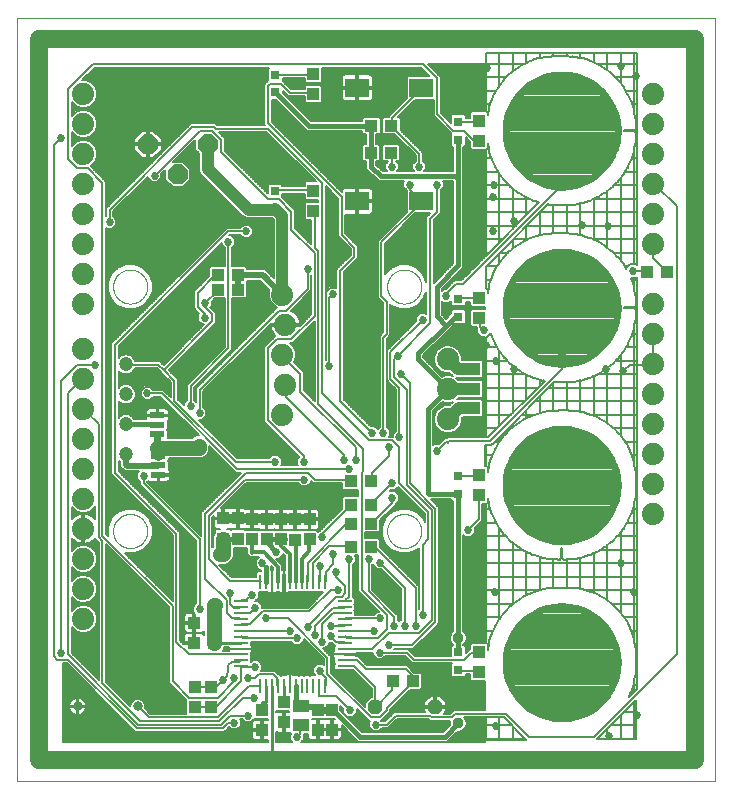
<source format=gtl>
G75*
%MOIN*%
%OFA0B0*%
%FSLAX25Y25*%
%IPPOS*%
%LPD*%
%AMOC8*
5,1,8,0,0,1.08239X$1,22.5*
%
%ADD10C,0.00000*%
%ADD11C,0.04724*%
%ADD12R,0.07874X0.06299*%
%ADD13R,0.05118X0.00827*%
%ADD14R,0.00827X0.05118*%
%ADD15R,0.04331X0.03937*%
%ADD16R,0.03937X0.04331*%
%ADD17OC8,0.06600*%
%ADD18R,0.03150X0.03150*%
%ADD19C,0.07400*%
%ADD20R,0.05709X0.03937*%
%ADD21OC8,0.04800*%
%ADD22C,0.03172*%
%ADD23R,0.05000X0.02000*%
%ADD24C,0.02800*%
%ADD25C,0.02400*%
%ADD26C,0.00600*%
%ADD27C,0.00700*%
%ADD28C,0.02700*%
%ADD29C,0.01300*%
%ADD30C,0.03000*%
%ADD31C,0.01600*%
%ADD32C,0.01000*%
%ADD33C,0.05906*%
%ADD34C,0.04000*%
%ADD35C,0.01500*%
%ADD36C,0.05000*%
%ADD37C,0.02362*%
%ADD38C,0.02000*%
%ADD39C,0.03762*%
D10*
X0001000Y0048484D02*
X0001000Y0302642D01*
X0233572Y0302642D01*
X0233572Y0048484D01*
X0001000Y0048484D01*
X0032903Y0131776D02*
X0032905Y0131926D01*
X0032911Y0132076D01*
X0032921Y0132226D01*
X0032935Y0132376D01*
X0032953Y0132525D01*
X0032975Y0132674D01*
X0033000Y0132822D01*
X0033030Y0132969D01*
X0033064Y0133116D01*
X0033101Y0133261D01*
X0033142Y0133406D01*
X0033187Y0133549D01*
X0033236Y0133691D01*
X0033289Y0133832D01*
X0033345Y0133971D01*
X0033405Y0134109D01*
X0033469Y0134245D01*
X0033536Y0134380D01*
X0033607Y0134512D01*
X0033681Y0134643D01*
X0033759Y0134772D01*
X0033840Y0134898D01*
X0033925Y0135022D01*
X0034012Y0135145D01*
X0034103Y0135264D01*
X0034197Y0135381D01*
X0034294Y0135496D01*
X0034394Y0135608D01*
X0034498Y0135718D01*
X0034603Y0135824D01*
X0034712Y0135928D01*
X0034824Y0136029D01*
X0034938Y0136127D01*
X0035054Y0136222D01*
X0035173Y0136313D01*
X0035295Y0136402D01*
X0035419Y0136487D01*
X0035545Y0136569D01*
X0035673Y0136647D01*
X0035803Y0136723D01*
X0035935Y0136794D01*
X0036069Y0136862D01*
X0036205Y0136927D01*
X0036342Y0136988D01*
X0036481Y0137045D01*
X0036621Y0137099D01*
X0036763Y0137149D01*
X0036906Y0137195D01*
X0037050Y0137237D01*
X0037196Y0137275D01*
X0037342Y0137310D01*
X0037489Y0137341D01*
X0037637Y0137367D01*
X0037786Y0137390D01*
X0037935Y0137409D01*
X0038084Y0137424D01*
X0038234Y0137435D01*
X0038384Y0137442D01*
X0038534Y0137445D01*
X0038685Y0137444D01*
X0038835Y0137439D01*
X0038985Y0137430D01*
X0039135Y0137417D01*
X0039284Y0137400D01*
X0039433Y0137379D01*
X0039581Y0137354D01*
X0039729Y0137326D01*
X0039875Y0137293D01*
X0040021Y0137257D01*
X0040166Y0137216D01*
X0040310Y0137172D01*
X0040452Y0137124D01*
X0040593Y0137072D01*
X0040733Y0137017D01*
X0040871Y0136958D01*
X0041007Y0136895D01*
X0041142Y0136829D01*
X0041275Y0136759D01*
X0041406Y0136685D01*
X0041536Y0136609D01*
X0041663Y0136528D01*
X0041788Y0136445D01*
X0041910Y0136358D01*
X0042031Y0136268D01*
X0042148Y0136175D01*
X0042264Y0136078D01*
X0042376Y0135979D01*
X0042487Y0135876D01*
X0042594Y0135771D01*
X0042698Y0135663D01*
X0042800Y0135553D01*
X0042899Y0135439D01*
X0042994Y0135323D01*
X0043087Y0135205D01*
X0043176Y0135084D01*
X0043262Y0134961D01*
X0043345Y0134835D01*
X0043424Y0134708D01*
X0043500Y0134578D01*
X0043573Y0134446D01*
X0043642Y0134313D01*
X0043707Y0134177D01*
X0043769Y0134041D01*
X0043827Y0133902D01*
X0043882Y0133762D01*
X0043933Y0133620D01*
X0043980Y0133478D01*
X0044023Y0133334D01*
X0044062Y0133189D01*
X0044098Y0133043D01*
X0044129Y0132896D01*
X0044157Y0132748D01*
X0044181Y0132600D01*
X0044201Y0132451D01*
X0044217Y0132301D01*
X0044229Y0132151D01*
X0044237Y0132001D01*
X0044241Y0131851D01*
X0044241Y0131701D01*
X0044237Y0131551D01*
X0044229Y0131401D01*
X0044217Y0131251D01*
X0044201Y0131101D01*
X0044181Y0130952D01*
X0044157Y0130804D01*
X0044129Y0130656D01*
X0044098Y0130509D01*
X0044062Y0130363D01*
X0044023Y0130218D01*
X0043980Y0130074D01*
X0043933Y0129932D01*
X0043882Y0129790D01*
X0043827Y0129650D01*
X0043769Y0129511D01*
X0043707Y0129375D01*
X0043642Y0129239D01*
X0043573Y0129106D01*
X0043500Y0128974D01*
X0043424Y0128844D01*
X0043345Y0128717D01*
X0043262Y0128591D01*
X0043176Y0128468D01*
X0043087Y0128347D01*
X0042994Y0128229D01*
X0042899Y0128113D01*
X0042800Y0127999D01*
X0042698Y0127889D01*
X0042594Y0127781D01*
X0042487Y0127676D01*
X0042376Y0127573D01*
X0042264Y0127474D01*
X0042148Y0127377D01*
X0042031Y0127284D01*
X0041910Y0127194D01*
X0041788Y0127107D01*
X0041663Y0127024D01*
X0041536Y0126943D01*
X0041407Y0126867D01*
X0041275Y0126793D01*
X0041142Y0126723D01*
X0041007Y0126657D01*
X0040871Y0126594D01*
X0040733Y0126535D01*
X0040593Y0126480D01*
X0040452Y0126428D01*
X0040310Y0126380D01*
X0040166Y0126336D01*
X0040021Y0126295D01*
X0039875Y0126259D01*
X0039729Y0126226D01*
X0039581Y0126198D01*
X0039433Y0126173D01*
X0039284Y0126152D01*
X0039135Y0126135D01*
X0038985Y0126122D01*
X0038835Y0126113D01*
X0038685Y0126108D01*
X0038534Y0126107D01*
X0038384Y0126110D01*
X0038234Y0126117D01*
X0038084Y0126128D01*
X0037935Y0126143D01*
X0037786Y0126162D01*
X0037637Y0126185D01*
X0037489Y0126211D01*
X0037342Y0126242D01*
X0037196Y0126277D01*
X0037050Y0126315D01*
X0036906Y0126357D01*
X0036763Y0126403D01*
X0036621Y0126453D01*
X0036481Y0126507D01*
X0036342Y0126564D01*
X0036205Y0126625D01*
X0036069Y0126690D01*
X0035935Y0126758D01*
X0035803Y0126829D01*
X0035673Y0126905D01*
X0035545Y0126983D01*
X0035419Y0127065D01*
X0035295Y0127150D01*
X0035173Y0127239D01*
X0035054Y0127330D01*
X0034938Y0127425D01*
X0034824Y0127523D01*
X0034712Y0127624D01*
X0034603Y0127728D01*
X0034498Y0127834D01*
X0034394Y0127944D01*
X0034294Y0128056D01*
X0034197Y0128171D01*
X0034103Y0128288D01*
X0034012Y0128407D01*
X0033925Y0128530D01*
X0033840Y0128654D01*
X0033759Y0128780D01*
X0033681Y0128909D01*
X0033607Y0129040D01*
X0033536Y0129172D01*
X0033469Y0129307D01*
X0033405Y0129443D01*
X0033345Y0129581D01*
X0033289Y0129720D01*
X0033236Y0129861D01*
X0033187Y0130003D01*
X0033142Y0130146D01*
X0033101Y0130291D01*
X0033064Y0130436D01*
X0033030Y0130583D01*
X0033000Y0130730D01*
X0032975Y0130878D01*
X0032953Y0131027D01*
X0032935Y0131176D01*
X0032921Y0131326D01*
X0032911Y0131476D01*
X0032905Y0131626D01*
X0032903Y0131776D01*
X0032903Y0213272D02*
X0032905Y0213422D01*
X0032911Y0213572D01*
X0032921Y0213722D01*
X0032935Y0213872D01*
X0032953Y0214021D01*
X0032975Y0214170D01*
X0033000Y0214318D01*
X0033030Y0214465D01*
X0033064Y0214612D01*
X0033101Y0214757D01*
X0033142Y0214902D01*
X0033187Y0215045D01*
X0033236Y0215187D01*
X0033289Y0215328D01*
X0033345Y0215467D01*
X0033405Y0215605D01*
X0033469Y0215741D01*
X0033536Y0215876D01*
X0033607Y0216008D01*
X0033681Y0216139D01*
X0033759Y0216268D01*
X0033840Y0216394D01*
X0033925Y0216518D01*
X0034012Y0216641D01*
X0034103Y0216760D01*
X0034197Y0216877D01*
X0034294Y0216992D01*
X0034394Y0217104D01*
X0034498Y0217214D01*
X0034603Y0217320D01*
X0034712Y0217424D01*
X0034824Y0217525D01*
X0034938Y0217623D01*
X0035054Y0217718D01*
X0035173Y0217809D01*
X0035295Y0217898D01*
X0035419Y0217983D01*
X0035545Y0218065D01*
X0035673Y0218143D01*
X0035803Y0218219D01*
X0035935Y0218290D01*
X0036069Y0218358D01*
X0036205Y0218423D01*
X0036342Y0218484D01*
X0036481Y0218541D01*
X0036621Y0218595D01*
X0036763Y0218645D01*
X0036906Y0218691D01*
X0037050Y0218733D01*
X0037196Y0218771D01*
X0037342Y0218806D01*
X0037489Y0218837D01*
X0037637Y0218863D01*
X0037786Y0218886D01*
X0037935Y0218905D01*
X0038084Y0218920D01*
X0038234Y0218931D01*
X0038384Y0218938D01*
X0038534Y0218941D01*
X0038685Y0218940D01*
X0038835Y0218935D01*
X0038985Y0218926D01*
X0039135Y0218913D01*
X0039284Y0218896D01*
X0039433Y0218875D01*
X0039581Y0218850D01*
X0039729Y0218822D01*
X0039875Y0218789D01*
X0040021Y0218753D01*
X0040166Y0218712D01*
X0040310Y0218668D01*
X0040452Y0218620D01*
X0040593Y0218568D01*
X0040733Y0218513D01*
X0040871Y0218454D01*
X0041007Y0218391D01*
X0041142Y0218325D01*
X0041275Y0218255D01*
X0041406Y0218181D01*
X0041536Y0218105D01*
X0041663Y0218024D01*
X0041788Y0217941D01*
X0041910Y0217854D01*
X0042031Y0217764D01*
X0042148Y0217671D01*
X0042264Y0217574D01*
X0042376Y0217475D01*
X0042487Y0217372D01*
X0042594Y0217267D01*
X0042698Y0217159D01*
X0042800Y0217049D01*
X0042899Y0216935D01*
X0042994Y0216819D01*
X0043087Y0216701D01*
X0043176Y0216580D01*
X0043262Y0216457D01*
X0043345Y0216331D01*
X0043424Y0216204D01*
X0043500Y0216074D01*
X0043573Y0215942D01*
X0043642Y0215809D01*
X0043707Y0215673D01*
X0043769Y0215537D01*
X0043827Y0215398D01*
X0043882Y0215258D01*
X0043933Y0215116D01*
X0043980Y0214974D01*
X0044023Y0214830D01*
X0044062Y0214685D01*
X0044098Y0214539D01*
X0044129Y0214392D01*
X0044157Y0214244D01*
X0044181Y0214096D01*
X0044201Y0213947D01*
X0044217Y0213797D01*
X0044229Y0213647D01*
X0044237Y0213497D01*
X0044241Y0213347D01*
X0044241Y0213197D01*
X0044237Y0213047D01*
X0044229Y0212897D01*
X0044217Y0212747D01*
X0044201Y0212597D01*
X0044181Y0212448D01*
X0044157Y0212300D01*
X0044129Y0212152D01*
X0044098Y0212005D01*
X0044062Y0211859D01*
X0044023Y0211714D01*
X0043980Y0211570D01*
X0043933Y0211428D01*
X0043882Y0211286D01*
X0043827Y0211146D01*
X0043769Y0211007D01*
X0043707Y0210871D01*
X0043642Y0210735D01*
X0043573Y0210602D01*
X0043500Y0210470D01*
X0043424Y0210340D01*
X0043345Y0210213D01*
X0043262Y0210087D01*
X0043176Y0209964D01*
X0043087Y0209843D01*
X0042994Y0209725D01*
X0042899Y0209609D01*
X0042800Y0209495D01*
X0042698Y0209385D01*
X0042594Y0209277D01*
X0042487Y0209172D01*
X0042376Y0209069D01*
X0042264Y0208970D01*
X0042148Y0208873D01*
X0042031Y0208780D01*
X0041910Y0208690D01*
X0041788Y0208603D01*
X0041663Y0208520D01*
X0041536Y0208439D01*
X0041407Y0208363D01*
X0041275Y0208289D01*
X0041142Y0208219D01*
X0041007Y0208153D01*
X0040871Y0208090D01*
X0040733Y0208031D01*
X0040593Y0207976D01*
X0040452Y0207924D01*
X0040310Y0207876D01*
X0040166Y0207832D01*
X0040021Y0207791D01*
X0039875Y0207755D01*
X0039729Y0207722D01*
X0039581Y0207694D01*
X0039433Y0207669D01*
X0039284Y0207648D01*
X0039135Y0207631D01*
X0038985Y0207618D01*
X0038835Y0207609D01*
X0038685Y0207604D01*
X0038534Y0207603D01*
X0038384Y0207606D01*
X0038234Y0207613D01*
X0038084Y0207624D01*
X0037935Y0207639D01*
X0037786Y0207658D01*
X0037637Y0207681D01*
X0037489Y0207707D01*
X0037342Y0207738D01*
X0037196Y0207773D01*
X0037050Y0207811D01*
X0036906Y0207853D01*
X0036763Y0207899D01*
X0036621Y0207949D01*
X0036481Y0208003D01*
X0036342Y0208060D01*
X0036205Y0208121D01*
X0036069Y0208186D01*
X0035935Y0208254D01*
X0035803Y0208325D01*
X0035673Y0208401D01*
X0035545Y0208479D01*
X0035419Y0208561D01*
X0035295Y0208646D01*
X0035173Y0208735D01*
X0035054Y0208826D01*
X0034938Y0208921D01*
X0034824Y0209019D01*
X0034712Y0209120D01*
X0034603Y0209224D01*
X0034498Y0209330D01*
X0034394Y0209440D01*
X0034294Y0209552D01*
X0034197Y0209667D01*
X0034103Y0209784D01*
X0034012Y0209903D01*
X0033925Y0210026D01*
X0033840Y0210150D01*
X0033759Y0210276D01*
X0033681Y0210405D01*
X0033607Y0210536D01*
X0033536Y0210668D01*
X0033469Y0210803D01*
X0033405Y0210939D01*
X0033345Y0211077D01*
X0033289Y0211216D01*
X0033236Y0211357D01*
X0033187Y0211499D01*
X0033142Y0211642D01*
X0033101Y0211787D01*
X0033064Y0211932D01*
X0033030Y0212079D01*
X0033000Y0212226D01*
X0032975Y0212374D01*
X0032953Y0212523D01*
X0032935Y0212672D01*
X0032921Y0212822D01*
X0032911Y0212972D01*
X0032905Y0213122D01*
X0032903Y0213272D01*
X0124242Y0213272D02*
X0124244Y0213422D01*
X0124250Y0213572D01*
X0124260Y0213722D01*
X0124274Y0213872D01*
X0124292Y0214021D01*
X0124314Y0214170D01*
X0124339Y0214318D01*
X0124369Y0214465D01*
X0124403Y0214612D01*
X0124440Y0214757D01*
X0124481Y0214902D01*
X0124526Y0215045D01*
X0124575Y0215187D01*
X0124628Y0215328D01*
X0124684Y0215467D01*
X0124744Y0215605D01*
X0124808Y0215741D01*
X0124875Y0215876D01*
X0124946Y0216008D01*
X0125020Y0216139D01*
X0125098Y0216268D01*
X0125179Y0216394D01*
X0125264Y0216518D01*
X0125351Y0216641D01*
X0125442Y0216760D01*
X0125536Y0216877D01*
X0125633Y0216992D01*
X0125733Y0217104D01*
X0125837Y0217214D01*
X0125942Y0217320D01*
X0126051Y0217424D01*
X0126163Y0217525D01*
X0126277Y0217623D01*
X0126393Y0217718D01*
X0126512Y0217809D01*
X0126634Y0217898D01*
X0126758Y0217983D01*
X0126884Y0218065D01*
X0127012Y0218143D01*
X0127142Y0218219D01*
X0127274Y0218290D01*
X0127408Y0218358D01*
X0127544Y0218423D01*
X0127681Y0218484D01*
X0127820Y0218541D01*
X0127960Y0218595D01*
X0128102Y0218645D01*
X0128245Y0218691D01*
X0128389Y0218733D01*
X0128535Y0218771D01*
X0128681Y0218806D01*
X0128828Y0218837D01*
X0128976Y0218863D01*
X0129125Y0218886D01*
X0129274Y0218905D01*
X0129423Y0218920D01*
X0129573Y0218931D01*
X0129723Y0218938D01*
X0129873Y0218941D01*
X0130024Y0218940D01*
X0130174Y0218935D01*
X0130324Y0218926D01*
X0130474Y0218913D01*
X0130623Y0218896D01*
X0130772Y0218875D01*
X0130920Y0218850D01*
X0131068Y0218822D01*
X0131214Y0218789D01*
X0131360Y0218753D01*
X0131505Y0218712D01*
X0131649Y0218668D01*
X0131791Y0218620D01*
X0131932Y0218568D01*
X0132072Y0218513D01*
X0132210Y0218454D01*
X0132346Y0218391D01*
X0132481Y0218325D01*
X0132614Y0218255D01*
X0132745Y0218181D01*
X0132875Y0218105D01*
X0133002Y0218024D01*
X0133127Y0217941D01*
X0133249Y0217854D01*
X0133370Y0217764D01*
X0133487Y0217671D01*
X0133603Y0217574D01*
X0133715Y0217475D01*
X0133826Y0217372D01*
X0133933Y0217267D01*
X0134037Y0217159D01*
X0134139Y0217049D01*
X0134238Y0216935D01*
X0134333Y0216819D01*
X0134426Y0216701D01*
X0134515Y0216580D01*
X0134601Y0216457D01*
X0134684Y0216331D01*
X0134763Y0216204D01*
X0134839Y0216074D01*
X0134912Y0215942D01*
X0134981Y0215809D01*
X0135046Y0215673D01*
X0135108Y0215537D01*
X0135166Y0215398D01*
X0135221Y0215258D01*
X0135272Y0215116D01*
X0135319Y0214974D01*
X0135362Y0214830D01*
X0135401Y0214685D01*
X0135437Y0214539D01*
X0135468Y0214392D01*
X0135496Y0214244D01*
X0135520Y0214096D01*
X0135540Y0213947D01*
X0135556Y0213797D01*
X0135568Y0213647D01*
X0135576Y0213497D01*
X0135580Y0213347D01*
X0135580Y0213197D01*
X0135576Y0213047D01*
X0135568Y0212897D01*
X0135556Y0212747D01*
X0135540Y0212597D01*
X0135520Y0212448D01*
X0135496Y0212300D01*
X0135468Y0212152D01*
X0135437Y0212005D01*
X0135401Y0211859D01*
X0135362Y0211714D01*
X0135319Y0211570D01*
X0135272Y0211428D01*
X0135221Y0211286D01*
X0135166Y0211146D01*
X0135108Y0211007D01*
X0135046Y0210871D01*
X0134981Y0210735D01*
X0134912Y0210602D01*
X0134839Y0210470D01*
X0134763Y0210340D01*
X0134684Y0210213D01*
X0134601Y0210087D01*
X0134515Y0209964D01*
X0134426Y0209843D01*
X0134333Y0209725D01*
X0134238Y0209609D01*
X0134139Y0209495D01*
X0134037Y0209385D01*
X0133933Y0209277D01*
X0133826Y0209172D01*
X0133715Y0209069D01*
X0133603Y0208970D01*
X0133487Y0208873D01*
X0133370Y0208780D01*
X0133249Y0208690D01*
X0133127Y0208603D01*
X0133002Y0208520D01*
X0132875Y0208439D01*
X0132746Y0208363D01*
X0132614Y0208289D01*
X0132481Y0208219D01*
X0132346Y0208153D01*
X0132210Y0208090D01*
X0132072Y0208031D01*
X0131932Y0207976D01*
X0131791Y0207924D01*
X0131649Y0207876D01*
X0131505Y0207832D01*
X0131360Y0207791D01*
X0131214Y0207755D01*
X0131068Y0207722D01*
X0130920Y0207694D01*
X0130772Y0207669D01*
X0130623Y0207648D01*
X0130474Y0207631D01*
X0130324Y0207618D01*
X0130174Y0207609D01*
X0130024Y0207604D01*
X0129873Y0207603D01*
X0129723Y0207606D01*
X0129573Y0207613D01*
X0129423Y0207624D01*
X0129274Y0207639D01*
X0129125Y0207658D01*
X0128976Y0207681D01*
X0128828Y0207707D01*
X0128681Y0207738D01*
X0128535Y0207773D01*
X0128389Y0207811D01*
X0128245Y0207853D01*
X0128102Y0207899D01*
X0127960Y0207949D01*
X0127820Y0208003D01*
X0127681Y0208060D01*
X0127544Y0208121D01*
X0127408Y0208186D01*
X0127274Y0208254D01*
X0127142Y0208325D01*
X0127012Y0208401D01*
X0126884Y0208479D01*
X0126758Y0208561D01*
X0126634Y0208646D01*
X0126512Y0208735D01*
X0126393Y0208826D01*
X0126277Y0208921D01*
X0126163Y0209019D01*
X0126051Y0209120D01*
X0125942Y0209224D01*
X0125837Y0209330D01*
X0125733Y0209440D01*
X0125633Y0209552D01*
X0125536Y0209667D01*
X0125442Y0209784D01*
X0125351Y0209903D01*
X0125264Y0210026D01*
X0125179Y0210150D01*
X0125098Y0210276D01*
X0125020Y0210405D01*
X0124946Y0210536D01*
X0124875Y0210668D01*
X0124808Y0210803D01*
X0124744Y0210939D01*
X0124684Y0211077D01*
X0124628Y0211216D01*
X0124575Y0211357D01*
X0124526Y0211499D01*
X0124481Y0211642D01*
X0124440Y0211787D01*
X0124403Y0211932D01*
X0124369Y0212079D01*
X0124339Y0212226D01*
X0124314Y0212374D01*
X0124292Y0212523D01*
X0124274Y0212672D01*
X0124260Y0212822D01*
X0124250Y0212972D01*
X0124244Y0213122D01*
X0124242Y0213272D01*
X0124242Y0131776D02*
X0124244Y0131926D01*
X0124250Y0132076D01*
X0124260Y0132226D01*
X0124274Y0132376D01*
X0124292Y0132525D01*
X0124314Y0132674D01*
X0124339Y0132822D01*
X0124369Y0132969D01*
X0124403Y0133116D01*
X0124440Y0133261D01*
X0124481Y0133406D01*
X0124526Y0133549D01*
X0124575Y0133691D01*
X0124628Y0133832D01*
X0124684Y0133971D01*
X0124744Y0134109D01*
X0124808Y0134245D01*
X0124875Y0134380D01*
X0124946Y0134512D01*
X0125020Y0134643D01*
X0125098Y0134772D01*
X0125179Y0134898D01*
X0125264Y0135022D01*
X0125351Y0135145D01*
X0125442Y0135264D01*
X0125536Y0135381D01*
X0125633Y0135496D01*
X0125733Y0135608D01*
X0125837Y0135718D01*
X0125942Y0135824D01*
X0126051Y0135928D01*
X0126163Y0136029D01*
X0126277Y0136127D01*
X0126393Y0136222D01*
X0126512Y0136313D01*
X0126634Y0136402D01*
X0126758Y0136487D01*
X0126884Y0136569D01*
X0127012Y0136647D01*
X0127142Y0136723D01*
X0127274Y0136794D01*
X0127408Y0136862D01*
X0127544Y0136927D01*
X0127681Y0136988D01*
X0127820Y0137045D01*
X0127960Y0137099D01*
X0128102Y0137149D01*
X0128245Y0137195D01*
X0128389Y0137237D01*
X0128535Y0137275D01*
X0128681Y0137310D01*
X0128828Y0137341D01*
X0128976Y0137367D01*
X0129125Y0137390D01*
X0129274Y0137409D01*
X0129423Y0137424D01*
X0129573Y0137435D01*
X0129723Y0137442D01*
X0129873Y0137445D01*
X0130024Y0137444D01*
X0130174Y0137439D01*
X0130324Y0137430D01*
X0130474Y0137417D01*
X0130623Y0137400D01*
X0130772Y0137379D01*
X0130920Y0137354D01*
X0131068Y0137326D01*
X0131214Y0137293D01*
X0131360Y0137257D01*
X0131505Y0137216D01*
X0131649Y0137172D01*
X0131791Y0137124D01*
X0131932Y0137072D01*
X0132072Y0137017D01*
X0132210Y0136958D01*
X0132346Y0136895D01*
X0132481Y0136829D01*
X0132614Y0136759D01*
X0132745Y0136685D01*
X0132875Y0136609D01*
X0133002Y0136528D01*
X0133127Y0136445D01*
X0133249Y0136358D01*
X0133370Y0136268D01*
X0133487Y0136175D01*
X0133603Y0136078D01*
X0133715Y0135979D01*
X0133826Y0135876D01*
X0133933Y0135771D01*
X0134037Y0135663D01*
X0134139Y0135553D01*
X0134238Y0135439D01*
X0134333Y0135323D01*
X0134426Y0135205D01*
X0134515Y0135084D01*
X0134601Y0134961D01*
X0134684Y0134835D01*
X0134763Y0134708D01*
X0134839Y0134578D01*
X0134912Y0134446D01*
X0134981Y0134313D01*
X0135046Y0134177D01*
X0135108Y0134041D01*
X0135166Y0133902D01*
X0135221Y0133762D01*
X0135272Y0133620D01*
X0135319Y0133478D01*
X0135362Y0133334D01*
X0135401Y0133189D01*
X0135437Y0133043D01*
X0135468Y0132896D01*
X0135496Y0132748D01*
X0135520Y0132600D01*
X0135540Y0132451D01*
X0135556Y0132301D01*
X0135568Y0132151D01*
X0135576Y0132001D01*
X0135580Y0131851D01*
X0135580Y0131701D01*
X0135576Y0131551D01*
X0135568Y0131401D01*
X0135556Y0131251D01*
X0135540Y0131101D01*
X0135520Y0130952D01*
X0135496Y0130804D01*
X0135468Y0130656D01*
X0135437Y0130509D01*
X0135401Y0130363D01*
X0135362Y0130218D01*
X0135319Y0130074D01*
X0135272Y0129932D01*
X0135221Y0129790D01*
X0135166Y0129650D01*
X0135108Y0129511D01*
X0135046Y0129375D01*
X0134981Y0129239D01*
X0134912Y0129106D01*
X0134839Y0128974D01*
X0134763Y0128844D01*
X0134684Y0128717D01*
X0134601Y0128591D01*
X0134515Y0128468D01*
X0134426Y0128347D01*
X0134333Y0128229D01*
X0134238Y0128113D01*
X0134139Y0127999D01*
X0134037Y0127889D01*
X0133933Y0127781D01*
X0133826Y0127676D01*
X0133715Y0127573D01*
X0133603Y0127474D01*
X0133487Y0127377D01*
X0133370Y0127284D01*
X0133249Y0127194D01*
X0133127Y0127107D01*
X0133002Y0127024D01*
X0132875Y0126943D01*
X0132746Y0126867D01*
X0132614Y0126793D01*
X0132481Y0126723D01*
X0132346Y0126657D01*
X0132210Y0126594D01*
X0132072Y0126535D01*
X0131932Y0126480D01*
X0131791Y0126428D01*
X0131649Y0126380D01*
X0131505Y0126336D01*
X0131360Y0126295D01*
X0131214Y0126259D01*
X0131068Y0126226D01*
X0130920Y0126198D01*
X0130772Y0126173D01*
X0130623Y0126152D01*
X0130474Y0126135D01*
X0130324Y0126122D01*
X0130174Y0126113D01*
X0130024Y0126108D01*
X0129873Y0126107D01*
X0129723Y0126110D01*
X0129573Y0126117D01*
X0129423Y0126128D01*
X0129274Y0126143D01*
X0129125Y0126162D01*
X0128976Y0126185D01*
X0128828Y0126211D01*
X0128681Y0126242D01*
X0128535Y0126277D01*
X0128389Y0126315D01*
X0128245Y0126357D01*
X0128102Y0126403D01*
X0127960Y0126453D01*
X0127820Y0126507D01*
X0127681Y0126564D01*
X0127544Y0126625D01*
X0127408Y0126690D01*
X0127274Y0126758D01*
X0127142Y0126829D01*
X0127012Y0126905D01*
X0126884Y0126983D01*
X0126758Y0127065D01*
X0126634Y0127150D01*
X0126512Y0127239D01*
X0126393Y0127330D01*
X0126277Y0127425D01*
X0126163Y0127523D01*
X0126051Y0127624D01*
X0125942Y0127728D01*
X0125837Y0127834D01*
X0125733Y0127944D01*
X0125633Y0128056D01*
X0125536Y0128171D01*
X0125442Y0128288D01*
X0125351Y0128407D01*
X0125264Y0128530D01*
X0125179Y0128654D01*
X0125098Y0128780D01*
X0125020Y0128909D01*
X0124946Y0129040D01*
X0124875Y0129172D01*
X0124808Y0129307D01*
X0124744Y0129443D01*
X0124684Y0129581D01*
X0124628Y0129720D01*
X0124575Y0129861D01*
X0124526Y0130003D01*
X0124481Y0130146D01*
X0124440Y0130291D01*
X0124403Y0130436D01*
X0124369Y0130583D01*
X0124339Y0130730D01*
X0124314Y0130878D01*
X0124292Y0131027D01*
X0124274Y0131176D01*
X0124260Y0131326D01*
X0124250Y0131476D01*
X0124244Y0131626D01*
X0124242Y0131776D01*
D11*
X0037194Y0157366D03*
X0037194Y0167366D03*
X0037194Y0177366D03*
X0037194Y0187366D03*
D12*
X0114281Y0241736D03*
X0135541Y0241736D03*
X0135541Y0279531D03*
X0114281Y0279531D03*
D13*
X0110069Y0108350D03*
X0110069Y0106382D03*
X0110069Y0104413D03*
X0110069Y0102445D03*
X0110069Y0100476D03*
X0110069Y0098508D03*
X0110069Y0096539D03*
X0110069Y0094571D03*
X0110069Y0092602D03*
X0110069Y0090634D03*
X0110069Y0088665D03*
X0110069Y0086697D03*
X0075423Y0086697D03*
X0075423Y0088665D03*
X0075423Y0090634D03*
X0075423Y0092602D03*
X0075423Y0094571D03*
X0075423Y0096539D03*
X0075423Y0098508D03*
X0075423Y0100476D03*
X0075423Y0102445D03*
X0075423Y0104413D03*
X0075423Y0106382D03*
X0075423Y0108350D03*
D14*
X0081919Y0114846D03*
X0083887Y0114846D03*
X0085856Y0114846D03*
X0087824Y0114846D03*
X0089793Y0114846D03*
X0091761Y0114846D03*
X0093730Y0114846D03*
X0095698Y0114846D03*
X0097667Y0114846D03*
X0099635Y0114846D03*
X0101604Y0114846D03*
X0103572Y0114846D03*
X0103572Y0080201D03*
X0101604Y0080201D03*
X0099635Y0080201D03*
X0097667Y0080201D03*
X0095698Y0080201D03*
X0093730Y0080201D03*
X0091761Y0080201D03*
X0089793Y0080201D03*
X0087824Y0080201D03*
X0085856Y0080201D03*
X0083887Y0080201D03*
X0081919Y0080201D03*
D15*
X0066646Y0094559D03*
X0066646Y0101162D03*
X0059954Y0101162D03*
X0059954Y0094559D03*
X0112097Y0126556D03*
X0118790Y0126556D03*
X0118948Y0134194D03*
X0118948Y0140572D03*
X0118790Y0148407D03*
X0112097Y0148407D03*
X0112255Y0140572D03*
X0112255Y0134194D03*
X0126069Y0081682D03*
X0132762Y0081682D03*
X0074546Y0212184D03*
X0074546Y0217184D03*
X0067854Y0217184D03*
X0067854Y0212184D03*
X0118887Y0257917D03*
X0125580Y0257917D03*
X0125659Y0266894D03*
X0118966Y0266894D03*
X0210895Y0218154D03*
X0217588Y0218154D03*
D16*
X0154832Y0209531D03*
X0154832Y0202839D03*
X0153244Y0185793D03*
X0153244Y0179100D03*
X0153244Y0172793D03*
X0154832Y0150476D03*
X0154832Y0143783D03*
X0154832Y0091421D03*
X0154832Y0084728D03*
X0105760Y0072291D03*
X0101120Y0072271D03*
X0101120Y0065578D03*
X0105760Y0065598D03*
X0089863Y0068018D03*
X0089863Y0074711D03*
X0082400Y0072131D03*
X0082400Y0065438D03*
X0065500Y0073083D03*
X0060214Y0073084D03*
X0060214Y0079777D03*
X0065500Y0079776D03*
X0069630Y0129268D03*
X0074430Y0129268D03*
X0079230Y0129135D03*
X0084030Y0129048D03*
X0088830Y0129048D03*
X0093540Y0128948D03*
X0098380Y0129008D03*
X0098380Y0135701D03*
X0093540Y0135641D03*
X0088830Y0135741D03*
X0084030Y0135741D03*
X0079230Y0135828D03*
X0074430Y0135961D03*
X0069630Y0135961D03*
X0099557Y0238547D03*
X0099557Y0245240D03*
X0099557Y0277406D03*
X0099557Y0284098D03*
X0154832Y0268587D03*
X0154832Y0261894D03*
D17*
X0064439Y0260673D03*
X0054439Y0250673D03*
X0044439Y0260673D03*
D18*
X0086840Y0245122D03*
X0086840Y0239217D03*
X0086998Y0277996D03*
X0086998Y0283902D03*
X0147943Y0268193D03*
X0147943Y0262287D03*
X0147943Y0209138D03*
X0147943Y0203232D03*
X0147943Y0150083D03*
X0147943Y0144177D03*
X0147943Y0091421D03*
X0147943Y0085516D03*
D19*
X0212982Y0137524D03*
X0212982Y0147524D03*
X0212982Y0157524D03*
X0212982Y0167524D03*
X0212982Y0177524D03*
X0212982Y0187524D03*
X0212982Y0197524D03*
X0212982Y0207524D03*
X0212982Y0227524D03*
X0212982Y0237524D03*
X0212982Y0247524D03*
X0212982Y0257524D03*
X0212982Y0267524D03*
X0212982Y0277524D03*
X0144466Y0189042D03*
X0144466Y0179042D03*
X0144466Y0169042D03*
X0089293Y0170594D03*
X0090293Y0180594D03*
X0089293Y0190594D03*
X0090293Y0200594D03*
X0089293Y0210594D03*
X0022982Y0207524D03*
X0022982Y0217524D03*
X0022982Y0227524D03*
X0022982Y0237524D03*
X0022982Y0247524D03*
X0022982Y0257524D03*
X0022982Y0267524D03*
X0022982Y0277524D03*
X0022982Y0192524D03*
X0022982Y0182524D03*
X0022982Y0172524D03*
X0022982Y0162524D03*
X0022982Y0152524D03*
X0022982Y0142524D03*
X0022982Y0132524D03*
X0022982Y0122524D03*
X0022982Y0112524D03*
X0022982Y0102524D03*
D20*
X0095433Y0073372D03*
X0095433Y0067073D03*
D21*
X0120273Y0073234D03*
X0140273Y0073234D03*
D22*
X0041131Y0073350D03*
X0021053Y0073350D03*
D23*
X0048008Y0150455D03*
X0048008Y0153655D03*
X0048008Y0156855D03*
X0047661Y0164005D03*
X0047661Y0167205D03*
X0047661Y0170405D03*
D24*
X0166391Y0147130D03*
X0182391Y0190185D03*
X0182391Y0249240D03*
X0166391Y0088075D03*
D25*
X0163691Y0088075D02*
X0163851Y0085634D01*
X0164328Y0083235D01*
X0165114Y0080918D01*
X0166196Y0078724D01*
X0167555Y0076690D01*
X0169168Y0074851D01*
X0171007Y0073238D01*
X0173041Y0071879D01*
X0175235Y0070798D01*
X0177551Y0070011D01*
X0179950Y0069534D01*
X0182391Y0069374D01*
X0184832Y0069534D01*
X0187231Y0070011D01*
X0189548Y0070798D01*
X0191742Y0071879D01*
X0193776Y0073238D01*
X0195615Y0074851D01*
X0197228Y0076690D01*
X0198587Y0078724D01*
X0199669Y0080918D01*
X0200455Y0083235D01*
X0200932Y0085634D01*
X0201092Y0088075D01*
X0200932Y0090516D01*
X0200455Y0092915D01*
X0199669Y0095231D01*
X0198587Y0097425D01*
X0197228Y0099459D01*
X0195615Y0101298D01*
X0193776Y0102911D01*
X0191742Y0104270D01*
X0189548Y0105352D01*
X0187231Y0106138D01*
X0184832Y0106616D01*
X0182391Y0106776D01*
X0179950Y0106616D01*
X0177551Y0106138D01*
X0175235Y0105352D01*
X0173041Y0104270D01*
X0171007Y0102911D01*
X0169168Y0101298D01*
X0167555Y0099459D01*
X0166196Y0097425D01*
X0165114Y0095231D01*
X0164328Y0092915D01*
X0163851Y0090516D01*
X0163691Y0088075D01*
X0163743Y0088868D02*
X0201040Y0088868D01*
X0200987Y0086469D02*
X0163796Y0086469D01*
X0164161Y0084071D02*
X0200621Y0084071D01*
X0199925Y0081672D02*
X0164858Y0081672D01*
X0165925Y0079274D02*
X0198858Y0079274D01*
X0197351Y0076875D02*
X0167432Y0076875D01*
X0169595Y0074477D02*
X0195188Y0074477D01*
X0192039Y0072078D02*
X0172743Y0072078D01*
X0179218Y0069680D02*
X0185565Y0069680D01*
X0200783Y0091266D02*
X0164000Y0091266D01*
X0164582Y0093665D02*
X0200200Y0093665D01*
X0199258Y0096063D02*
X0165524Y0096063D01*
X0166889Y0098462D02*
X0197894Y0098462D01*
X0195999Y0100860D02*
X0168784Y0100860D01*
X0171528Y0103259D02*
X0193255Y0103259D01*
X0188648Y0105657D02*
X0176134Y0105657D01*
X0179950Y0128589D02*
X0177551Y0129066D01*
X0175235Y0129853D01*
X0173041Y0130935D01*
X0171007Y0132294D01*
X0169168Y0133906D01*
X0167555Y0135746D01*
X0166196Y0137780D01*
X0165114Y0139973D01*
X0164328Y0142290D01*
X0163851Y0144689D01*
X0163691Y0147130D01*
X0163851Y0149571D01*
X0164328Y0151970D01*
X0165114Y0154286D01*
X0166196Y0156480D01*
X0167555Y0158514D01*
X0169168Y0160353D01*
X0171007Y0161966D01*
X0173041Y0163325D01*
X0175235Y0164407D01*
X0177551Y0165193D01*
X0179950Y0165671D01*
X0182391Y0165831D01*
X0184832Y0165671D01*
X0187231Y0165193D01*
X0189548Y0164407D01*
X0191742Y0163325D01*
X0193776Y0161966D01*
X0195615Y0160353D01*
X0197228Y0158514D01*
X0198587Y0156480D01*
X0199669Y0154286D01*
X0200455Y0151970D01*
X0200932Y0149571D01*
X0201092Y0147130D01*
X0200932Y0144689D01*
X0200455Y0142290D01*
X0199669Y0139973D01*
X0198587Y0137780D01*
X0197228Y0135746D01*
X0195615Y0133906D01*
X0193776Y0132294D01*
X0191742Y0130935D01*
X0189548Y0129853D01*
X0187231Y0129066D01*
X0184832Y0128589D01*
X0182391Y0128429D01*
X0179950Y0128589D01*
X0175854Y0129643D02*
X0188929Y0129643D01*
X0193398Y0132041D02*
X0171385Y0132041D01*
X0168700Y0134440D02*
X0196082Y0134440D01*
X0197958Y0136838D02*
X0166825Y0136838D01*
X0165477Y0139237D02*
X0199305Y0139237D01*
X0200233Y0141635D02*
X0164550Y0141635D01*
X0163981Y0144034D02*
X0200802Y0144034D01*
X0201046Y0146432D02*
X0163736Y0146432D01*
X0163802Y0148831D02*
X0200981Y0148831D01*
X0200602Y0151229D02*
X0164180Y0151229D01*
X0164890Y0153628D02*
X0199892Y0153628D01*
X0198811Y0156026D02*
X0165972Y0156026D01*
X0167495Y0158425D02*
X0197287Y0158425D01*
X0195079Y0160823D02*
X0169704Y0160823D01*
X0172886Y0163222D02*
X0191897Y0163222D01*
X0185086Y0165620D02*
X0179697Y0165620D01*
X0179950Y0187644D02*
X0177551Y0188121D01*
X0175235Y0188908D01*
X0173041Y0189990D01*
X0171007Y0191349D01*
X0169168Y0192962D01*
X0167555Y0194801D01*
X0166196Y0196835D01*
X0165114Y0199029D01*
X0164328Y0201345D01*
X0163851Y0203744D01*
X0163691Y0206185D01*
X0163851Y0208626D01*
X0164328Y0211025D01*
X0165114Y0213342D01*
X0166196Y0215535D01*
X0167555Y0217569D01*
X0169168Y0219408D01*
X0171007Y0221021D01*
X0173041Y0222380D01*
X0175235Y0223462D01*
X0177551Y0224249D01*
X0179950Y0224726D01*
X0182391Y0224886D01*
X0184832Y0224726D01*
X0187231Y0224249D01*
X0189548Y0223462D01*
X0191742Y0222380D01*
X0193776Y0221021D01*
X0195615Y0219408D01*
X0197228Y0217569D01*
X0198587Y0215535D01*
X0199669Y0213342D01*
X0200455Y0211025D01*
X0200932Y0208626D01*
X0201092Y0206185D01*
X0200932Y0203744D01*
X0200455Y0201345D01*
X0199669Y0199029D01*
X0198587Y0196835D01*
X0197228Y0194801D01*
X0195615Y0192962D01*
X0193776Y0191349D01*
X0191742Y0189990D01*
X0189548Y0188908D01*
X0187231Y0188121D01*
X0184832Y0187644D01*
X0182391Y0187484D01*
X0179950Y0187644D01*
X0173820Y0189605D02*
X0190962Y0189605D01*
X0194523Y0192004D02*
X0170260Y0192004D01*
X0167904Y0194402D02*
X0196878Y0194402D01*
X0198564Y0196801D02*
X0166219Y0196801D01*
X0165056Y0199199D02*
X0199727Y0199199D01*
X0200505Y0201598D02*
X0164277Y0201598D01*
X0163834Y0203996D02*
X0200949Y0203996D01*
X0201078Y0206395D02*
X0163704Y0206395D01*
X0163884Y0208793D02*
X0200899Y0208793D01*
X0200398Y0211192D02*
X0164384Y0211192D01*
X0165237Y0213590D02*
X0199546Y0213590D01*
X0198284Y0215989D02*
X0166499Y0215989D01*
X0168272Y0218387D02*
X0196510Y0218387D01*
X0194044Y0220786D02*
X0170739Y0220786D01*
X0174672Y0223185D02*
X0190111Y0223185D01*
X0184832Y0246699D02*
X0182391Y0246539D01*
X0179950Y0246699D01*
X0177551Y0247177D01*
X0175235Y0247963D01*
X0173041Y0249045D01*
X0171007Y0250404D01*
X0169168Y0252017D01*
X0167555Y0253856D01*
X0166196Y0255890D01*
X0165114Y0258084D01*
X0164328Y0260400D01*
X0163851Y0262799D01*
X0163691Y0265240D01*
X0163851Y0267681D01*
X0164328Y0270080D01*
X0165114Y0272397D01*
X0166196Y0274591D01*
X0167555Y0276624D01*
X0169168Y0278464D01*
X0171007Y0280076D01*
X0173041Y0281436D01*
X0175235Y0282517D01*
X0177551Y0283304D01*
X0179950Y0283781D01*
X0182391Y0283941D01*
X0184832Y0283781D01*
X0187231Y0283304D01*
X0189548Y0282517D01*
X0191742Y0281436D01*
X0193776Y0280076D01*
X0195615Y0278464D01*
X0197228Y0276624D01*
X0198587Y0274591D01*
X0199669Y0272397D01*
X0200455Y0270080D01*
X0200932Y0267681D01*
X0201092Y0265240D01*
X0200932Y0262799D01*
X0200455Y0260400D01*
X0199669Y0258084D01*
X0198587Y0255890D01*
X0197228Y0253856D01*
X0195615Y0252017D01*
X0193776Y0250404D01*
X0191742Y0249045D01*
X0189548Y0247963D01*
X0187231Y0247177D01*
X0184832Y0246699D01*
X0187196Y0247170D02*
X0177586Y0247170D01*
X0172258Y0249568D02*
X0192525Y0249568D01*
X0195558Y0251967D02*
X0169225Y0251967D01*
X0167215Y0254365D02*
X0197568Y0254365D01*
X0199018Y0256764D02*
X0165765Y0256764D01*
X0164748Y0259162D02*
X0200035Y0259162D01*
X0200686Y0261561D02*
X0164097Y0261561D01*
X0163775Y0263959D02*
X0201008Y0263959D01*
X0201019Y0266358D02*
X0163764Y0266358D01*
X0164064Y0268756D02*
X0200718Y0268756D01*
X0200090Y0271155D02*
X0164692Y0271155D01*
X0165684Y0273553D02*
X0199098Y0273553D01*
X0197677Y0275952D02*
X0167106Y0275952D01*
X0169068Y0278350D02*
X0195714Y0278350D01*
X0192770Y0280749D02*
X0172013Y0280749D01*
X0177090Y0283147D02*
X0187692Y0283147D01*
X0105760Y0072291D02*
X0101094Y0072291D01*
X0100700Y0072684D01*
D26*
X0101120Y0072271D01*
X0100100Y0073284D01*
X0101560Y0076674D02*
X0107230Y0076674D01*
X0111880Y0072024D01*
X0114130Y0072060D02*
X0114627Y0072060D01*
X0114130Y0072557D02*
X0118203Y0068484D01*
X0118518Y0068484D01*
X0118250Y0068216D01*
X0118250Y0066352D01*
X0119568Y0065034D01*
X0121432Y0065034D01*
X0122482Y0066084D01*
X0123603Y0066084D01*
X0124597Y0066084D01*
X0127597Y0069084D01*
X0138003Y0069084D01*
X0138603Y0068484D01*
X0145273Y0068484D01*
X0145179Y0068257D01*
X0145179Y0067257D01*
X0142747Y0064824D01*
X0115863Y0064824D01*
X0108628Y0072059D01*
X0108628Y0073579D01*
X0109630Y0072577D01*
X0109630Y0071092D01*
X0110948Y0069774D01*
X0112812Y0069774D01*
X0114130Y0071092D01*
X0114130Y0072557D01*
X0114130Y0071462D02*
X0115225Y0071462D01*
X0115824Y0070863D02*
X0113901Y0070863D01*
X0113303Y0070265D02*
X0116422Y0070265D01*
X0117021Y0069666D02*
X0111021Y0069666D01*
X0110457Y0070265D02*
X0110423Y0070265D01*
X0109859Y0070863D02*
X0109824Y0070863D01*
X0109630Y0071462D02*
X0109226Y0071462D01*
X0109630Y0072060D02*
X0108628Y0072060D01*
X0108628Y0072659D02*
X0109548Y0072659D01*
X0108950Y0073257D02*
X0108628Y0073257D01*
X0105760Y0072291D02*
X0105500Y0072684D01*
X0105460Y0069063D02*
X0103620Y0069063D01*
X0103403Y0069005D01*
X0103260Y0069043D01*
X0101420Y0069043D01*
X0101420Y0065878D01*
X0100820Y0065878D01*
X0100820Y0069043D01*
X0099187Y0069043D01*
X0099187Y0069205D01*
X0103461Y0069205D01*
X0103481Y0069225D01*
X0106795Y0069225D01*
X0106958Y0069063D01*
X0106060Y0069063D01*
X0106060Y0065898D01*
X0105460Y0065898D01*
X0105460Y0069063D01*
X0105460Y0068469D02*
X0106060Y0068469D01*
X0106060Y0067871D02*
X0105460Y0067871D01*
X0105460Y0067272D02*
X0106060Y0067272D01*
X0106060Y0066674D02*
X0105460Y0066674D01*
X0105460Y0066075D02*
X0106060Y0066075D01*
X0106060Y0065898D02*
X0109028Y0065898D01*
X0109028Y0066992D01*
X0113530Y0062491D01*
X0114497Y0061524D01*
X0144113Y0061524D01*
X0147512Y0064923D01*
X0148513Y0064923D01*
X0149535Y0065347D01*
X0150318Y0066129D01*
X0150741Y0067151D01*
X0150741Y0068257D01*
X0150318Y0069280D01*
X0149913Y0069684D01*
X0157000Y0069684D01*
X0157000Y0061484D01*
X0095682Y0061484D01*
X0096350Y0062152D01*
X0096350Y0063637D01*
X0096500Y0063787D01*
X0096500Y0064204D01*
X0097852Y0064204D01*
X0097852Y0063241D01*
X0097940Y0062911D01*
X0098111Y0062614D01*
X0098353Y0062372D01*
X0098650Y0062201D01*
X0098980Y0062112D01*
X0100820Y0062112D01*
X0100820Y0065278D01*
X0101420Y0065278D01*
X0101420Y0065878D01*
X0104388Y0065878D01*
X0104388Y0065898D01*
X0105460Y0065898D01*
X0105460Y0065298D01*
X0102491Y0065298D01*
X0102491Y0065278D01*
X0101420Y0065278D01*
X0101420Y0062112D01*
X0103260Y0062112D01*
X0103477Y0062171D01*
X0103620Y0062132D01*
X0105460Y0062132D01*
X0105460Y0065298D01*
X0106060Y0065298D01*
X0106060Y0065898D01*
X0106060Y0065477D02*
X0110544Y0065477D01*
X0109945Y0066075D02*
X0109028Y0066075D01*
X0109028Y0066674D02*
X0109347Y0066674D01*
X0109028Y0065298D02*
X0106060Y0065298D01*
X0106060Y0062132D01*
X0107900Y0062132D01*
X0108230Y0062221D01*
X0108527Y0062392D01*
X0108769Y0062634D01*
X0108940Y0062931D01*
X0109028Y0063261D01*
X0109028Y0065298D01*
X0109028Y0064878D02*
X0111142Y0064878D01*
X0111741Y0064280D02*
X0109028Y0064280D01*
X0109028Y0063681D02*
X0112340Y0063681D01*
X0112938Y0063083D02*
X0108981Y0063083D01*
X0108619Y0062484D02*
X0113537Y0062484D01*
X0114135Y0061886D02*
X0096083Y0061886D01*
X0096350Y0062484D02*
X0098241Y0062484D01*
X0097894Y0063083D02*
X0096350Y0063083D01*
X0096394Y0063681D02*
X0097852Y0063681D01*
X0095300Y0064284D02*
X0094100Y0063084D01*
X0095300Y0064284D02*
X0095300Y0066684D01*
X0095433Y0067073D01*
X0092122Y0064288D02*
X0091850Y0064016D01*
X0091850Y0062152D01*
X0092518Y0061484D01*
X0087280Y0061484D01*
X0087280Y0064706D01*
X0087393Y0064641D01*
X0087723Y0064552D01*
X0089563Y0064552D01*
X0089563Y0067718D01*
X0090163Y0067718D01*
X0090163Y0064552D01*
X0091858Y0064552D01*
X0092122Y0064288D01*
X0092114Y0064280D02*
X0087280Y0064280D01*
X0087280Y0063681D02*
X0091850Y0063681D01*
X0091850Y0063083D02*
X0087280Y0063083D01*
X0087280Y0062484D02*
X0091850Y0062484D01*
X0092117Y0061886D02*
X0087280Y0061886D01*
X0084480Y0061886D02*
X0016100Y0061886D01*
X0016100Y0061484D02*
X0016100Y0087684D01*
X0017403Y0087684D01*
X0040203Y0064884D01*
X0069997Y0064884D01*
X0070700Y0065587D01*
X0071458Y0066345D01*
X0072168Y0065634D01*
X0074032Y0065634D01*
X0075350Y0066952D01*
X0075350Y0068816D01*
X0075082Y0069084D01*
X0075918Y0069084D01*
X0076968Y0068034D01*
X0078832Y0068034D01*
X0079961Y0069163D01*
X0080059Y0069065D01*
X0084480Y0069065D01*
X0084480Y0068903D01*
X0082700Y0068903D01*
X0082700Y0065738D01*
X0082100Y0065738D01*
X0082100Y0068903D01*
X0080260Y0068903D01*
X0079930Y0068815D01*
X0079633Y0068643D01*
X0079391Y0068401D01*
X0079220Y0068105D01*
X0079131Y0067774D01*
X0079131Y0065738D01*
X0082100Y0065738D01*
X0082100Y0065138D01*
X0079131Y0065138D01*
X0079131Y0063101D01*
X0079220Y0062771D01*
X0079391Y0062474D01*
X0079633Y0062232D01*
X0079930Y0062061D01*
X0080260Y0061972D01*
X0082100Y0061972D01*
X0082100Y0065138D01*
X0082700Y0065138D01*
X0082700Y0061972D01*
X0084480Y0061972D01*
X0084480Y0061484D01*
X0016100Y0061484D01*
X0016100Y0062484D02*
X0079385Y0062484D01*
X0079136Y0063083D02*
X0016100Y0063083D01*
X0016100Y0063681D02*
X0079131Y0063681D01*
X0079131Y0064280D02*
X0016100Y0064280D01*
X0016100Y0064878D02*
X0079131Y0064878D01*
X0079131Y0066075D02*
X0074473Y0066075D01*
X0075072Y0066674D02*
X0079131Y0066674D01*
X0079131Y0067272D02*
X0075350Y0067272D01*
X0075350Y0067871D02*
X0079157Y0067871D01*
X0079267Y0068469D02*
X0079459Y0068469D01*
X0079866Y0069068D02*
X0080056Y0069068D01*
X0082100Y0068469D02*
X0082700Y0068469D01*
X0082700Y0067871D02*
X0082100Y0067871D01*
X0082100Y0067272D02*
X0082700Y0067272D01*
X0082700Y0066674D02*
X0082100Y0066674D01*
X0082100Y0066075D02*
X0082700Y0066075D01*
X0082100Y0065477D02*
X0070590Y0065477D01*
X0071188Y0066075D02*
X0071727Y0066075D01*
X0071300Y0067884D02*
X0069500Y0066084D01*
X0040700Y0066084D01*
X0017900Y0088884D01*
X0014300Y0088884D01*
X0013100Y0090084D01*
X0013100Y0260484D01*
X0015500Y0262884D01*
X0019100Y0262986D02*
X0021917Y0262986D01*
X0022067Y0262924D02*
X0023897Y0262924D01*
X0025588Y0263624D01*
X0026882Y0264918D01*
X0027582Y0266609D01*
X0027582Y0268439D01*
X0026882Y0270129D01*
X0025588Y0271423D01*
X0023897Y0272124D01*
X0022067Y0272124D01*
X0020376Y0271423D01*
X0019100Y0270147D01*
X0019100Y0274900D01*
X0020376Y0273624D01*
X0022067Y0272924D01*
X0023897Y0272924D01*
X0025588Y0273624D01*
X0026882Y0274918D01*
X0027582Y0276609D01*
X0027582Y0278439D01*
X0026882Y0280129D01*
X0025588Y0281423D01*
X0023897Y0282124D01*
X0022636Y0282124D01*
X0026797Y0286284D01*
X0084958Y0286284D01*
X0084523Y0285849D01*
X0084523Y0282004D01*
X0084003Y0281484D01*
X0083300Y0280781D01*
X0083300Y0267187D01*
X0083403Y0267084D01*
X0067597Y0267084D01*
X0066997Y0267684D01*
X0058803Y0267684D01*
X0031203Y0240084D01*
X0030500Y0239381D01*
X0030500Y0236666D01*
X0030500Y0248381D01*
X0029797Y0249084D01*
X0025354Y0253527D01*
X0025588Y0253624D01*
X0026882Y0254918D01*
X0027582Y0256609D01*
X0027582Y0258439D01*
X0026882Y0260129D01*
X0025588Y0261423D01*
X0023897Y0262124D01*
X0022067Y0262124D01*
X0020376Y0261423D01*
X0019100Y0260147D01*
X0019100Y0264900D01*
X0020376Y0263624D01*
X0022067Y0262924D01*
X0021258Y0261789D02*
X0019100Y0261789D01*
X0019100Y0262387D02*
X0039839Y0262387D01*
X0039839Y0262579D02*
X0039839Y0260973D01*
X0044139Y0260973D01*
X0044139Y0265273D01*
X0042533Y0265273D01*
X0039839Y0262579D01*
X0040246Y0262986D02*
X0024046Y0262986D01*
X0024706Y0261789D02*
X0039839Y0261789D01*
X0039839Y0261190D02*
X0025821Y0261190D01*
X0026419Y0260591D02*
X0044139Y0260591D01*
X0044139Y0260373D02*
X0039839Y0260373D01*
X0039839Y0258768D01*
X0042533Y0256073D01*
X0044139Y0256073D01*
X0044139Y0260373D01*
X0044739Y0260373D01*
X0044739Y0260973D01*
X0049039Y0260973D01*
X0049039Y0262579D01*
X0046344Y0265273D01*
X0044739Y0265273D01*
X0044739Y0260973D01*
X0044139Y0260973D01*
X0044139Y0260373D01*
X0044139Y0259993D02*
X0044739Y0259993D01*
X0044739Y0260373D02*
X0044739Y0256073D01*
X0046344Y0256073D01*
X0049039Y0258768D01*
X0049039Y0260373D01*
X0044739Y0260373D01*
X0044739Y0260591D02*
X0051710Y0260591D01*
X0051112Y0259993D02*
X0049039Y0259993D01*
X0049039Y0259394D02*
X0050513Y0259394D01*
X0049915Y0258796D02*
X0049039Y0258796D01*
X0049316Y0258197D02*
X0048468Y0258197D01*
X0048718Y0257599D02*
X0047870Y0257599D01*
X0048119Y0257000D02*
X0047271Y0257000D01*
X0047521Y0256402D02*
X0046673Y0256402D01*
X0046922Y0255803D02*
X0027248Y0255803D01*
X0027000Y0255205D02*
X0046324Y0255205D01*
X0045725Y0254606D02*
X0026570Y0254606D01*
X0025972Y0254008D02*
X0045127Y0254008D01*
X0044528Y0253409D02*
X0025472Y0253409D01*
X0026070Y0252811D02*
X0043930Y0252811D01*
X0043331Y0252212D02*
X0026669Y0252212D01*
X0027267Y0251614D02*
X0042733Y0251614D01*
X0042134Y0251015D02*
X0027866Y0251015D01*
X0028464Y0250417D02*
X0041536Y0250417D01*
X0040937Y0249818D02*
X0029063Y0249818D01*
X0029662Y0249220D02*
X0040338Y0249220D01*
X0039740Y0248621D02*
X0030260Y0248621D01*
X0030500Y0248023D02*
X0039141Y0248023D01*
X0038543Y0247424D02*
X0030500Y0247424D01*
X0030500Y0246826D02*
X0037944Y0246826D01*
X0037346Y0246227D02*
X0030500Y0246227D01*
X0030500Y0245629D02*
X0036747Y0245629D01*
X0036149Y0245030D02*
X0030500Y0245030D01*
X0030500Y0244432D02*
X0035550Y0244432D01*
X0034952Y0243833D02*
X0030500Y0243833D01*
X0030500Y0243235D02*
X0034353Y0243235D01*
X0033755Y0242636D02*
X0030500Y0242636D01*
X0030500Y0242038D02*
X0033156Y0242038D01*
X0032558Y0241439D02*
X0030500Y0241439D01*
X0030500Y0240841D02*
X0031959Y0240841D01*
X0031361Y0240242D02*
X0030500Y0240242D01*
X0030500Y0239644D02*
X0030762Y0239644D01*
X0030500Y0239045D02*
X0030500Y0239045D01*
X0030500Y0238447D02*
X0030500Y0238447D01*
X0030500Y0237848D02*
X0030500Y0237848D01*
X0030500Y0237250D02*
X0030500Y0237250D01*
X0030500Y0236666D02*
X0030500Y0236666D01*
X0031700Y0234684D02*
X0031700Y0238884D01*
X0059300Y0266484D01*
X0066500Y0266484D01*
X0067100Y0265884D01*
X0084500Y0265884D01*
X0102500Y0247884D01*
X0102500Y0177684D01*
X0118100Y0162084D01*
X0125900Y0162084D01*
X0128300Y0159684D01*
X0128300Y0147684D01*
X0137900Y0138084D01*
X0137900Y0129084D01*
X0136100Y0127284D01*
X0136100Y0103884D01*
X0134900Y0105866D02*
X0134900Y0113381D01*
X0134197Y0114084D01*
X0121856Y0126426D01*
X0121856Y0128898D01*
X0121328Y0129425D01*
X0116900Y0129425D01*
X0116900Y0131326D01*
X0121486Y0131326D01*
X0122013Y0131853D01*
X0122013Y0135500D01*
X0126397Y0139884D01*
X0127100Y0140587D01*
X0127100Y0140902D01*
X0128150Y0141952D01*
X0128150Y0143816D01*
X0126832Y0145134D01*
X0125047Y0145134D01*
X0125347Y0145434D01*
X0126832Y0145434D01*
X0127842Y0146445D01*
X0136700Y0137587D01*
X0136700Y0134904D01*
X0136700Y0134904D01*
X0136243Y0136007D01*
X0134142Y0138108D01*
X0131397Y0139245D01*
X0128425Y0139245D01*
X0125680Y0138108D01*
X0123579Y0136007D01*
X0122442Y0133261D01*
X0122442Y0130290D01*
X0123579Y0127545D01*
X0125680Y0125443D01*
X0128425Y0124306D01*
X0131397Y0124306D01*
X0134142Y0125443D01*
X0134900Y0126201D01*
X0134900Y0105866D01*
X0134900Y0105866D01*
X0134900Y0106176D02*
X0134900Y0106176D01*
X0134900Y0106774D02*
X0134900Y0106774D01*
X0134900Y0107373D02*
X0134900Y0107373D01*
X0134900Y0107971D02*
X0134900Y0107971D01*
X0134900Y0108570D02*
X0134900Y0108570D01*
X0134900Y0109168D02*
X0134900Y0109168D01*
X0134900Y0109767D02*
X0134900Y0109767D01*
X0134900Y0110365D02*
X0134900Y0110365D01*
X0134900Y0110964D02*
X0134900Y0110964D01*
X0134900Y0111562D02*
X0134900Y0111562D01*
X0134900Y0112161D02*
X0134900Y0112161D01*
X0134900Y0112759D02*
X0134900Y0112759D01*
X0134900Y0113358D02*
X0134900Y0113358D01*
X0134900Y0113956D02*
X0134325Y0113956D01*
X0134900Y0114555D02*
X0133727Y0114555D01*
X0133128Y0115153D02*
X0134900Y0115153D01*
X0134900Y0115752D02*
X0132530Y0115752D01*
X0131931Y0116350D02*
X0134900Y0116350D01*
X0134900Y0116949D02*
X0131333Y0116949D01*
X0130734Y0117547D02*
X0134900Y0117547D01*
X0134900Y0118146D02*
X0130135Y0118146D01*
X0129537Y0118744D02*
X0134900Y0118744D01*
X0134900Y0119343D02*
X0128938Y0119343D01*
X0128340Y0119941D02*
X0134900Y0119941D01*
X0134900Y0120540D02*
X0127741Y0120540D01*
X0127143Y0121138D02*
X0134900Y0121138D01*
X0134900Y0121737D02*
X0126544Y0121737D01*
X0125946Y0122335D02*
X0134900Y0122335D01*
X0134900Y0122934D02*
X0125347Y0122934D01*
X0124749Y0123532D02*
X0134900Y0123532D01*
X0134900Y0124131D02*
X0124150Y0124131D01*
X0123552Y0124729D02*
X0127404Y0124729D01*
X0125959Y0125328D02*
X0122953Y0125328D01*
X0122355Y0125926D02*
X0125197Y0125926D01*
X0124598Y0126525D02*
X0121856Y0126525D01*
X0121856Y0127123D02*
X0124000Y0127123D01*
X0123505Y0127722D02*
X0121856Y0127722D01*
X0121856Y0128320D02*
X0123257Y0128320D01*
X0123010Y0128919D02*
X0121834Y0128919D01*
X0122762Y0129518D02*
X0116900Y0129518D01*
X0116900Y0130116D02*
X0122514Y0130116D01*
X0122442Y0130715D02*
X0116900Y0130715D01*
X0116900Y0131313D02*
X0122442Y0131313D01*
X0122442Y0131912D02*
X0122013Y0131912D01*
X0122013Y0132510D02*
X0122442Y0132510D01*
X0122442Y0133109D02*
X0122013Y0133109D01*
X0122013Y0133707D02*
X0122626Y0133707D01*
X0122874Y0134306D02*
X0122013Y0134306D01*
X0122013Y0134904D02*
X0123122Y0134904D01*
X0123370Y0135503D02*
X0122015Y0135503D01*
X0122614Y0136101D02*
X0123673Y0136101D01*
X0123212Y0136700D02*
X0124272Y0136700D01*
X0123811Y0137298D02*
X0124870Y0137298D01*
X0124409Y0137897D02*
X0125469Y0137897D01*
X0125008Y0138495D02*
X0126615Y0138495D01*
X0125606Y0139094D02*
X0128060Y0139094D01*
X0126804Y0140291D02*
X0133996Y0140291D01*
X0133398Y0140889D02*
X0127100Y0140889D01*
X0127685Y0141488D02*
X0132799Y0141488D01*
X0132201Y0142086D02*
X0128150Y0142086D01*
X0128150Y0142685D02*
X0131602Y0142685D01*
X0131004Y0143283D02*
X0128150Y0143283D01*
X0128084Y0143882D02*
X0130405Y0143882D01*
X0129807Y0144480D02*
X0127486Y0144480D01*
X0126887Y0145079D02*
X0129208Y0145079D01*
X0128610Y0145677D02*
X0127075Y0145677D01*
X0127674Y0146276D02*
X0128011Y0146276D01*
X0125900Y0147684D02*
X0119300Y0141084D01*
X0118948Y0140572D01*
X0114500Y0143441D02*
X0109717Y0143441D01*
X0109190Y0142913D01*
X0109190Y0139271D01*
X0102003Y0132084D01*
X0101853Y0131934D01*
X0101568Y0131934D01*
X0101214Y0131580D01*
X0100721Y0132073D01*
X0096039Y0132073D01*
X0095930Y0131964D01*
X0095881Y0132013D01*
X0091271Y0132013D01*
X0091171Y0132113D01*
X0086489Y0132113D01*
X0086430Y0132054D01*
X0086371Y0132113D01*
X0081689Y0132113D01*
X0081674Y0132098D01*
X0081571Y0132200D01*
X0076904Y0132200D01*
X0076771Y0132333D01*
X0072089Y0132333D01*
X0072030Y0132274D01*
X0071971Y0132333D01*
X0071114Y0132333D01*
X0070723Y0132495D01*
X0071770Y0132495D01*
X0072030Y0132565D01*
X0072290Y0132495D01*
X0074130Y0132495D01*
X0074130Y0135661D01*
X0072898Y0135661D01*
X0069930Y0135661D01*
X0069930Y0136261D01*
X0069330Y0136261D01*
X0069330Y0139426D01*
X0068939Y0139426D01*
X0077197Y0147684D01*
X0094518Y0147684D01*
X0095568Y0146634D01*
X0097432Y0146634D01*
X0098750Y0147952D01*
X0098750Y0148537D01*
X0099603Y0147684D01*
X0109032Y0147684D01*
X0109032Y0146065D01*
X0109559Y0145538D01*
X0114500Y0145538D01*
X0114500Y0143441D01*
X0114500Y0143882D02*
X0073395Y0143882D01*
X0073993Y0144480D02*
X0114500Y0144480D01*
X0114500Y0145079D02*
X0074592Y0145079D01*
X0075190Y0145677D02*
X0109420Y0145677D01*
X0109032Y0146276D02*
X0075789Y0146276D01*
X0076387Y0146874D02*
X0095328Y0146874D01*
X0094729Y0147473D02*
X0076986Y0147473D01*
X0076700Y0148884D02*
X0096500Y0148884D01*
X0098271Y0147473D02*
X0109032Y0147473D01*
X0109032Y0146874D02*
X0097672Y0146874D01*
X0098750Y0148071D02*
X0099216Y0148071D01*
X0100100Y0148884D02*
X0097700Y0151284D01*
X0077300Y0151284D01*
X0063500Y0137484D01*
X0063500Y0115884D01*
X0070700Y0108684D01*
X0070700Y0104484D01*
X0072500Y0102684D01*
X0074900Y0102684D01*
X0075423Y0102445D01*
X0075500Y0100884D02*
X0075423Y0100476D01*
X0075500Y0100884D02*
X0078500Y0100884D01*
X0082700Y0105084D01*
X0098300Y0105084D01*
X0105500Y0112284D01*
X0107900Y0112284D01*
X0107300Y0109884D02*
X0097700Y0100284D01*
X0097700Y0099684D01*
X0100100Y0100284D02*
X0100100Y0097284D01*
X0100100Y0100284D02*
X0106100Y0106284D01*
X0109700Y0106284D01*
X0110069Y0106382D01*
X0109700Y0104484D02*
X0106100Y0104484D01*
X0102500Y0100884D01*
X0102500Y0094884D01*
X0102847Y0092634D02*
X0103432Y0092634D01*
X0104750Y0093952D01*
X0104750Y0094434D01*
X0106053Y0094434D01*
X0106609Y0093878D01*
X0106609Y0093785D01*
X0106808Y0093587D01*
X0106609Y0093389D01*
X0106609Y0091986D01*
X0106469Y0091845D01*
X0106298Y0091549D01*
X0106209Y0091218D01*
X0106209Y0090634D01*
X0110068Y0090634D01*
X0110068Y0090634D01*
X0106209Y0090634D01*
X0106209Y0090049D01*
X0106298Y0089719D01*
X0106469Y0089422D01*
X0106609Y0089282D01*
X0106609Y0087879D01*
X0106808Y0087681D01*
X0106609Y0087483D01*
X0106609Y0085911D01*
X0107137Y0085383D01*
X0112903Y0085383D01*
X0119023Y0079264D01*
X0119023Y0076534D01*
X0118906Y0076534D01*
X0116973Y0074601D01*
X0116973Y0073108D01*
X0105500Y0084581D01*
X0105500Y0089981D01*
X0104797Y0090684D01*
X0102847Y0092634D01*
X0103071Y0092410D02*
X0106609Y0092410D01*
X0106609Y0093008D02*
X0103806Y0093008D01*
X0104405Y0093607D02*
X0106787Y0093607D01*
X0106282Y0094205D02*
X0104750Y0094205D01*
X0105500Y0096684D02*
X0107300Y0094884D01*
X0109700Y0094884D01*
X0110069Y0094571D01*
X0110900Y0096084D02*
X0110300Y0096684D01*
X0110069Y0096539D01*
X0110900Y0096084D02*
X0121100Y0096084D01*
X0124100Y0099084D01*
X0124100Y0103884D01*
X0115700Y0112284D01*
X0115700Y0151284D01*
X0116300Y0151884D01*
X0116300Y0159084D01*
X0101300Y0174084D01*
X0101300Y0225084D01*
X0100100Y0226284D01*
X0100100Y0238284D01*
X0099557Y0238547D01*
X0096688Y0238447D02*
X0093500Y0238447D01*
X0093500Y0238781D02*
X0089300Y0242981D01*
X0089211Y0243070D01*
X0089315Y0243174D01*
X0089315Y0244284D01*
X0096688Y0244284D01*
X0096688Y0242702D01*
X0097215Y0242175D01*
X0101300Y0242175D01*
X0101300Y0241613D01*
X0097215Y0241613D01*
X0096688Y0241085D01*
X0096688Y0236009D01*
X0097215Y0235482D01*
X0098900Y0235482D01*
X0098900Y0227381D01*
X0093500Y0232781D01*
X0093500Y0238781D01*
X0093236Y0239045D02*
X0096688Y0239045D01*
X0096688Y0239644D02*
X0092638Y0239644D01*
X0092039Y0240242D02*
X0096688Y0240242D01*
X0096688Y0240841D02*
X0091441Y0240841D01*
X0090842Y0241439D02*
X0097042Y0241439D01*
X0096754Y0242636D02*
X0089645Y0242636D01*
X0089315Y0243235D02*
X0096688Y0243235D01*
X0096688Y0243833D02*
X0089315Y0243833D01*
X0088100Y0242484D02*
X0084500Y0242484D01*
X0068900Y0258084D01*
X0068900Y0262284D01*
X0065900Y0265284D01*
X0061700Y0265284D01*
X0046700Y0250284D01*
X0045181Y0248621D02*
X0043134Y0248621D01*
X0042536Y0248023D02*
X0051149Y0248023D01*
X0050551Y0248621D02*
X0048219Y0248621D01*
X0047632Y0248034D02*
X0048950Y0249352D01*
X0048950Y0250837D01*
X0050239Y0252126D01*
X0050239Y0248934D01*
X0052699Y0246473D01*
X0056178Y0246473D01*
X0058639Y0248934D01*
X0058639Y0252413D01*
X0056178Y0254873D01*
X0052986Y0254873D01*
X0060239Y0262126D01*
X0060239Y0258934D01*
X0061539Y0257634D01*
X0061539Y0251929D01*
X0061980Y0250863D01*
X0075621Y0237222D01*
X0076437Y0236406D01*
X0077503Y0235964D01*
X0085991Y0235964D01*
X0086393Y0235563D01*
X0086393Y0216181D01*
X0083490Y0219084D01*
X0077612Y0219084D01*
X0077612Y0219526D01*
X0077085Y0220053D01*
X0072500Y0220053D01*
X0072500Y0226102D01*
X0073550Y0227152D01*
X0073550Y0229016D01*
X0072232Y0230334D01*
X0071647Y0230334D01*
X0071797Y0230484D01*
X0075318Y0230484D01*
X0076368Y0229434D01*
X0078232Y0229434D01*
X0079550Y0230752D01*
X0079550Y0232616D01*
X0078232Y0233934D01*
X0076368Y0233934D01*
X0075318Y0232884D01*
X0070803Y0232884D01*
X0033003Y0195084D01*
X0032300Y0194381D01*
X0032300Y0150787D01*
X0052700Y0130387D01*
X0052700Y0108581D01*
X0036896Y0124385D01*
X0037087Y0124306D01*
X0040058Y0124306D01*
X0042803Y0125443D01*
X0044905Y0127545D01*
X0046042Y0130290D01*
X0046042Y0133261D01*
X0044905Y0136007D01*
X0042803Y0138108D01*
X0040058Y0139245D01*
X0037087Y0139245D01*
X0034341Y0138108D01*
X0032240Y0136007D01*
X0031103Y0133261D01*
X0031103Y0130290D01*
X0031182Y0130099D01*
X0030500Y0130781D01*
X0030500Y0232702D01*
X0030768Y0232434D01*
X0032632Y0232434D01*
X0033950Y0233752D01*
X0033950Y0235616D01*
X0032900Y0236666D01*
X0032900Y0238387D01*
X0044450Y0249937D01*
X0044450Y0249352D01*
X0045768Y0248034D01*
X0047632Y0248034D01*
X0048818Y0249220D02*
X0050239Y0249220D01*
X0050239Y0249818D02*
X0048950Y0249818D01*
X0048950Y0250417D02*
X0050239Y0250417D01*
X0050239Y0251015D02*
X0049128Y0251015D01*
X0049727Y0251614D02*
X0050239Y0251614D01*
X0051748Y0247424D02*
X0041937Y0247424D01*
X0041339Y0246826D02*
X0052346Y0246826D01*
X0056531Y0246826D02*
X0066017Y0246826D01*
X0065419Y0247424D02*
X0057129Y0247424D01*
X0057728Y0248023D02*
X0064820Y0248023D01*
X0064222Y0248621D02*
X0058326Y0248621D01*
X0058639Y0249220D02*
X0063623Y0249220D01*
X0063025Y0249818D02*
X0058639Y0249818D01*
X0058639Y0250417D02*
X0062426Y0250417D01*
X0061917Y0251015D02*
X0058639Y0251015D01*
X0058639Y0251614D02*
X0061669Y0251614D01*
X0061539Y0252212D02*
X0058639Y0252212D01*
X0058241Y0252811D02*
X0061539Y0252811D01*
X0061539Y0253409D02*
X0057642Y0253409D01*
X0057044Y0254008D02*
X0061539Y0254008D01*
X0061539Y0254606D02*
X0056445Y0254606D01*
X0054515Y0256402D02*
X0061539Y0256402D01*
X0061539Y0257000D02*
X0055113Y0257000D01*
X0055712Y0257599D02*
X0061539Y0257599D01*
X0060975Y0258197D02*
X0056310Y0258197D01*
X0056909Y0258796D02*
X0060376Y0258796D01*
X0060239Y0259394D02*
X0057507Y0259394D01*
X0058106Y0259993D02*
X0060239Y0259993D01*
X0060239Y0260591D02*
X0058704Y0260591D01*
X0059303Y0261190D02*
X0060239Y0261190D01*
X0060239Y0261789D02*
X0059901Y0261789D01*
X0056498Y0265380D02*
X0027073Y0265380D01*
X0027321Y0265978D02*
X0057097Y0265978D01*
X0057695Y0266577D02*
X0027569Y0266577D01*
X0027582Y0267175D02*
X0058294Y0267175D01*
X0055900Y0264781D02*
X0046836Y0264781D01*
X0047435Y0264183D02*
X0055301Y0264183D01*
X0054703Y0263584D02*
X0048033Y0263584D01*
X0048632Y0262986D02*
X0054104Y0262986D01*
X0053506Y0262387D02*
X0049039Y0262387D01*
X0049039Y0261789D02*
X0052907Y0261789D01*
X0052309Y0261190D02*
X0049039Y0261190D01*
X0044739Y0261190D02*
X0044139Y0261190D01*
X0044139Y0261789D02*
X0044739Y0261789D01*
X0044739Y0262387D02*
X0044139Y0262387D01*
X0044139Y0262986D02*
X0044739Y0262986D01*
X0044739Y0263584D02*
X0044139Y0263584D01*
X0044139Y0264183D02*
X0044739Y0264183D01*
X0044739Y0264781D02*
X0044139Y0264781D01*
X0042041Y0264781D02*
X0026745Y0264781D01*
X0026146Y0264183D02*
X0041443Y0264183D01*
X0040844Y0263584D02*
X0025491Y0263584D01*
X0026938Y0259993D02*
X0039839Y0259993D01*
X0039839Y0259394D02*
X0027186Y0259394D01*
X0027434Y0258796D02*
X0039839Y0258796D01*
X0040409Y0258197D02*
X0027582Y0258197D01*
X0027582Y0257599D02*
X0041007Y0257599D01*
X0041606Y0257000D02*
X0027582Y0257000D01*
X0027496Y0256402D02*
X0042205Y0256402D01*
X0044139Y0256402D02*
X0044739Y0256402D01*
X0044739Y0257000D02*
X0044139Y0257000D01*
X0044139Y0257599D02*
X0044739Y0257599D01*
X0044739Y0258197D02*
X0044139Y0258197D01*
X0044139Y0258796D02*
X0044739Y0258796D01*
X0044739Y0259394D02*
X0044139Y0259394D01*
X0044331Y0249818D02*
X0044450Y0249818D01*
X0044582Y0249220D02*
X0043733Y0249220D01*
X0040740Y0246227D02*
X0066616Y0246227D01*
X0067214Y0245629D02*
X0040141Y0245629D01*
X0039543Y0245030D02*
X0067813Y0245030D01*
X0068411Y0244432D02*
X0038944Y0244432D01*
X0038346Y0243833D02*
X0069010Y0243833D01*
X0069608Y0243235D02*
X0037747Y0243235D01*
X0037149Y0242636D02*
X0070207Y0242636D01*
X0070805Y0242038D02*
X0036550Y0242038D01*
X0035952Y0241439D02*
X0071404Y0241439D01*
X0072002Y0240841D02*
X0035353Y0240841D01*
X0034755Y0240242D02*
X0072601Y0240242D01*
X0073199Y0239644D02*
X0034156Y0239644D01*
X0033558Y0239045D02*
X0073798Y0239045D01*
X0074396Y0238447D02*
X0032959Y0238447D01*
X0032900Y0237848D02*
X0074995Y0237848D01*
X0075593Y0237250D02*
X0032900Y0237250D01*
X0032915Y0236651D02*
X0076192Y0236651D01*
X0077290Y0236053D02*
X0033514Y0236053D01*
X0033950Y0235454D02*
X0086393Y0235454D01*
X0086393Y0234856D02*
X0033950Y0234856D01*
X0033950Y0234257D02*
X0086393Y0234257D01*
X0086393Y0233658D02*
X0078508Y0233658D01*
X0079106Y0233060D02*
X0086393Y0233060D01*
X0086393Y0232461D02*
X0079550Y0232461D01*
X0079550Y0231863D02*
X0086393Y0231863D01*
X0086393Y0231264D02*
X0079550Y0231264D01*
X0079464Y0230666D02*
X0086393Y0230666D01*
X0086393Y0230067D02*
X0078865Y0230067D01*
X0078267Y0229469D02*
X0086393Y0229469D01*
X0086393Y0228870D02*
X0073550Y0228870D01*
X0073550Y0228272D02*
X0086393Y0228272D01*
X0086393Y0227673D02*
X0073550Y0227673D01*
X0073473Y0227075D02*
X0086393Y0227075D01*
X0086393Y0226476D02*
X0072874Y0226476D01*
X0072500Y0225878D02*
X0086393Y0225878D01*
X0086393Y0225279D02*
X0072500Y0225279D01*
X0072500Y0224681D02*
X0086393Y0224681D01*
X0086393Y0224082D02*
X0072500Y0224082D01*
X0072500Y0223484D02*
X0086393Y0223484D01*
X0086393Y0222885D02*
X0072500Y0222885D01*
X0072500Y0222287D02*
X0086393Y0222287D01*
X0086393Y0221688D02*
X0072500Y0221688D01*
X0072500Y0221090D02*
X0086393Y0221090D01*
X0086393Y0220491D02*
X0072500Y0220491D01*
X0070100Y0220491D02*
X0061804Y0220491D01*
X0061206Y0219893D02*
X0065155Y0219893D01*
X0065315Y0220053D02*
X0064788Y0219526D01*
X0064788Y0216669D01*
X0059900Y0211781D01*
X0059900Y0205987D01*
X0060603Y0205284D01*
X0061660Y0204227D01*
X0061250Y0203816D01*
X0061250Y0201952D01*
X0062568Y0200634D01*
X0063153Y0200634D01*
X0049700Y0187181D01*
X0049100Y0187781D01*
X0049100Y0187781D01*
X0048397Y0188484D01*
X0040262Y0188484D01*
X0039960Y0189214D01*
X0039042Y0190132D01*
X0037843Y0190628D01*
X0036546Y0190628D01*
X0035347Y0190132D01*
X0034700Y0189485D01*
X0034700Y0193387D01*
X0069050Y0227737D01*
X0069050Y0227152D01*
X0070100Y0226102D01*
X0070100Y0220053D01*
X0065315Y0220053D01*
X0064788Y0219294D02*
X0060607Y0219294D01*
X0060008Y0218696D02*
X0064788Y0218696D01*
X0064788Y0218097D02*
X0059410Y0218097D01*
X0058811Y0217499D02*
X0064788Y0217499D01*
X0064788Y0216900D02*
X0058213Y0216900D01*
X0057614Y0216302D02*
X0064420Y0216302D01*
X0063822Y0215703D02*
X0057016Y0215703D01*
X0056417Y0215105D02*
X0063223Y0215105D01*
X0062625Y0214506D02*
X0055819Y0214506D01*
X0055220Y0213908D02*
X0062026Y0213908D01*
X0061428Y0213309D02*
X0054622Y0213309D01*
X0054023Y0212711D02*
X0060829Y0212711D01*
X0060231Y0212112D02*
X0053425Y0212112D01*
X0052826Y0211514D02*
X0059900Y0211514D01*
X0059900Y0210915D02*
X0052228Y0210915D01*
X0051629Y0210317D02*
X0059900Y0210317D01*
X0059900Y0209718D02*
X0051031Y0209718D01*
X0050432Y0209120D02*
X0059900Y0209120D01*
X0059900Y0208521D02*
X0049834Y0208521D01*
X0049235Y0207923D02*
X0059900Y0207923D01*
X0059900Y0207324D02*
X0048637Y0207324D01*
X0048038Y0206725D02*
X0059900Y0206725D01*
X0059900Y0206127D02*
X0047440Y0206127D01*
X0046841Y0205528D02*
X0060359Y0205528D01*
X0060957Y0204930D02*
X0046243Y0204930D01*
X0045644Y0204331D02*
X0061556Y0204331D01*
X0061250Y0203733D02*
X0045046Y0203733D01*
X0044447Y0203134D02*
X0061250Y0203134D01*
X0061250Y0202536D02*
X0043849Y0202536D01*
X0043250Y0201937D02*
X0061265Y0201937D01*
X0061863Y0201339D02*
X0042652Y0201339D01*
X0042053Y0200740D02*
X0062462Y0200740D01*
X0062661Y0200142D02*
X0041455Y0200142D01*
X0040856Y0199543D02*
X0062062Y0199543D01*
X0061464Y0198945D02*
X0040258Y0198945D01*
X0039659Y0198346D02*
X0060865Y0198346D01*
X0060267Y0197748D02*
X0039061Y0197748D01*
X0038462Y0197149D02*
X0059668Y0197149D01*
X0059070Y0196551D02*
X0037864Y0196551D01*
X0037265Y0195952D02*
X0058471Y0195952D01*
X0057872Y0195354D02*
X0036667Y0195354D01*
X0036068Y0194755D02*
X0057274Y0194755D01*
X0056675Y0194157D02*
X0035470Y0194157D01*
X0034871Y0193558D02*
X0056077Y0193558D01*
X0055478Y0192960D02*
X0034700Y0192960D01*
X0034700Y0192361D02*
X0054880Y0192361D01*
X0054281Y0191763D02*
X0034700Y0191763D01*
X0034700Y0191164D02*
X0053683Y0191164D01*
X0053084Y0190566D02*
X0037995Y0190566D01*
X0039207Y0189967D02*
X0052486Y0189967D01*
X0051887Y0189369D02*
X0039805Y0189369D01*
X0040144Y0188770D02*
X0051289Y0188770D01*
X0050690Y0188172D02*
X0048710Y0188172D01*
X0049308Y0187573D02*
X0050092Y0187573D01*
X0049700Y0185484D02*
X0065900Y0201684D01*
X0065900Y0204084D01*
X0063500Y0206484D01*
X0063500Y0207684D01*
X0067700Y0211884D01*
X0067854Y0212184D01*
X0066829Y0209316D02*
X0070100Y0209316D01*
X0070100Y0193181D01*
X0057500Y0180581D01*
X0057500Y0175466D01*
X0056450Y0174416D01*
X0056450Y0173831D01*
X0054500Y0175781D01*
X0054500Y0182381D01*
X0053797Y0183084D01*
X0051397Y0185484D01*
X0067100Y0201187D01*
X0067100Y0204581D01*
X0066397Y0205284D01*
X0065339Y0206342D01*
X0065750Y0206752D01*
X0065750Y0208237D01*
X0066829Y0209316D01*
X0066632Y0209120D02*
X0070100Y0209120D01*
X0070100Y0208521D02*
X0066034Y0208521D01*
X0065750Y0207923D02*
X0070100Y0207923D01*
X0070100Y0207324D02*
X0065750Y0207324D01*
X0065723Y0206725D02*
X0070100Y0206725D01*
X0070100Y0206127D02*
X0065554Y0206127D01*
X0066153Y0205528D02*
X0070100Y0205528D01*
X0070100Y0204930D02*
X0066751Y0204930D01*
X0067100Y0204331D02*
X0070100Y0204331D01*
X0070100Y0203733D02*
X0067100Y0203733D01*
X0067100Y0203134D02*
X0070100Y0203134D01*
X0070100Y0202536D02*
X0067100Y0202536D01*
X0067100Y0201937D02*
X0070100Y0201937D01*
X0070100Y0201339D02*
X0067100Y0201339D01*
X0066653Y0200740D02*
X0070100Y0200740D01*
X0070100Y0200142D02*
X0066055Y0200142D01*
X0065456Y0199543D02*
X0070100Y0199543D01*
X0070100Y0198945D02*
X0064858Y0198945D01*
X0064259Y0198346D02*
X0070100Y0198346D01*
X0070100Y0197748D02*
X0063661Y0197748D01*
X0063062Y0197149D02*
X0070100Y0197149D01*
X0070100Y0196551D02*
X0062464Y0196551D01*
X0061865Y0195952D02*
X0070100Y0195952D01*
X0070100Y0195354D02*
X0061267Y0195354D01*
X0060668Y0194755D02*
X0070100Y0194755D01*
X0070100Y0194157D02*
X0060070Y0194157D01*
X0059471Y0193558D02*
X0070100Y0193558D01*
X0069878Y0192960D02*
X0058873Y0192960D01*
X0058274Y0192361D02*
X0069280Y0192361D01*
X0068681Y0191763D02*
X0057675Y0191763D01*
X0057077Y0191164D02*
X0068083Y0191164D01*
X0067484Y0190566D02*
X0056478Y0190566D01*
X0055880Y0189967D02*
X0066886Y0189967D01*
X0066287Y0189369D02*
X0055281Y0189369D01*
X0054683Y0188770D02*
X0065689Y0188770D01*
X0065090Y0188172D02*
X0054084Y0188172D01*
X0053486Y0187573D02*
X0064492Y0187573D01*
X0063893Y0186975D02*
X0052887Y0186975D01*
X0052289Y0186376D02*
X0063295Y0186376D01*
X0062696Y0185778D02*
X0051690Y0185778D01*
X0051702Y0185179D02*
X0062098Y0185179D01*
X0061499Y0184581D02*
X0052301Y0184581D01*
X0052899Y0183982D02*
X0060901Y0183982D01*
X0060302Y0183384D02*
X0053498Y0183384D01*
X0053797Y0183084D02*
X0053797Y0183084D01*
X0054096Y0182785D02*
X0059704Y0182785D01*
X0059105Y0182187D02*
X0054500Y0182187D01*
X0054500Y0181588D02*
X0058507Y0181588D01*
X0057908Y0180989D02*
X0054500Y0180989D01*
X0054500Y0180391D02*
X0057500Y0180391D01*
X0057500Y0179792D02*
X0054500Y0179792D01*
X0054500Y0179194D02*
X0057500Y0179194D01*
X0057500Y0178595D02*
X0054500Y0178595D01*
X0054500Y0177997D02*
X0057500Y0177997D01*
X0057500Y0177398D02*
X0054500Y0177398D01*
X0054500Y0176800D02*
X0057500Y0176800D01*
X0057500Y0176201D02*
X0054500Y0176201D01*
X0054678Y0175603D02*
X0057500Y0175603D01*
X0057038Y0175004D02*
X0055277Y0175004D01*
X0055875Y0174406D02*
X0056450Y0174406D01*
X0058700Y0173484D02*
X0058700Y0180084D01*
X0071300Y0192684D01*
X0071300Y0228084D01*
X0069726Y0226476D02*
X0067789Y0226476D01*
X0067191Y0225878D02*
X0070100Y0225878D01*
X0070100Y0225279D02*
X0066592Y0225279D01*
X0065994Y0224681D02*
X0070100Y0224681D01*
X0070100Y0224082D02*
X0065395Y0224082D01*
X0064797Y0223484D02*
X0070100Y0223484D01*
X0070100Y0222885D02*
X0064198Y0222885D01*
X0063600Y0222287D02*
X0070100Y0222287D01*
X0070100Y0221688D02*
X0063001Y0221688D01*
X0062403Y0221090D02*
X0070100Y0221090D01*
X0067854Y0217184D02*
X0067700Y0216684D01*
X0066500Y0216684D01*
X0061100Y0211284D01*
X0061100Y0206484D01*
X0063500Y0204084D01*
X0063500Y0202884D01*
X0072500Y0203134D02*
X0084253Y0203134D01*
X0083655Y0202536D02*
X0072500Y0202536D01*
X0072500Y0201937D02*
X0083056Y0201937D01*
X0082458Y0201339D02*
X0072500Y0201339D01*
X0072500Y0200740D02*
X0081859Y0200740D01*
X0081261Y0200142D02*
X0072500Y0200142D01*
X0072500Y0199543D02*
X0080662Y0199543D01*
X0080064Y0198945D02*
X0072500Y0198945D01*
X0072500Y0198346D02*
X0079465Y0198346D01*
X0078867Y0197748D02*
X0072500Y0197748D01*
X0072500Y0197149D02*
X0078268Y0197149D01*
X0077670Y0196551D02*
X0072500Y0196551D01*
X0072500Y0195952D02*
X0077071Y0195952D01*
X0076472Y0195354D02*
X0072500Y0195354D01*
X0072500Y0194755D02*
X0075874Y0194755D01*
X0075275Y0194157D02*
X0072500Y0194157D01*
X0072500Y0193558D02*
X0074677Y0193558D01*
X0074078Y0192960D02*
X0072500Y0192960D01*
X0072500Y0192361D02*
X0073480Y0192361D01*
X0072881Y0191763D02*
X0072075Y0191763D01*
X0071797Y0191484D02*
X0072500Y0192187D01*
X0072500Y0209316D01*
X0077085Y0209316D01*
X0077612Y0209843D01*
X0077612Y0214526D01*
X0077453Y0214684D01*
X0077612Y0214843D01*
X0077612Y0215284D01*
X0081916Y0215284D01*
X0084985Y0212215D01*
X0084693Y0211509D01*
X0084693Y0209679D01*
X0085393Y0207989D01*
X0086687Y0206695D01*
X0087484Y0206365D01*
X0061203Y0180084D01*
X0060500Y0179381D01*
X0060500Y0174866D01*
X0059900Y0175466D01*
X0059900Y0179587D01*
X0071797Y0191484D01*
X0071477Y0191164D02*
X0072283Y0191164D01*
X0071684Y0190566D02*
X0070878Y0190566D01*
X0071086Y0189967D02*
X0070280Y0189967D01*
X0070487Y0189369D02*
X0069681Y0189369D01*
X0069889Y0188770D02*
X0069083Y0188770D01*
X0069290Y0188172D02*
X0068484Y0188172D01*
X0068692Y0187573D02*
X0067886Y0187573D01*
X0068093Y0186975D02*
X0067287Y0186975D01*
X0067495Y0186376D02*
X0066689Y0186376D01*
X0066896Y0185778D02*
X0066090Y0185778D01*
X0066298Y0185179D02*
X0065492Y0185179D01*
X0065699Y0184581D02*
X0064893Y0184581D01*
X0065101Y0183982D02*
X0064295Y0183982D01*
X0064502Y0183384D02*
X0063696Y0183384D01*
X0063904Y0182785D02*
X0063098Y0182785D01*
X0063305Y0182187D02*
X0062499Y0182187D01*
X0062707Y0181588D02*
X0061901Y0181588D01*
X0062108Y0180989D02*
X0061302Y0180989D01*
X0061510Y0180391D02*
X0060704Y0180391D01*
X0060911Y0179792D02*
X0060105Y0179792D01*
X0059900Y0179194D02*
X0060500Y0179194D01*
X0060500Y0178595D02*
X0059900Y0178595D01*
X0059900Y0177997D02*
X0060500Y0177997D01*
X0060500Y0177398D02*
X0059900Y0177398D01*
X0059900Y0176800D02*
X0060500Y0176800D01*
X0060500Y0176201D02*
X0059900Y0176201D01*
X0059900Y0175603D02*
X0060500Y0175603D01*
X0060500Y0175004D02*
X0060362Y0175004D01*
X0062900Y0175004D02*
X0083300Y0175004D01*
X0083300Y0174406D02*
X0062900Y0174406D01*
X0062900Y0173807D02*
X0083300Y0173807D01*
X0083300Y0173209D02*
X0062900Y0173209D01*
X0062900Y0173066D02*
X0062900Y0178387D01*
X0085407Y0200894D01*
X0089993Y0200894D01*
X0089993Y0200294D01*
X0085293Y0200294D01*
X0085293Y0200201D01*
X0085416Y0199424D01*
X0085659Y0198675D01*
X0086017Y0197974D01*
X0086479Y0197337D01*
X0086968Y0196849D01*
X0086300Y0196181D01*
X0083300Y0193181D01*
X0083300Y0168187D01*
X0084003Y0167484D01*
X0094960Y0156527D01*
X0094250Y0155816D01*
X0094250Y0153952D01*
X0094518Y0153684D01*
X0088882Y0153684D01*
X0089150Y0153952D01*
X0089150Y0155816D01*
X0087832Y0157134D01*
X0085968Y0157134D01*
X0084918Y0156084D01*
X0074197Y0156084D01*
X0061447Y0168834D01*
X0062632Y0168834D01*
X0063950Y0170152D01*
X0063950Y0172016D01*
X0062900Y0173066D01*
X0063356Y0172610D02*
X0083300Y0172610D01*
X0083300Y0172012D02*
X0063950Y0172012D01*
X0063950Y0171413D02*
X0083300Y0171413D01*
X0083300Y0170815D02*
X0063950Y0170815D01*
X0063950Y0170216D02*
X0083300Y0170216D01*
X0083300Y0169618D02*
X0063416Y0169618D01*
X0062817Y0169019D02*
X0083300Y0169019D01*
X0083300Y0168421D02*
X0061861Y0168421D01*
X0062459Y0167822D02*
X0083665Y0167822D01*
X0084263Y0167224D02*
X0063058Y0167224D01*
X0063656Y0166625D02*
X0084862Y0166625D01*
X0085460Y0166027D02*
X0064255Y0166027D01*
X0064853Y0165428D02*
X0086059Y0165428D01*
X0086658Y0164830D02*
X0065452Y0164830D01*
X0066050Y0164231D02*
X0087256Y0164231D01*
X0087855Y0163633D02*
X0066649Y0163633D01*
X0067247Y0163034D02*
X0088453Y0163034D01*
X0089052Y0162436D02*
X0067846Y0162436D01*
X0068444Y0161837D02*
X0089650Y0161837D01*
X0090249Y0161239D02*
X0069043Y0161239D01*
X0069641Y0160640D02*
X0090847Y0160640D01*
X0091446Y0160042D02*
X0070240Y0160042D01*
X0070838Y0159443D02*
X0092044Y0159443D01*
X0092643Y0158845D02*
X0071437Y0158845D01*
X0072035Y0158246D02*
X0093241Y0158246D01*
X0093840Y0157648D02*
X0072634Y0157648D01*
X0073232Y0157049D02*
X0085883Y0157049D01*
X0085284Y0156451D02*
X0073831Y0156451D01*
X0073700Y0154884D02*
X0053300Y0175284D01*
X0053300Y0181884D01*
X0049700Y0185484D01*
X0047900Y0187284D01*
X0037700Y0187284D01*
X0037194Y0187366D01*
X0034768Y0185179D02*
X0034700Y0185179D01*
X0034700Y0185247D02*
X0034700Y0179485D01*
X0035347Y0180132D01*
X0036546Y0180628D01*
X0037843Y0180628D01*
X0039042Y0180132D01*
X0039960Y0179214D01*
X0040457Y0178015D01*
X0040457Y0176717D01*
X0039960Y0175518D01*
X0039042Y0174601D01*
X0037843Y0174104D01*
X0036546Y0174104D01*
X0035347Y0174601D01*
X0034700Y0175247D01*
X0034700Y0169485D01*
X0035347Y0170132D01*
X0036546Y0170628D01*
X0037843Y0170628D01*
X0039042Y0170132D01*
X0039960Y0169214D01*
X0040021Y0169066D01*
X0043906Y0169066D01*
X0043861Y0169234D01*
X0043861Y0170205D01*
X0047461Y0170205D01*
X0047461Y0170605D01*
X0043861Y0170605D01*
X0043861Y0171576D01*
X0043949Y0171907D01*
X0044121Y0172203D01*
X0044363Y0172446D01*
X0044659Y0172617D01*
X0044990Y0172705D01*
X0047461Y0172705D01*
X0047461Y0170605D01*
X0047861Y0170605D01*
X0051461Y0170605D01*
X0051461Y0171576D01*
X0051372Y0171907D01*
X0051201Y0172203D01*
X0050959Y0172446D01*
X0050663Y0172617D01*
X0050332Y0172705D01*
X0047861Y0172705D01*
X0047861Y0170605D01*
X0047861Y0170205D01*
X0051461Y0170205D01*
X0051461Y0169234D01*
X0051372Y0168903D01*
X0051201Y0168607D01*
X0051061Y0168467D01*
X0051061Y0165832D01*
X0050834Y0165605D01*
X0051061Y0165378D01*
X0051061Y0162794D01*
X0059262Y0162794D01*
X0059584Y0163117D01*
X0060834Y0163634D01*
X0061453Y0163634D01*
X0048603Y0176484D01*
X0046282Y0176484D01*
X0045232Y0175434D01*
X0043368Y0175434D01*
X0042050Y0176752D01*
X0042050Y0178616D01*
X0043368Y0179934D01*
X0045232Y0179934D01*
X0046282Y0178884D01*
X0049597Y0178884D01*
X0050300Y0178181D01*
X0052100Y0176381D01*
X0052100Y0181387D01*
X0049203Y0184284D01*
X0049203Y0184284D01*
X0048500Y0184987D01*
X0048500Y0184987D01*
X0047403Y0186084D01*
X0040194Y0186084D01*
X0039960Y0185518D01*
X0039042Y0184601D01*
X0037843Y0184104D01*
X0036546Y0184104D01*
X0035347Y0184601D01*
X0034700Y0185247D01*
X0034700Y0184581D02*
X0035395Y0184581D01*
X0034700Y0183982D02*
X0049505Y0183982D01*
X0048907Y0184581D02*
X0038994Y0184581D01*
X0039621Y0185179D02*
X0048308Y0185179D01*
X0047710Y0185778D02*
X0040067Y0185778D01*
X0038416Y0180391D02*
X0052100Y0180391D01*
X0052100Y0180989D02*
X0034700Y0180989D01*
X0034700Y0180391D02*
X0035973Y0180391D01*
X0035007Y0179792D02*
X0034700Y0179792D01*
X0034700Y0181588D02*
X0051899Y0181588D01*
X0051301Y0182187D02*
X0034700Y0182187D01*
X0034700Y0182785D02*
X0050702Y0182785D01*
X0050104Y0183384D02*
X0034700Y0183384D01*
X0032300Y0183384D02*
X0030500Y0183384D01*
X0030500Y0183982D02*
X0032300Y0183982D01*
X0032300Y0184581D02*
X0030500Y0184581D01*
X0030500Y0185179D02*
X0032300Y0185179D01*
X0032300Y0185778D02*
X0030500Y0185778D01*
X0030500Y0186376D02*
X0032300Y0186376D01*
X0032300Y0186975D02*
X0030500Y0186975D01*
X0030500Y0187573D02*
X0032300Y0187573D01*
X0032300Y0188172D02*
X0030500Y0188172D01*
X0030500Y0188770D02*
X0032300Y0188770D01*
X0032300Y0189369D02*
X0030500Y0189369D01*
X0030500Y0189967D02*
X0032300Y0189967D01*
X0032300Y0190566D02*
X0030500Y0190566D01*
X0030500Y0191164D02*
X0032300Y0191164D01*
X0032300Y0191763D02*
X0030500Y0191763D01*
X0030500Y0192361D02*
X0032300Y0192361D01*
X0032300Y0192960D02*
X0030500Y0192960D01*
X0030500Y0193558D02*
X0032300Y0193558D01*
X0032300Y0194157D02*
X0030500Y0194157D01*
X0030500Y0194755D02*
X0032674Y0194755D01*
X0033272Y0195354D02*
X0030500Y0195354D01*
X0030500Y0195952D02*
X0033871Y0195952D01*
X0034469Y0196551D02*
X0030500Y0196551D01*
X0030500Y0197149D02*
X0035068Y0197149D01*
X0035667Y0197748D02*
X0030500Y0197748D01*
X0030500Y0198346D02*
X0036265Y0198346D01*
X0036864Y0198945D02*
X0030500Y0198945D01*
X0030500Y0199543D02*
X0037462Y0199543D01*
X0038061Y0200142D02*
X0030500Y0200142D01*
X0030500Y0200740D02*
X0038659Y0200740D01*
X0039258Y0201339D02*
X0030500Y0201339D01*
X0030500Y0201937D02*
X0039856Y0201937D01*
X0040455Y0202536D02*
X0030500Y0202536D01*
X0030500Y0203134D02*
X0041053Y0203134D01*
X0041652Y0203733D02*
X0030500Y0203733D01*
X0030500Y0204331D02*
X0042250Y0204331D01*
X0042849Y0204930D02*
X0030500Y0204930D01*
X0030500Y0205528D02*
X0043447Y0205528D01*
X0044046Y0206127D02*
X0040842Y0206127D01*
X0040058Y0205802D02*
X0042803Y0206939D01*
X0044905Y0209041D01*
X0046042Y0211786D01*
X0046042Y0214757D01*
X0044905Y0217503D01*
X0042803Y0219604D01*
X0040058Y0220741D01*
X0037087Y0220741D01*
X0034341Y0219604D01*
X0032240Y0217503D01*
X0031103Y0214757D01*
X0031103Y0211786D01*
X0032240Y0209041D01*
X0034341Y0206939D01*
X0037087Y0205802D01*
X0040058Y0205802D01*
X0042287Y0206725D02*
X0044644Y0206725D01*
X0045243Y0207324D02*
X0043188Y0207324D01*
X0043786Y0207923D02*
X0045841Y0207923D01*
X0046440Y0208521D02*
X0044385Y0208521D01*
X0044937Y0209120D02*
X0047038Y0209120D01*
X0047637Y0209718D02*
X0045185Y0209718D01*
X0045433Y0210317D02*
X0048235Y0210317D01*
X0048834Y0210915D02*
X0045681Y0210915D01*
X0045929Y0211514D02*
X0049432Y0211514D01*
X0050031Y0212112D02*
X0046042Y0212112D01*
X0046042Y0212711D02*
X0050629Y0212711D01*
X0051228Y0213309D02*
X0046042Y0213309D01*
X0046042Y0213908D02*
X0051826Y0213908D01*
X0052425Y0214506D02*
X0046042Y0214506D01*
X0045898Y0215105D02*
X0053023Y0215105D01*
X0053622Y0215703D02*
X0045650Y0215703D01*
X0045402Y0216302D02*
X0054220Y0216302D01*
X0054819Y0216900D02*
X0045154Y0216900D01*
X0044906Y0217499D02*
X0055417Y0217499D01*
X0056016Y0218097D02*
X0044310Y0218097D01*
X0043712Y0218696D02*
X0056614Y0218696D01*
X0057213Y0219294D02*
X0043113Y0219294D01*
X0042106Y0219893D02*
X0057811Y0219893D01*
X0058410Y0220491D02*
X0040661Y0220491D01*
X0036484Y0220491D02*
X0030500Y0220491D01*
X0030500Y0219893D02*
X0035039Y0219893D01*
X0034032Y0219294D02*
X0030500Y0219294D01*
X0030500Y0218696D02*
X0033433Y0218696D01*
X0032835Y0218097D02*
X0030500Y0218097D01*
X0030500Y0217499D02*
X0032239Y0217499D01*
X0031991Y0216900D02*
X0030500Y0216900D01*
X0030500Y0216302D02*
X0031743Y0216302D01*
X0031495Y0215703D02*
X0030500Y0215703D01*
X0030500Y0215105D02*
X0031247Y0215105D01*
X0031103Y0214506D02*
X0030500Y0214506D01*
X0030500Y0213908D02*
X0031103Y0213908D01*
X0031103Y0213309D02*
X0030500Y0213309D01*
X0030500Y0212711D02*
X0031103Y0212711D01*
X0031103Y0212112D02*
X0030500Y0212112D01*
X0030500Y0211514D02*
X0031216Y0211514D01*
X0031464Y0210915D02*
X0030500Y0210915D01*
X0030500Y0210317D02*
X0031712Y0210317D01*
X0031960Y0209718D02*
X0030500Y0209718D01*
X0030500Y0209120D02*
X0032208Y0209120D01*
X0032760Y0208521D02*
X0030500Y0208521D01*
X0030500Y0207923D02*
X0033358Y0207923D01*
X0033957Y0207324D02*
X0030500Y0207324D01*
X0030500Y0206725D02*
X0034858Y0206725D01*
X0036303Y0206127D02*
X0030500Y0206127D01*
X0033500Y0193884D02*
X0033500Y0151284D01*
X0053900Y0130884D01*
X0053900Y0094884D01*
X0058100Y0090684D01*
X0074900Y0090684D01*
X0075423Y0090634D01*
X0075423Y0092602D02*
X0071564Y0092602D01*
X0071564Y0092018D01*
X0071600Y0091884D01*
X0069378Y0091884D01*
X0069712Y0092218D01*
X0069712Y0093075D01*
X0069752Y0093171D01*
X0071564Y0093171D01*
X0071564Y0092602D01*
X0075423Y0092602D01*
X0075423Y0092602D01*
X0079282Y0092602D01*
X0079282Y0092018D01*
X0079193Y0091687D01*
X0079022Y0091391D01*
X0078882Y0091250D01*
X0078882Y0089848D01*
X0078684Y0089650D01*
X0078882Y0089452D01*
X0078882Y0088248D01*
X0079368Y0088734D01*
X0081232Y0088734D01*
X0082550Y0087416D01*
X0082550Y0085552D01*
X0082282Y0085284D01*
X0086797Y0085284D01*
X0087997Y0084084D01*
X0088421Y0083660D01*
X0088611Y0083660D01*
X0088809Y0083462D01*
X0089007Y0083660D01*
X0090410Y0083660D01*
X0090550Y0083800D01*
X0090846Y0083971D01*
X0091177Y0084060D01*
X0091761Y0084060D01*
X0091761Y0080201D01*
X0091761Y0080201D01*
X0091761Y0084060D01*
X0092346Y0084060D01*
X0092677Y0083971D01*
X0092973Y0083800D01*
X0093113Y0083660D01*
X0094516Y0083660D01*
X0094714Y0083462D01*
X0094912Y0083660D01*
X0096485Y0083660D01*
X0096683Y0083462D01*
X0096881Y0083660D01*
X0098453Y0083660D01*
X0098651Y0083462D01*
X0098849Y0083660D01*
X0100342Y0083660D01*
X0099650Y0084352D01*
X0099650Y0086216D01*
X0100968Y0087534D01*
X0102832Y0087534D01*
X0103100Y0087266D01*
X0103100Y0088987D01*
X0096350Y0095737D01*
X0096350Y0095152D01*
X0095032Y0093834D01*
X0093168Y0093834D01*
X0092118Y0094884D01*
X0078882Y0094884D01*
X0078882Y0093954D01*
X0079022Y0093814D01*
X0079193Y0093518D01*
X0079282Y0093187D01*
X0079282Y0092602D01*
X0075423Y0092602D01*
X0075423Y0092602D01*
X0076100Y0096084D02*
X0075500Y0096684D01*
X0075423Y0096539D01*
X0076100Y0096084D02*
X0094100Y0096084D01*
X0095403Y0094205D02*
X0097882Y0094205D01*
X0098480Y0093607D02*
X0079142Y0093607D01*
X0079282Y0093008D02*
X0099079Y0093008D01*
X0099677Y0092410D02*
X0079282Y0092410D01*
X0079227Y0091811D02*
X0100276Y0091811D01*
X0100874Y0091213D02*
X0078882Y0091213D01*
X0078882Y0090614D02*
X0101473Y0090614D01*
X0102071Y0090016D02*
X0078882Y0090016D01*
X0078882Y0089417D02*
X0102670Y0089417D01*
X0103100Y0088819D02*
X0078882Y0088819D01*
X0080300Y0086484D02*
X0075500Y0086484D01*
X0075423Y0086697D01*
X0075500Y0086484D02*
X0075500Y0081684D01*
X0067100Y0073284D01*
X0065900Y0073284D01*
X0065500Y0073083D01*
X0065300Y0073284D01*
X0060500Y0073284D01*
X0060214Y0073084D01*
X0059900Y0072684D01*
X0057345Y0072659D02*
X0043536Y0072659D01*
X0043531Y0072648D02*
X0043617Y0072856D01*
X0043617Y0073845D01*
X0043239Y0074758D01*
X0042540Y0075458D01*
X0041626Y0075836D01*
X0040637Y0075836D01*
X0039723Y0075458D01*
X0039024Y0074758D01*
X0038646Y0073845D01*
X0038646Y0073436D01*
X0030500Y0081581D01*
X0030500Y0127387D01*
X0051500Y0106387D01*
X0051500Y0081187D01*
X0056900Y0075787D01*
X0057345Y0075342D01*
X0057345Y0070944D01*
X0045235Y0070944D01*
X0043531Y0072648D01*
X0043617Y0073257D02*
X0057345Y0073257D01*
X0057345Y0073856D02*
X0043613Y0073856D01*
X0043365Y0074454D02*
X0057345Y0074454D01*
X0057345Y0075053D02*
X0042944Y0075053D01*
X0042072Y0075652D02*
X0057036Y0075652D01*
X0056437Y0076250D02*
X0035831Y0076250D01*
X0035233Y0076849D02*
X0055839Y0076849D01*
X0055240Y0077447D02*
X0034634Y0077447D01*
X0034036Y0078046D02*
X0054642Y0078046D01*
X0054043Y0078644D02*
X0033437Y0078644D01*
X0032839Y0079243D02*
X0053445Y0079243D01*
X0052846Y0079841D02*
X0032240Y0079841D01*
X0031642Y0080440D02*
X0052248Y0080440D01*
X0051649Y0081038D02*
X0031043Y0081038D01*
X0030500Y0081637D02*
X0051500Y0081637D01*
X0051500Y0082235D02*
X0030500Y0082235D01*
X0030500Y0082834D02*
X0051500Y0082834D01*
X0051500Y0083432D02*
X0030500Y0083432D01*
X0030500Y0084031D02*
X0051500Y0084031D01*
X0051500Y0084629D02*
X0030500Y0084629D01*
X0030500Y0085228D02*
X0051500Y0085228D01*
X0051500Y0085826D02*
X0030500Y0085826D01*
X0030500Y0086425D02*
X0051500Y0086425D01*
X0051500Y0087023D02*
X0030500Y0087023D01*
X0030500Y0087622D02*
X0051500Y0087622D01*
X0051500Y0088220D02*
X0030500Y0088220D01*
X0030500Y0088819D02*
X0051500Y0088819D01*
X0051500Y0089417D02*
X0030500Y0089417D01*
X0030500Y0090016D02*
X0051500Y0090016D01*
X0051500Y0090614D02*
X0030500Y0090614D01*
X0030500Y0091213D02*
X0051500Y0091213D01*
X0051500Y0091811D02*
X0030500Y0091811D01*
X0030500Y0092410D02*
X0051500Y0092410D01*
X0051500Y0093008D02*
X0030500Y0093008D01*
X0030500Y0093607D02*
X0051500Y0093607D01*
X0051500Y0094205D02*
X0030500Y0094205D01*
X0030500Y0094804D02*
X0051500Y0094804D01*
X0051500Y0095402D02*
X0030500Y0095402D01*
X0030500Y0096001D02*
X0051500Y0096001D01*
X0051500Y0096599D02*
X0030500Y0096599D01*
X0030500Y0097198D02*
X0051500Y0097198D01*
X0051500Y0097796D02*
X0030500Y0097796D01*
X0030500Y0098395D02*
X0051500Y0098395D01*
X0051500Y0098993D02*
X0030500Y0098993D01*
X0030500Y0099592D02*
X0051500Y0099592D01*
X0051500Y0100190D02*
X0030500Y0100190D01*
X0030500Y0100789D02*
X0051500Y0100789D01*
X0051500Y0101387D02*
X0030500Y0101387D01*
X0030500Y0101986D02*
X0051500Y0101986D01*
X0051500Y0102585D02*
X0030500Y0102585D01*
X0030500Y0103183D02*
X0051500Y0103183D01*
X0051500Y0103782D02*
X0030500Y0103782D01*
X0030500Y0104380D02*
X0051500Y0104380D01*
X0051500Y0104979D02*
X0030500Y0104979D01*
X0030500Y0105577D02*
X0051500Y0105577D01*
X0051500Y0106176D02*
X0030500Y0106176D01*
X0030500Y0106774D02*
X0051113Y0106774D01*
X0050515Y0107373D02*
X0030500Y0107373D01*
X0030500Y0107971D02*
X0049916Y0107971D01*
X0049318Y0108570D02*
X0030500Y0108570D01*
X0030500Y0109168D02*
X0048719Y0109168D01*
X0048121Y0109767D02*
X0030500Y0109767D01*
X0030500Y0110365D02*
X0047522Y0110365D01*
X0046924Y0110964D02*
X0030500Y0110964D01*
X0030500Y0111562D02*
X0046325Y0111562D01*
X0045727Y0112161D02*
X0030500Y0112161D01*
X0030500Y0112759D02*
X0045128Y0112759D01*
X0044529Y0113358D02*
X0030500Y0113358D01*
X0030500Y0113956D02*
X0043931Y0113956D01*
X0043332Y0114555D02*
X0030500Y0114555D01*
X0030500Y0115153D02*
X0042734Y0115153D01*
X0042135Y0115752D02*
X0030500Y0115752D01*
X0030500Y0116350D02*
X0041537Y0116350D01*
X0040938Y0116949D02*
X0030500Y0116949D01*
X0030500Y0117547D02*
X0040340Y0117547D01*
X0039741Y0118146D02*
X0030500Y0118146D01*
X0030500Y0118744D02*
X0039143Y0118744D01*
X0038544Y0119343D02*
X0030500Y0119343D01*
X0030500Y0119941D02*
X0037946Y0119941D01*
X0037347Y0120540D02*
X0030500Y0120540D01*
X0030500Y0121138D02*
X0036749Y0121138D01*
X0036150Y0121737D02*
X0030500Y0121737D01*
X0030500Y0122335D02*
X0035552Y0122335D01*
X0034953Y0122934D02*
X0030500Y0122934D01*
X0030500Y0123532D02*
X0034355Y0123532D01*
X0033756Y0124131D02*
X0030500Y0124131D01*
X0030500Y0124729D02*
X0033158Y0124729D01*
X0032559Y0125328D02*
X0030500Y0125328D01*
X0030500Y0125926D02*
X0031961Y0125926D01*
X0031362Y0126525D02*
X0030500Y0126525D01*
X0030500Y0127123D02*
X0030764Y0127123D01*
X0029300Y0128484D02*
X0028100Y0129684D01*
X0028100Y0167484D01*
X0023300Y0172284D01*
X0022982Y0172524D01*
X0017900Y0177684D02*
X0022700Y0182484D01*
X0022982Y0182524D01*
X0020900Y0187284D02*
X0026900Y0187284D01*
X0030500Y0182785D02*
X0032300Y0182785D01*
X0032300Y0182187D02*
X0030500Y0182187D01*
X0030500Y0181588D02*
X0032300Y0181588D01*
X0032300Y0180989D02*
X0030500Y0180989D01*
X0030500Y0180391D02*
X0032300Y0180391D01*
X0032300Y0179792D02*
X0030500Y0179792D01*
X0030500Y0179194D02*
X0032300Y0179194D01*
X0032300Y0178595D02*
X0030500Y0178595D01*
X0030500Y0177997D02*
X0032300Y0177997D01*
X0032300Y0177398D02*
X0030500Y0177398D01*
X0030500Y0176800D02*
X0032300Y0176800D01*
X0032300Y0176201D02*
X0030500Y0176201D01*
X0030500Y0175603D02*
X0032300Y0175603D01*
X0032300Y0175004D02*
X0030500Y0175004D01*
X0030500Y0174406D02*
X0032300Y0174406D01*
X0032300Y0173807D02*
X0030500Y0173807D01*
X0030500Y0173209D02*
X0032300Y0173209D01*
X0032300Y0172610D02*
X0030500Y0172610D01*
X0030500Y0172012D02*
X0032300Y0172012D01*
X0032300Y0171413D02*
X0030500Y0171413D01*
X0030500Y0170815D02*
X0032300Y0170815D01*
X0032300Y0170216D02*
X0030500Y0170216D01*
X0030500Y0169618D02*
X0032300Y0169618D01*
X0032300Y0169019D02*
X0030500Y0169019D01*
X0030500Y0168421D02*
X0032300Y0168421D01*
X0032300Y0167822D02*
X0030500Y0167822D01*
X0030500Y0167224D02*
X0032300Y0167224D01*
X0032300Y0166625D02*
X0030500Y0166625D01*
X0030500Y0166027D02*
X0032300Y0166027D01*
X0032300Y0165428D02*
X0030500Y0165428D01*
X0030500Y0164830D02*
X0032300Y0164830D01*
X0032300Y0164231D02*
X0030500Y0164231D01*
X0030500Y0163633D02*
X0032300Y0163633D01*
X0032300Y0163034D02*
X0030500Y0163034D01*
X0030500Y0162436D02*
X0032300Y0162436D01*
X0032300Y0161837D02*
X0030500Y0161837D01*
X0030500Y0161239D02*
X0032300Y0161239D01*
X0032300Y0160640D02*
X0030500Y0160640D01*
X0030500Y0160042D02*
X0032300Y0160042D01*
X0032300Y0159443D02*
X0030500Y0159443D01*
X0030500Y0158845D02*
X0032300Y0158845D01*
X0032300Y0158246D02*
X0030500Y0158246D01*
X0030500Y0157648D02*
X0032300Y0157648D01*
X0032300Y0157049D02*
X0030500Y0157049D01*
X0030500Y0156451D02*
X0032300Y0156451D01*
X0032300Y0155852D02*
X0030500Y0155852D01*
X0030500Y0155254D02*
X0032300Y0155254D01*
X0032300Y0154655D02*
X0030500Y0154655D01*
X0030500Y0154056D02*
X0032300Y0154056D01*
X0032300Y0153458D02*
X0030500Y0153458D01*
X0030500Y0152859D02*
X0032300Y0152859D01*
X0032300Y0152261D02*
X0030500Y0152261D01*
X0030500Y0151662D02*
X0032300Y0151662D01*
X0032300Y0151064D02*
X0030500Y0151064D01*
X0030500Y0150465D02*
X0032622Y0150465D01*
X0033220Y0149867D02*
X0030500Y0149867D01*
X0030500Y0149268D02*
X0033819Y0149268D01*
X0034417Y0148670D02*
X0030500Y0148670D01*
X0030500Y0148071D02*
X0035016Y0148071D01*
X0035614Y0147473D02*
X0030500Y0147473D01*
X0030500Y0146874D02*
X0036213Y0146874D01*
X0036811Y0146276D02*
X0030500Y0146276D01*
X0030500Y0145677D02*
X0037410Y0145677D01*
X0038008Y0145079D02*
X0030500Y0145079D01*
X0030500Y0144480D02*
X0038607Y0144480D01*
X0039205Y0143882D02*
X0030500Y0143882D01*
X0030500Y0143283D02*
X0039804Y0143283D01*
X0040402Y0142685D02*
X0030500Y0142685D01*
X0030500Y0142086D02*
X0041001Y0142086D01*
X0041599Y0141488D02*
X0030500Y0141488D01*
X0030500Y0140889D02*
X0042198Y0140889D01*
X0042796Y0140291D02*
X0030500Y0140291D01*
X0030500Y0139692D02*
X0043395Y0139692D01*
X0043993Y0139094D02*
X0040423Y0139094D01*
X0041868Y0138495D02*
X0044592Y0138495D01*
X0045191Y0137897D02*
X0043015Y0137897D01*
X0043613Y0137298D02*
X0045789Y0137298D01*
X0046388Y0136700D02*
X0044212Y0136700D01*
X0044810Y0136101D02*
X0046986Y0136101D01*
X0047585Y0135503D02*
X0045113Y0135503D01*
X0045361Y0134904D02*
X0048183Y0134904D01*
X0048782Y0134306D02*
X0045609Y0134306D01*
X0045857Y0133707D02*
X0049380Y0133707D01*
X0049979Y0133109D02*
X0046042Y0133109D01*
X0046042Y0132510D02*
X0050577Y0132510D01*
X0051176Y0131912D02*
X0046042Y0131912D01*
X0046042Y0131313D02*
X0051774Y0131313D01*
X0052373Y0130715D02*
X0046042Y0130715D01*
X0045970Y0130116D02*
X0052700Y0130116D01*
X0052700Y0129518D02*
X0045722Y0129518D01*
X0045474Y0128919D02*
X0052700Y0128919D01*
X0052700Y0128320D02*
X0045226Y0128320D01*
X0044978Y0127722D02*
X0052700Y0127722D01*
X0052700Y0127123D02*
X0044483Y0127123D01*
X0043885Y0126525D02*
X0052700Y0126525D01*
X0052700Y0125926D02*
X0043286Y0125926D01*
X0042525Y0125328D02*
X0052700Y0125328D01*
X0052700Y0124729D02*
X0041080Y0124729D01*
X0038946Y0122335D02*
X0052700Y0122335D01*
X0052700Y0121737D02*
X0039544Y0121737D01*
X0040143Y0121138D02*
X0052700Y0121138D01*
X0052700Y0120540D02*
X0040741Y0120540D01*
X0041340Y0119941D02*
X0052700Y0119941D01*
X0052700Y0119343D02*
X0041938Y0119343D01*
X0042537Y0118744D02*
X0052700Y0118744D01*
X0052700Y0118146D02*
X0043135Y0118146D01*
X0043734Y0117547D02*
X0052700Y0117547D01*
X0052700Y0116949D02*
X0044332Y0116949D01*
X0044931Y0116350D02*
X0052700Y0116350D01*
X0052700Y0115752D02*
X0045530Y0115752D01*
X0046128Y0115153D02*
X0052700Y0115153D01*
X0052700Y0114555D02*
X0046727Y0114555D01*
X0047325Y0113956D02*
X0052700Y0113956D01*
X0052700Y0113358D02*
X0047924Y0113358D01*
X0048522Y0112759D02*
X0052700Y0112759D01*
X0052700Y0112161D02*
X0049121Y0112161D01*
X0049719Y0111562D02*
X0052700Y0111562D01*
X0052700Y0110964D02*
X0050318Y0110964D01*
X0050916Y0110365D02*
X0052700Y0110365D01*
X0052700Y0109767D02*
X0051515Y0109767D01*
X0052113Y0109168D02*
X0052700Y0109168D01*
X0052700Y0106884D02*
X0052700Y0081684D01*
X0058100Y0076284D01*
X0067700Y0076284D01*
X0073100Y0081684D01*
X0073100Y0082884D01*
X0070700Y0083484D02*
X0069500Y0082284D01*
X0067100Y0079884D01*
X0065900Y0079884D01*
X0065500Y0079776D01*
X0065300Y0079884D01*
X0060500Y0079884D01*
X0060214Y0079777D01*
X0057345Y0072060D02*
X0044118Y0072060D01*
X0044717Y0071462D02*
X0057345Y0071462D01*
X0067820Y0069744D02*
X0044738Y0069744D01*
X0041131Y0073350D01*
X0040191Y0075652D02*
X0036430Y0075652D01*
X0037028Y0075053D02*
X0039319Y0075053D01*
X0038898Y0074454D02*
X0037627Y0074454D01*
X0038225Y0073856D02*
X0038650Y0073856D01*
X0034822Y0070265D02*
X0016100Y0070265D01*
X0016100Y0070863D02*
X0019580Y0070863D01*
X0019686Y0070793D02*
X0020211Y0070575D01*
X0020769Y0070465D01*
X0020910Y0070465D01*
X0020910Y0073207D01*
X0021196Y0073207D01*
X0021196Y0070465D01*
X0021337Y0070465D01*
X0021895Y0070575D01*
X0022420Y0070793D01*
X0022892Y0071109D01*
X0023294Y0071511D01*
X0023610Y0071983D01*
X0023828Y0072509D01*
X0023939Y0073066D01*
X0023939Y0073207D01*
X0021196Y0073207D01*
X0021196Y0073493D01*
X0023939Y0073493D01*
X0023939Y0073635D01*
X0023828Y0074192D01*
X0023610Y0074717D01*
X0023294Y0075190D01*
X0022892Y0075592D01*
X0022420Y0075908D01*
X0021895Y0076125D01*
X0021337Y0076236D01*
X0021196Y0076236D01*
X0021196Y0073493D01*
X0020910Y0073493D01*
X0020910Y0073207D01*
X0018167Y0073207D01*
X0018167Y0073066D01*
X0018278Y0072509D01*
X0018495Y0071983D01*
X0018811Y0071511D01*
X0019213Y0071109D01*
X0019686Y0070793D01*
X0018860Y0071462D02*
X0016100Y0071462D01*
X0016100Y0072060D02*
X0018463Y0072060D01*
X0018248Y0072659D02*
X0016100Y0072659D01*
X0016100Y0073257D02*
X0020910Y0073257D01*
X0020910Y0073493D02*
X0018167Y0073493D01*
X0018167Y0073635D01*
X0018278Y0074192D01*
X0018495Y0074717D01*
X0018811Y0075190D01*
X0019213Y0075592D01*
X0019686Y0075908D01*
X0020211Y0076125D01*
X0020769Y0076236D01*
X0020910Y0076236D01*
X0020910Y0073493D01*
X0020910Y0073856D02*
X0021196Y0073856D01*
X0021196Y0074454D02*
X0020910Y0074454D01*
X0020910Y0075053D02*
X0021196Y0075053D01*
X0021196Y0075652D02*
X0020910Y0075652D01*
X0019302Y0075652D02*
X0016100Y0075652D01*
X0016100Y0076250D02*
X0028837Y0076250D01*
X0028239Y0076849D02*
X0016100Y0076849D01*
X0016100Y0077447D02*
X0027640Y0077447D01*
X0027042Y0078046D02*
X0016100Y0078046D01*
X0016100Y0078644D02*
X0026443Y0078644D01*
X0025845Y0079243D02*
X0016100Y0079243D01*
X0016100Y0079841D02*
X0025246Y0079841D01*
X0024648Y0080440D02*
X0016100Y0080440D01*
X0016100Y0081038D02*
X0024049Y0081038D01*
X0023451Y0081637D02*
X0016100Y0081637D01*
X0016100Y0082235D02*
X0022852Y0082235D01*
X0022254Y0082834D02*
X0016100Y0082834D01*
X0016100Y0083432D02*
X0021655Y0083432D01*
X0021057Y0084031D02*
X0016100Y0084031D01*
X0016100Y0084629D02*
X0020458Y0084629D01*
X0019860Y0085228D02*
X0016100Y0085228D01*
X0016100Y0085826D02*
X0019261Y0085826D01*
X0018662Y0086425D02*
X0016100Y0086425D01*
X0016100Y0087023D02*
X0018064Y0087023D01*
X0017465Y0087622D02*
X0016100Y0087622D01*
X0017900Y0090684D02*
X0017900Y0177684D01*
X0015500Y0181884D02*
X0020900Y0187284D01*
X0015500Y0181884D02*
X0015500Y0091284D01*
X0017900Y0090684D02*
X0041300Y0067284D01*
X0068900Y0067284D01*
X0071900Y0070284D01*
X0077900Y0070284D01*
X0076533Y0068469D02*
X0075350Y0068469D01*
X0075098Y0069068D02*
X0075934Y0069068D01*
X0073100Y0067884D02*
X0071300Y0067884D01*
X0068300Y0068484D02*
X0041900Y0068484D01*
X0029300Y0081084D01*
X0029300Y0128484D01*
X0028100Y0127987D02*
X0028100Y0082181D01*
X0019100Y0091181D01*
X0019100Y0099900D01*
X0020376Y0098624D01*
X0022067Y0097924D01*
X0023897Y0097924D01*
X0025588Y0098624D01*
X0026882Y0099918D01*
X0027582Y0101609D01*
X0027582Y0103439D01*
X0026882Y0105129D01*
X0025588Y0106423D01*
X0023897Y0107124D01*
X0022067Y0107124D01*
X0020376Y0106423D01*
X0019100Y0105147D01*
X0019100Y0109900D01*
X0020376Y0108624D01*
X0022067Y0107924D01*
X0023897Y0107924D01*
X0025588Y0108624D01*
X0026882Y0109918D01*
X0027582Y0111609D01*
X0027582Y0113439D01*
X0026882Y0115129D01*
X0025588Y0116423D01*
X0023897Y0117124D01*
X0022067Y0117124D01*
X0020376Y0116423D01*
X0019100Y0115147D01*
X0019100Y0119900D01*
X0020376Y0118624D01*
X0022067Y0117924D01*
X0023897Y0117924D01*
X0025588Y0118624D01*
X0026882Y0119918D01*
X0027582Y0121609D01*
X0027582Y0123439D01*
X0026882Y0125129D01*
X0025588Y0126423D01*
X0023897Y0127124D01*
X0022067Y0127124D01*
X0020376Y0126423D01*
X0019100Y0125147D01*
X0019100Y0129360D01*
X0019168Y0129266D01*
X0019725Y0128710D01*
X0020361Y0128247D01*
X0021063Y0127890D01*
X0021811Y0127647D01*
X0022588Y0127524D01*
X0022682Y0127524D01*
X0022682Y0132224D01*
X0023282Y0132224D01*
X0023282Y0127524D01*
X0023375Y0127524D01*
X0024153Y0127647D01*
X0024901Y0127890D01*
X0025602Y0128247D01*
X0026239Y0128710D01*
X0026796Y0129266D01*
X0026900Y0129410D01*
X0026900Y0129187D01*
X0027603Y0128484D01*
X0028100Y0127987D01*
X0028100Y0127722D02*
X0024384Y0127722D01*
X0023897Y0127123D02*
X0028100Y0127123D01*
X0028100Y0126525D02*
X0025342Y0126525D01*
X0026084Y0125926D02*
X0028100Y0125926D01*
X0028100Y0125328D02*
X0026683Y0125328D01*
X0027047Y0124729D02*
X0028100Y0124729D01*
X0028100Y0124131D02*
X0027295Y0124131D01*
X0027543Y0123532D02*
X0028100Y0123532D01*
X0028100Y0122934D02*
X0027582Y0122934D01*
X0027582Y0122335D02*
X0028100Y0122335D01*
X0028100Y0121737D02*
X0027582Y0121737D01*
X0027387Y0121138D02*
X0028100Y0121138D01*
X0028100Y0120540D02*
X0027139Y0120540D01*
X0026891Y0119941D02*
X0028100Y0119941D01*
X0028100Y0119343D02*
X0026306Y0119343D01*
X0025708Y0118744D02*
X0028100Y0118744D01*
X0028100Y0118146D02*
X0024433Y0118146D01*
X0024319Y0116949D02*
X0028100Y0116949D01*
X0028100Y0117547D02*
X0019100Y0117547D01*
X0019100Y0116949D02*
X0021645Y0116949D01*
X0021530Y0118146D02*
X0019100Y0118146D01*
X0019100Y0118744D02*
X0020256Y0118744D01*
X0019657Y0119343D02*
X0019100Y0119343D01*
X0019100Y0116350D02*
X0020303Y0116350D01*
X0019705Y0115752D02*
X0019100Y0115752D01*
X0019100Y0115153D02*
X0019106Y0115153D01*
X0019100Y0109767D02*
X0019233Y0109767D01*
X0019100Y0109168D02*
X0019832Y0109168D01*
X0020507Y0108570D02*
X0019100Y0108570D01*
X0019100Y0107971D02*
X0021952Y0107971D01*
X0021223Y0106774D02*
X0019100Y0106774D01*
X0019100Y0106176D02*
X0020128Y0106176D01*
X0019530Y0105577D02*
X0019100Y0105577D01*
X0019100Y0107373D02*
X0028100Y0107373D01*
X0028100Y0107971D02*
X0024012Y0107971D01*
X0024741Y0106774D02*
X0028100Y0106774D01*
X0028100Y0106176D02*
X0025835Y0106176D01*
X0026434Y0105577D02*
X0028100Y0105577D01*
X0028100Y0104979D02*
X0026944Y0104979D01*
X0027192Y0104380D02*
X0028100Y0104380D01*
X0028100Y0103782D02*
X0027440Y0103782D01*
X0027582Y0103183D02*
X0028100Y0103183D01*
X0028100Y0102585D02*
X0027582Y0102585D01*
X0027582Y0101986D02*
X0028100Y0101986D01*
X0028100Y0101387D02*
X0027490Y0101387D01*
X0027242Y0100789D02*
X0028100Y0100789D01*
X0028100Y0100190D02*
X0026994Y0100190D01*
X0026556Y0099592D02*
X0028100Y0099592D01*
X0028100Y0098993D02*
X0025957Y0098993D01*
X0025035Y0098395D02*
X0028100Y0098395D01*
X0028100Y0097796D02*
X0019100Y0097796D01*
X0019100Y0097198D02*
X0028100Y0097198D01*
X0028100Y0096599D02*
X0019100Y0096599D01*
X0019100Y0096001D02*
X0028100Y0096001D01*
X0028100Y0095402D02*
X0019100Y0095402D01*
X0019100Y0094804D02*
X0028100Y0094804D01*
X0028100Y0094205D02*
X0019100Y0094205D01*
X0019100Y0093607D02*
X0028100Y0093607D01*
X0028100Y0093008D02*
X0019100Y0093008D01*
X0019100Y0092410D02*
X0028100Y0092410D01*
X0028100Y0091811D02*
X0019100Y0091811D01*
X0019100Y0091213D02*
X0028100Y0091213D01*
X0028100Y0090614D02*
X0019667Y0090614D01*
X0020266Y0090016D02*
X0028100Y0090016D01*
X0028100Y0089417D02*
X0020864Y0089417D01*
X0021463Y0088819D02*
X0028100Y0088819D01*
X0028100Y0088220D02*
X0022061Y0088220D01*
X0022660Y0087622D02*
X0028100Y0087622D01*
X0028100Y0087023D02*
X0023258Y0087023D01*
X0023857Y0086425D02*
X0028100Y0086425D01*
X0028100Y0085826D02*
X0024455Y0085826D01*
X0025054Y0085228D02*
X0028100Y0085228D01*
X0028100Y0084629D02*
X0025652Y0084629D01*
X0026251Y0084031D02*
X0028100Y0084031D01*
X0028100Y0083432D02*
X0026849Y0083432D01*
X0027448Y0082834D02*
X0028100Y0082834D01*
X0028100Y0082235D02*
X0028046Y0082235D01*
X0029436Y0075652D02*
X0022803Y0075652D01*
X0023386Y0075053D02*
X0030034Y0075053D01*
X0030633Y0074454D02*
X0023719Y0074454D01*
X0023895Y0073856D02*
X0031231Y0073856D01*
X0031830Y0073257D02*
X0021196Y0073257D01*
X0021196Y0072659D02*
X0020910Y0072659D01*
X0020910Y0072060D02*
X0021196Y0072060D01*
X0021196Y0071462D02*
X0020910Y0071462D01*
X0020910Y0070863D02*
X0021196Y0070863D01*
X0022525Y0070863D02*
X0034224Y0070863D01*
X0033625Y0071462D02*
X0023245Y0071462D01*
X0023642Y0072060D02*
X0033027Y0072060D01*
X0032428Y0072659D02*
X0023858Y0072659D01*
X0018720Y0075053D02*
X0016100Y0075053D01*
X0016100Y0074454D02*
X0018387Y0074454D01*
X0018211Y0073856D02*
X0016100Y0073856D01*
X0016100Y0069666D02*
X0035421Y0069666D01*
X0036019Y0069068D02*
X0016100Y0069068D01*
X0016100Y0068469D02*
X0036618Y0068469D01*
X0037216Y0067871D02*
X0016100Y0067871D01*
X0016100Y0067272D02*
X0037815Y0067272D01*
X0038413Y0066674D02*
X0016100Y0066674D01*
X0016100Y0066075D02*
X0039012Y0066075D01*
X0039610Y0065477D02*
X0016100Y0065477D01*
X0019100Y0098395D02*
X0020929Y0098395D01*
X0020007Y0098993D02*
X0019100Y0098993D01*
X0019100Y0099592D02*
X0019408Y0099592D01*
X0025456Y0108570D02*
X0028100Y0108570D01*
X0028100Y0109168D02*
X0026132Y0109168D01*
X0026730Y0109767D02*
X0028100Y0109767D01*
X0028100Y0110365D02*
X0027067Y0110365D01*
X0027315Y0110964D02*
X0028100Y0110964D01*
X0028100Y0111562D02*
X0027563Y0111562D01*
X0027582Y0112161D02*
X0028100Y0112161D01*
X0028100Y0112759D02*
X0027582Y0112759D01*
X0027582Y0113358D02*
X0028100Y0113358D01*
X0028100Y0113956D02*
X0027367Y0113956D01*
X0027120Y0114555D02*
X0028100Y0114555D01*
X0028100Y0115153D02*
X0026858Y0115153D01*
X0026259Y0115752D02*
X0028100Y0115752D01*
X0028100Y0116350D02*
X0025661Y0116350D01*
X0019281Y0125328D02*
X0019100Y0125328D01*
X0019100Y0125926D02*
X0019879Y0125926D01*
X0020622Y0126525D02*
X0019100Y0126525D01*
X0019100Y0127123D02*
X0022067Y0127123D01*
X0021579Y0127722D02*
X0019100Y0127722D01*
X0019100Y0128320D02*
X0020260Y0128320D01*
X0019515Y0128919D02*
X0019100Y0128919D01*
X0022682Y0128919D02*
X0023282Y0128919D01*
X0023282Y0128320D02*
X0022682Y0128320D01*
X0022682Y0127722D02*
X0023282Y0127722D01*
X0023282Y0129518D02*
X0022682Y0129518D01*
X0022682Y0130116D02*
X0023282Y0130116D01*
X0023282Y0130715D02*
X0022682Y0130715D01*
X0022682Y0131313D02*
X0023282Y0131313D01*
X0023282Y0131912D02*
X0022682Y0131912D01*
X0022682Y0132824D02*
X0022682Y0137524D01*
X0022588Y0137524D01*
X0021811Y0137400D01*
X0021063Y0137157D01*
X0020361Y0136800D01*
X0019725Y0136337D01*
X0019168Y0135781D01*
X0019100Y0135687D01*
X0019100Y0139900D01*
X0020376Y0138624D01*
X0022067Y0137924D01*
X0023897Y0137924D01*
X0025588Y0138624D01*
X0026882Y0139918D01*
X0026900Y0139962D01*
X0026900Y0135637D01*
X0026796Y0135781D01*
X0026239Y0136337D01*
X0025602Y0136800D01*
X0024901Y0137157D01*
X0024153Y0137400D01*
X0023375Y0137524D01*
X0023282Y0137524D01*
X0023282Y0132824D01*
X0022682Y0132824D01*
X0022682Y0133109D02*
X0023282Y0133109D01*
X0023282Y0133707D02*
X0022682Y0133707D01*
X0022682Y0134306D02*
X0023282Y0134306D01*
X0023282Y0134904D02*
X0022682Y0134904D01*
X0022682Y0135503D02*
X0023282Y0135503D01*
X0023282Y0136101D02*
X0022682Y0136101D01*
X0022682Y0136700D02*
X0023282Y0136700D01*
X0023282Y0137298D02*
X0022682Y0137298D01*
X0021496Y0137298D02*
X0019100Y0137298D01*
X0019100Y0136700D02*
X0020223Y0136700D01*
X0019488Y0136101D02*
X0019100Y0136101D01*
X0019100Y0137897D02*
X0026900Y0137897D01*
X0026900Y0138495D02*
X0025277Y0138495D01*
X0026057Y0139094D02*
X0026900Y0139094D01*
X0026900Y0139692D02*
X0026656Y0139692D01*
X0026900Y0137298D02*
X0024468Y0137298D01*
X0025741Y0136700D02*
X0026900Y0136700D01*
X0026900Y0136101D02*
X0026475Y0136101D01*
X0030500Y0136101D02*
X0032335Y0136101D01*
X0032032Y0135503D02*
X0030500Y0135503D01*
X0030500Y0134904D02*
X0031784Y0134904D01*
X0031536Y0134306D02*
X0030500Y0134306D01*
X0030500Y0133707D02*
X0031288Y0133707D01*
X0031103Y0133109D02*
X0030500Y0133109D01*
X0030500Y0132510D02*
X0031103Y0132510D01*
X0031103Y0131912D02*
X0030500Y0131912D01*
X0030500Y0131313D02*
X0031103Y0131313D01*
X0031103Y0130715D02*
X0030567Y0130715D01*
X0031165Y0130116D02*
X0031175Y0130116D01*
X0029300Y0130284D02*
X0052700Y0106884D01*
X0055100Y0106774D02*
X0059608Y0106774D01*
X0059450Y0106616D02*
X0059450Y0104752D01*
X0060254Y0103949D01*
X0060254Y0101462D01*
X0059654Y0101462D01*
X0059654Y0104431D01*
X0057617Y0104431D01*
X0057286Y0104342D01*
X0056990Y0104171D01*
X0056748Y0103929D01*
X0056577Y0103632D01*
X0056488Y0103302D01*
X0056488Y0101462D01*
X0059653Y0101462D01*
X0059653Y0100862D01*
X0056488Y0100862D01*
X0056488Y0099023D01*
X0056577Y0098692D01*
X0056748Y0098395D01*
X0056990Y0098153D01*
X0057286Y0097982D01*
X0057617Y0097894D01*
X0059654Y0097894D01*
X0059654Y0100862D01*
X0060254Y0100862D01*
X0060254Y0097894D01*
X0062290Y0097894D01*
X0062621Y0097982D01*
X0062917Y0098153D01*
X0063159Y0098395D01*
X0063246Y0098395D01*
X0063159Y0098395D02*
X0063246Y0098547D01*
X0063246Y0097175D01*
X0063159Y0097326D01*
X0062917Y0097568D01*
X0062621Y0097739D01*
X0062290Y0097828D01*
X0060254Y0097828D01*
X0060254Y0094859D01*
X0059654Y0094859D01*
X0059654Y0097828D01*
X0057617Y0097828D01*
X0057286Y0097739D01*
X0056990Y0097568D01*
X0056748Y0097326D01*
X0056577Y0097029D01*
X0056488Y0096699D01*
X0056488Y0094859D01*
X0059653Y0094859D01*
X0059653Y0094259D01*
X0056488Y0094259D01*
X0056488Y0093993D01*
X0055100Y0095381D01*
X0055100Y0131381D01*
X0054397Y0132084D01*
X0034700Y0151781D01*
X0034700Y0155247D01*
X0035294Y0154653D01*
X0035294Y0153213D01*
X0036407Y0152100D01*
X0036803Y0151704D01*
X0041538Y0151704D01*
X0040850Y0151016D01*
X0040850Y0149152D01*
X0041900Y0148102D01*
X0041900Y0147187D01*
X0042603Y0146484D01*
X0060500Y0128587D01*
X0060500Y0107666D01*
X0059450Y0106616D01*
X0059450Y0106176D02*
X0055100Y0106176D01*
X0055100Y0105577D02*
X0059450Y0105577D01*
X0059450Y0104979D02*
X0055100Y0104979D01*
X0055100Y0104380D02*
X0057428Y0104380D01*
X0056663Y0103782D02*
X0055100Y0103782D01*
X0055100Y0103183D02*
X0056488Y0103183D01*
X0056488Y0102585D02*
X0055100Y0102585D01*
X0055100Y0101986D02*
X0056488Y0101986D01*
X0056488Y0100789D02*
X0055100Y0100789D01*
X0055100Y0101387D02*
X0059653Y0101387D01*
X0059654Y0100789D02*
X0060254Y0100789D01*
X0060254Y0100190D02*
X0059654Y0100190D01*
X0059654Y0099592D02*
X0060254Y0099592D01*
X0060254Y0098993D02*
X0059654Y0098993D01*
X0059654Y0098395D02*
X0060254Y0098395D01*
X0060254Y0097796D02*
X0059654Y0097796D01*
X0059654Y0097198D02*
X0060254Y0097198D01*
X0060254Y0096599D02*
X0059654Y0096599D01*
X0059654Y0096001D02*
X0060254Y0096001D01*
X0060254Y0095402D02*
X0059654Y0095402D01*
X0059653Y0094804D02*
X0055677Y0094804D01*
X0055100Y0095402D02*
X0056488Y0095402D01*
X0056488Y0096001D02*
X0055100Y0096001D01*
X0055100Y0096599D02*
X0056488Y0096599D01*
X0056674Y0097198D02*
X0055100Y0097198D01*
X0055100Y0097796D02*
X0057501Y0097796D01*
X0056748Y0098395D02*
X0055100Y0098395D01*
X0055100Y0098993D02*
X0056496Y0098993D01*
X0056488Y0099592D02*
X0055100Y0099592D01*
X0055100Y0100190D02*
X0056488Y0100190D01*
X0059654Y0101986D02*
X0060254Y0101986D01*
X0060254Y0102585D02*
X0059654Y0102585D01*
X0059654Y0103183D02*
X0060254Y0103183D01*
X0060254Y0103782D02*
X0059654Y0103782D01*
X0059654Y0104380D02*
X0059822Y0104380D01*
X0061700Y0105684D02*
X0061700Y0129084D01*
X0043100Y0147684D01*
X0043100Y0150084D01*
X0044661Y0148463D02*
X0044339Y0148142D01*
X0062300Y0130181D01*
X0062300Y0137981D01*
X0063003Y0138684D01*
X0075603Y0151284D01*
X0073803Y0151284D01*
X0064910Y0160177D01*
X0064910Y0158718D01*
X0064392Y0157468D01*
X0063436Y0156512D01*
X0062186Y0155994D01*
X0051408Y0155994D01*
X0051408Y0155482D01*
X0051181Y0155255D01*
X0051408Y0155027D01*
X0051408Y0152393D01*
X0051548Y0152253D01*
X0051719Y0151956D01*
X0051808Y0151626D01*
X0051808Y0150655D01*
X0048208Y0150655D01*
X0048208Y0150255D01*
X0051808Y0150255D01*
X0051808Y0149283D01*
X0051719Y0148953D01*
X0051548Y0148656D01*
X0051306Y0148414D01*
X0051010Y0148243D01*
X0050679Y0148155D01*
X0048208Y0148155D01*
X0048208Y0150254D01*
X0047808Y0150254D01*
X0047808Y0148155D01*
X0045337Y0148155D01*
X0045006Y0148243D01*
X0044710Y0148414D01*
X0044661Y0148463D01*
X0044410Y0148071D02*
X0072390Y0148071D01*
X0071792Y0147473D02*
X0045008Y0147473D01*
X0045607Y0146874D02*
X0071193Y0146874D01*
X0070595Y0146276D02*
X0046205Y0146276D01*
X0046804Y0145677D02*
X0069996Y0145677D01*
X0069398Y0145079D02*
X0047402Y0145079D01*
X0048001Y0144480D02*
X0068799Y0144480D01*
X0068201Y0143882D02*
X0048599Y0143882D01*
X0049198Y0143283D02*
X0067602Y0143283D01*
X0067003Y0142685D02*
X0049797Y0142685D01*
X0050395Y0142086D02*
X0066405Y0142086D01*
X0065806Y0141488D02*
X0050994Y0141488D01*
X0051592Y0140889D02*
X0065208Y0140889D01*
X0064609Y0140291D02*
X0052191Y0140291D01*
X0052789Y0139692D02*
X0064011Y0139692D01*
X0063412Y0139094D02*
X0053388Y0139094D01*
X0053986Y0138495D02*
X0062814Y0138495D01*
X0062300Y0137897D02*
X0054585Y0137897D01*
X0055183Y0137298D02*
X0062300Y0137298D01*
X0062300Y0136700D02*
X0055782Y0136700D01*
X0056380Y0136101D02*
X0062300Y0136101D01*
X0062300Y0135503D02*
X0056979Y0135503D01*
X0057577Y0134904D02*
X0062300Y0134904D01*
X0062300Y0134306D02*
X0058176Y0134306D01*
X0058774Y0133707D02*
X0062300Y0133707D01*
X0062300Y0133109D02*
X0059373Y0133109D01*
X0059971Y0132510D02*
X0062300Y0132510D01*
X0062300Y0131912D02*
X0060570Y0131912D01*
X0061168Y0131313D02*
X0062300Y0131313D01*
X0062300Y0130715D02*
X0061767Y0130715D01*
X0060168Y0128919D02*
X0055100Y0128919D01*
X0055100Y0128320D02*
X0060500Y0128320D01*
X0060500Y0127722D02*
X0055100Y0127722D01*
X0055100Y0127123D02*
X0060500Y0127123D01*
X0060500Y0126525D02*
X0055100Y0126525D01*
X0055100Y0125926D02*
X0060500Y0125926D01*
X0060500Y0125328D02*
X0055100Y0125328D01*
X0055100Y0124729D02*
X0060500Y0124729D01*
X0060500Y0124131D02*
X0055100Y0124131D01*
X0055100Y0123532D02*
X0060500Y0123532D01*
X0060500Y0122934D02*
X0055100Y0122934D01*
X0055100Y0122335D02*
X0060500Y0122335D01*
X0060500Y0121737D02*
X0055100Y0121737D01*
X0055100Y0121138D02*
X0060500Y0121138D01*
X0060500Y0120540D02*
X0055100Y0120540D01*
X0055100Y0119941D02*
X0060500Y0119941D01*
X0060500Y0119343D02*
X0055100Y0119343D01*
X0055100Y0118744D02*
X0060500Y0118744D01*
X0060500Y0118146D02*
X0055100Y0118146D01*
X0055100Y0117547D02*
X0060500Y0117547D01*
X0060500Y0116949D02*
X0055100Y0116949D01*
X0055100Y0116350D02*
X0060500Y0116350D01*
X0060500Y0115752D02*
X0055100Y0115752D01*
X0055100Y0115153D02*
X0060500Y0115153D01*
X0060500Y0114555D02*
X0055100Y0114555D01*
X0055100Y0113956D02*
X0060500Y0113956D01*
X0060500Y0113358D02*
X0055100Y0113358D01*
X0055100Y0112759D02*
X0060500Y0112759D01*
X0060500Y0112161D02*
X0055100Y0112161D01*
X0055100Y0111562D02*
X0060500Y0111562D01*
X0060500Y0110964D02*
X0055100Y0110964D01*
X0055100Y0110365D02*
X0060500Y0110365D01*
X0060500Y0109767D02*
X0055100Y0109767D01*
X0055100Y0109168D02*
X0060500Y0109168D01*
X0060500Y0108570D02*
X0055100Y0108570D01*
X0055100Y0107971D02*
X0060500Y0107971D01*
X0060206Y0107373D02*
X0055100Y0107373D01*
X0062406Y0097796D02*
X0063246Y0097796D01*
X0063233Y0097198D02*
X0063246Y0097198D01*
X0056488Y0094205D02*
X0056276Y0094205D01*
X0069712Y0093008D02*
X0071564Y0093008D01*
X0071564Y0092410D02*
X0069712Y0092410D01*
X0072500Y0088284D02*
X0071300Y0087084D01*
X0071300Y0084684D01*
X0070700Y0084084D01*
X0070700Y0083484D01*
X0072500Y0088284D02*
X0074900Y0088284D01*
X0075423Y0088665D01*
X0077900Y0082884D02*
X0080300Y0082884D01*
X0081500Y0084084D01*
X0086300Y0084084D01*
X0087500Y0082884D01*
X0087500Y0080484D01*
X0087824Y0080201D01*
X0088051Y0084031D02*
X0091068Y0084031D01*
X0091761Y0084031D02*
X0091761Y0084031D01*
X0091761Y0083432D02*
X0091761Y0083432D01*
X0091761Y0082834D02*
X0091761Y0082834D01*
X0091761Y0082235D02*
X0091761Y0082235D01*
X0091761Y0081637D02*
X0091761Y0081637D01*
X0091761Y0081038D02*
X0091761Y0081038D01*
X0091761Y0080440D02*
X0091761Y0080440D01*
X0092455Y0084031D02*
X0099972Y0084031D01*
X0099650Y0084629D02*
X0087452Y0084629D01*
X0086854Y0085228D02*
X0099650Y0085228D01*
X0099650Y0085826D02*
X0082550Y0085826D01*
X0082550Y0086425D02*
X0099858Y0086425D01*
X0100457Y0087023D02*
X0082550Y0087023D01*
X0082344Y0087622D02*
X0103100Y0087622D01*
X0103100Y0088220D02*
X0081746Y0088220D01*
X0078882Y0094205D02*
X0092797Y0094205D01*
X0092198Y0094804D02*
X0078882Y0094804D01*
X0075500Y0098484D02*
X0075423Y0098508D01*
X0075500Y0098484D02*
X0091700Y0098484D01*
X0091100Y0102684D02*
X0104300Y0089484D01*
X0104300Y0084084D01*
X0118700Y0069684D01*
X0121700Y0069684D01*
X0124100Y0072084D01*
X0124100Y0072684D01*
X0132500Y0081084D01*
X0132762Y0081682D01*
X0133341Y0084551D02*
X0133279Y0084613D01*
X0130908Y0086984D01*
X0117648Y0086984D01*
X0114648Y0089984D01*
X0113910Y0089984D01*
X0113928Y0090049D01*
X0113928Y0090634D01*
X0113928Y0091218D01*
X0113910Y0091284D01*
X0119450Y0091284D01*
X0119450Y0090352D01*
X0120768Y0089034D01*
X0122632Y0089034D01*
X0123682Y0090084D01*
X0130203Y0090084D01*
X0132603Y0087684D01*
X0145689Y0087684D01*
X0145468Y0087463D01*
X0145468Y0083568D01*
X0145995Y0083041D01*
X0149890Y0083041D01*
X0150417Y0083568D01*
X0150417Y0084084D01*
X0151964Y0084084D01*
X0151964Y0082190D01*
X0152491Y0081663D01*
X0157000Y0081663D01*
X0157000Y0072084D01*
X0146403Y0072084D01*
X0145700Y0071381D01*
X0145203Y0070884D01*
X0143155Y0070884D01*
X0143973Y0071702D01*
X0143973Y0072934D01*
X0140573Y0072934D01*
X0140573Y0073534D01*
X0143973Y0073534D01*
X0143973Y0074767D01*
X0141805Y0076934D01*
X0140573Y0076934D01*
X0140573Y0073534D01*
X0139973Y0073534D01*
X0139973Y0072934D01*
X0136573Y0072934D01*
X0136573Y0071702D01*
X0136790Y0071484D01*
X0126603Y0071484D01*
X0125900Y0070781D01*
X0123603Y0068484D01*
X0122482Y0068484D01*
X0122339Y0068627D01*
X0122900Y0069187D01*
X0125300Y0071587D01*
X0125300Y0072187D01*
X0131927Y0078814D01*
X0135300Y0078814D01*
X0135827Y0079341D01*
X0135827Y0084024D01*
X0135300Y0084551D01*
X0133341Y0084551D01*
X0133263Y0084629D02*
X0145468Y0084629D01*
X0145468Y0084031D02*
X0135820Y0084031D01*
X0135827Y0083432D02*
X0145604Y0083432D01*
X0145468Y0085228D02*
X0132664Y0085228D01*
X0132066Y0085826D02*
X0145468Y0085826D01*
X0145468Y0086425D02*
X0131467Y0086425D01*
X0132067Y0088220D02*
X0116412Y0088220D01*
X0117010Y0087622D02*
X0145626Y0087622D01*
X0145468Y0087023D02*
X0117609Y0087023D01*
X0115813Y0088819D02*
X0131468Y0088819D01*
X0131900Y0088284D02*
X0139700Y0080484D01*
X0139700Y0073284D01*
X0140273Y0073234D01*
X0140573Y0073257D02*
X0157000Y0073257D01*
X0157000Y0072659D02*
X0143973Y0072659D01*
X0143973Y0072060D02*
X0146379Y0072060D01*
X0145781Y0071462D02*
X0143733Y0071462D01*
X0143973Y0073856D02*
X0157000Y0073856D01*
X0157000Y0074454D02*
X0143973Y0074454D01*
X0143687Y0075053D02*
X0157000Y0075053D01*
X0157000Y0075652D02*
X0143088Y0075652D01*
X0142490Y0076250D02*
X0157000Y0076250D01*
X0157000Y0076849D02*
X0141891Y0076849D01*
X0140573Y0076849D02*
X0139973Y0076849D01*
X0139973Y0076934D02*
X0138740Y0076934D01*
X0136573Y0074767D01*
X0136573Y0073534D01*
X0139973Y0073534D01*
X0139973Y0076934D01*
X0139973Y0076250D02*
X0140573Y0076250D01*
X0140573Y0075652D02*
X0139973Y0075652D01*
X0139973Y0075053D02*
X0140573Y0075053D01*
X0140573Y0074454D02*
X0139973Y0074454D01*
X0139973Y0073856D02*
X0140573Y0073856D01*
X0139973Y0073257D02*
X0126370Y0073257D01*
X0125772Y0072659D02*
X0136573Y0072659D01*
X0136573Y0072060D02*
X0125300Y0072060D01*
X0125175Y0071462D02*
X0126581Y0071462D01*
X0125982Y0070863D02*
X0124576Y0070863D01*
X0123978Y0070265D02*
X0125384Y0070265D01*
X0124785Y0069666D02*
X0123379Y0069666D01*
X0122781Y0069068D02*
X0124187Y0069068D01*
X0124100Y0067284D02*
X0127100Y0070284D01*
X0138500Y0070284D01*
X0139100Y0069684D01*
X0145700Y0069684D01*
X0146900Y0070884D01*
X0163700Y0070884D01*
X0171500Y0063084D01*
X0193100Y0063084D01*
X0220700Y0090684D01*
X0220700Y0240084D01*
X0213500Y0247284D01*
X0212982Y0247524D01*
X0212982Y0227524D02*
X0212982Y0222760D01*
X0217588Y0218154D01*
X0210895Y0218154D02*
X0210500Y0218484D01*
X0206300Y0218484D01*
X0212982Y0197524D02*
X0212900Y0197484D01*
X0212900Y0187884D01*
X0212982Y0187524D01*
X0212900Y0187284D01*
X0205100Y0187284D01*
X0203300Y0185484D01*
X0202930Y0185124D01*
X0157000Y0185179D02*
X0156129Y0185179D01*
X0156144Y0185216D02*
X0156144Y0186369D01*
X0156113Y0186445D01*
X0156113Y0188331D01*
X0155586Y0188858D01*
X0150903Y0188858D01*
X0150738Y0188693D01*
X0149066Y0188693D01*
X0149066Y0189957D01*
X0148365Y0191648D01*
X0147071Y0192942D01*
X0145381Y0193642D01*
X0143551Y0193642D01*
X0141860Y0192942D01*
X0140566Y0191648D01*
X0139866Y0189957D01*
X0139866Y0188127D01*
X0140566Y0186436D01*
X0141860Y0185142D01*
X0143551Y0184442D01*
X0144965Y0184442D01*
X0146036Y0183371D01*
X0145381Y0183642D01*
X0143551Y0183642D01*
X0142595Y0183246D01*
X0136190Y0189651D01*
X0136190Y0190371D01*
X0144438Y0198619D01*
X0144438Y0198619D01*
X0145405Y0199586D01*
X0146577Y0200757D01*
X0149890Y0200757D01*
X0150417Y0201285D01*
X0150417Y0205180D01*
X0149890Y0205707D01*
X0145995Y0205707D01*
X0145468Y0205180D01*
X0145468Y0204315D01*
X0143755Y0202603D01*
X0142370Y0203988D01*
X0142370Y0208432D01*
X0142968Y0207834D01*
X0144832Y0207834D01*
X0145468Y0208470D01*
X0145468Y0207190D01*
X0145995Y0206663D01*
X0149890Y0206663D01*
X0150417Y0207190D01*
X0150417Y0208284D01*
X0151964Y0208284D01*
X0151964Y0206993D01*
X0152491Y0206466D01*
X0157000Y0206466D01*
X0157000Y0205904D01*
X0152491Y0205904D01*
X0151964Y0205377D01*
X0151964Y0200300D01*
X0152491Y0199773D01*
X0154100Y0199773D01*
X0154100Y0199387D01*
X0154250Y0199237D01*
X0154250Y0197752D01*
X0155568Y0196434D01*
X0157000Y0196434D01*
X0157000Y0162974D01*
X0144522Y0162974D01*
X0144232Y0162684D01*
X0143403Y0162684D01*
X0142700Y0161981D01*
X0141453Y0160734D01*
X0139968Y0160734D01*
X0139530Y0160296D01*
X0139530Y0171773D01*
X0142595Y0174838D01*
X0143551Y0174442D01*
X0145381Y0174442D01*
X0146036Y0174713D01*
X0144965Y0173642D01*
X0143551Y0173642D01*
X0141860Y0172942D01*
X0140566Y0171648D01*
X0139866Y0169957D01*
X0139866Y0168127D01*
X0140566Y0166436D01*
X0141860Y0165142D01*
X0143551Y0164442D01*
X0145381Y0164442D01*
X0147071Y0165142D01*
X0148365Y0166436D01*
X0149066Y0168127D01*
X0149066Y0169541D01*
X0149418Y0169893D01*
X0150738Y0169893D01*
X0150903Y0169727D01*
X0155586Y0169727D01*
X0156113Y0170254D01*
X0156113Y0172140D01*
X0156144Y0172216D01*
X0156144Y0173369D01*
X0156113Y0173445D01*
X0156113Y0175331D01*
X0155586Y0175858D01*
X0150903Y0175858D01*
X0150738Y0175693D01*
X0147639Y0175693D01*
X0147609Y0175680D01*
X0148129Y0176200D01*
X0150738Y0176200D01*
X0150903Y0176034D01*
X0155586Y0176034D01*
X0156113Y0176562D01*
X0156113Y0178447D01*
X0156144Y0178523D01*
X0156144Y0179677D01*
X0156113Y0179753D01*
X0156113Y0181638D01*
X0155586Y0182165D01*
X0150903Y0182165D01*
X0150738Y0182000D01*
X0148013Y0182000D01*
X0147108Y0182905D01*
X0147138Y0182893D01*
X0150738Y0182893D01*
X0150903Y0182727D01*
X0155586Y0182727D01*
X0156113Y0183254D01*
X0156113Y0185140D01*
X0156144Y0185216D01*
X0156144Y0185778D02*
X0157000Y0185778D01*
X0157000Y0186376D02*
X0156142Y0186376D01*
X0156113Y0186975D02*
X0157000Y0186975D01*
X0157000Y0187573D02*
X0156113Y0187573D01*
X0156113Y0188172D02*
X0157000Y0188172D01*
X0157000Y0188770D02*
X0155673Y0188770D01*
X0157000Y0189369D02*
X0149066Y0189369D01*
X0149062Y0189967D02*
X0157000Y0189967D01*
X0157000Y0190566D02*
X0148814Y0190566D01*
X0148566Y0191164D02*
X0157000Y0191164D01*
X0157000Y0191763D02*
X0148250Y0191763D01*
X0147652Y0192361D02*
X0157000Y0192361D01*
X0157000Y0192960D02*
X0147028Y0192960D01*
X0145583Y0193558D02*
X0157000Y0193558D01*
X0157000Y0194157D02*
X0139976Y0194157D01*
X0140574Y0194755D02*
X0157000Y0194755D01*
X0157000Y0195354D02*
X0141173Y0195354D01*
X0141771Y0195952D02*
X0157000Y0195952D01*
X0155451Y0196551D02*
X0142370Y0196551D01*
X0142968Y0197149D02*
X0154853Y0197149D01*
X0154254Y0197748D02*
X0143567Y0197748D01*
X0144166Y0198346D02*
X0154250Y0198346D01*
X0154250Y0198945D02*
X0144764Y0198945D01*
X0145363Y0199543D02*
X0154100Y0199543D01*
X0155300Y0199884D02*
X0155300Y0202284D01*
X0154832Y0202839D01*
X0155300Y0199884D02*
X0156500Y0198684D01*
X0152122Y0200142D02*
X0145961Y0200142D01*
X0145405Y0199586D02*
X0145405Y0199586D01*
X0146560Y0200740D02*
X0151964Y0200740D01*
X0151964Y0201339D02*
X0150417Y0201339D01*
X0150417Y0201937D02*
X0151964Y0201937D01*
X0151964Y0202536D02*
X0150417Y0202536D01*
X0150417Y0203134D02*
X0151964Y0203134D01*
X0151964Y0203733D02*
X0150417Y0203733D01*
X0150417Y0204331D02*
X0151964Y0204331D01*
X0151964Y0204930D02*
X0150417Y0204930D01*
X0150069Y0205528D02*
X0152116Y0205528D01*
X0152232Y0206725D02*
X0149953Y0206725D01*
X0150417Y0207324D02*
X0151964Y0207324D01*
X0151964Y0207923D02*
X0150417Y0207923D01*
X0147943Y0209138D02*
X0148100Y0209484D01*
X0154700Y0209484D01*
X0154832Y0209531D01*
X0157000Y0206127D02*
X0142370Y0206127D01*
X0142370Y0206725D02*
X0145932Y0206725D01*
X0145468Y0207324D02*
X0142370Y0207324D01*
X0142370Y0207923D02*
X0142880Y0207923D01*
X0144920Y0207923D02*
X0145468Y0207923D01*
X0145816Y0205528D02*
X0142370Y0205528D01*
X0142370Y0204930D02*
X0145468Y0204930D01*
X0145468Y0204331D02*
X0142370Y0204331D01*
X0142625Y0203733D02*
X0144885Y0203733D01*
X0144287Y0203134D02*
X0143223Y0203134D01*
X0138500Y0201084D02*
X0138500Y0235884D01*
X0140900Y0238284D01*
X0140900Y0247284D01*
X0142426Y0245629D02*
X0146293Y0245629D01*
X0146293Y0246227D02*
X0143025Y0246227D01*
X0143150Y0246352D02*
X0142100Y0245302D01*
X0142100Y0237787D01*
X0141397Y0237084D01*
X0139700Y0235387D01*
X0139700Y0214398D01*
X0140037Y0214734D01*
X0146293Y0220990D01*
X0146293Y0248364D01*
X0143002Y0248364D01*
X0143150Y0248216D01*
X0143150Y0246352D01*
X0143150Y0246826D02*
X0146293Y0246826D01*
X0146293Y0247424D02*
X0143150Y0247424D01*
X0143150Y0248023D02*
X0146293Y0248023D01*
X0146293Y0245030D02*
X0142100Y0245030D01*
X0142100Y0244432D02*
X0146293Y0244432D01*
X0146293Y0243833D02*
X0142100Y0243833D01*
X0142100Y0243235D02*
X0146293Y0243235D01*
X0146293Y0242636D02*
X0142100Y0242636D01*
X0142100Y0242038D02*
X0146293Y0242038D01*
X0146293Y0241439D02*
X0142100Y0241439D01*
X0142100Y0240841D02*
X0146293Y0240841D01*
X0146293Y0240242D02*
X0142100Y0240242D01*
X0142100Y0239644D02*
X0146293Y0239644D01*
X0146293Y0239045D02*
X0142100Y0239045D01*
X0142100Y0238447D02*
X0146293Y0238447D01*
X0146293Y0237848D02*
X0142100Y0237848D01*
X0141562Y0237250D02*
X0146293Y0237250D01*
X0146293Y0236651D02*
X0140964Y0236651D01*
X0140365Y0236053D02*
X0146293Y0236053D01*
X0146293Y0235454D02*
X0139767Y0235454D01*
X0139700Y0234856D02*
X0146293Y0234856D01*
X0146293Y0234257D02*
X0139700Y0234257D01*
X0139700Y0233658D02*
X0146293Y0233658D01*
X0146293Y0233060D02*
X0139700Y0233060D01*
X0139700Y0232461D02*
X0146293Y0232461D01*
X0146293Y0231863D02*
X0139700Y0231863D01*
X0139700Y0231264D02*
X0146293Y0231264D01*
X0146293Y0230666D02*
X0139700Y0230666D01*
X0139700Y0230067D02*
X0146293Y0230067D01*
X0146293Y0229469D02*
X0139700Y0229469D01*
X0139700Y0228870D02*
X0146293Y0228870D01*
X0146293Y0228272D02*
X0139700Y0228272D01*
X0139700Y0227673D02*
X0146293Y0227673D01*
X0146293Y0227075D02*
X0139700Y0227075D01*
X0139700Y0226476D02*
X0146293Y0226476D01*
X0146293Y0225878D02*
X0139700Y0225878D01*
X0139700Y0225279D02*
X0146293Y0225279D01*
X0146293Y0224681D02*
X0139700Y0224681D01*
X0139700Y0224082D02*
X0146293Y0224082D01*
X0146293Y0223484D02*
X0139700Y0223484D01*
X0139700Y0222885D02*
X0146293Y0222885D01*
X0146293Y0222287D02*
X0139700Y0222287D01*
X0139700Y0221688D02*
X0146293Y0221688D01*
X0146293Y0221090D02*
X0139700Y0221090D01*
X0139700Y0220491D02*
X0145794Y0220491D01*
X0145195Y0219893D02*
X0139700Y0219893D01*
X0139700Y0219294D02*
X0144597Y0219294D01*
X0143998Y0218696D02*
X0139700Y0218696D01*
X0139700Y0218097D02*
X0143399Y0218097D01*
X0142801Y0217499D02*
X0139700Y0217499D01*
X0139700Y0216900D02*
X0142202Y0216900D01*
X0141604Y0216302D02*
X0139700Y0216302D01*
X0139700Y0215703D02*
X0141005Y0215703D01*
X0140407Y0215105D02*
X0139700Y0215105D01*
X0139700Y0214506D02*
X0139808Y0214506D01*
X0137300Y0214951D02*
X0136243Y0217503D01*
X0134142Y0219604D01*
X0131397Y0220741D01*
X0128425Y0220741D01*
X0125680Y0219604D01*
X0123579Y0217503D01*
X0123500Y0217312D01*
X0123500Y0227587D01*
X0133599Y0237687D01*
X0138605Y0237687D01*
X0137300Y0236381D01*
X0137300Y0214951D01*
X0137300Y0215105D02*
X0137236Y0215105D01*
X0137300Y0215703D02*
X0136989Y0215703D01*
X0136741Y0216302D02*
X0137300Y0216302D01*
X0137300Y0216900D02*
X0136493Y0216900D01*
X0136245Y0217499D02*
X0137300Y0217499D01*
X0137300Y0218097D02*
X0135649Y0218097D01*
X0135050Y0218696D02*
X0137300Y0218696D01*
X0137300Y0219294D02*
X0134452Y0219294D01*
X0133445Y0219893D02*
X0137300Y0219893D01*
X0137300Y0220491D02*
X0132000Y0220491D01*
X0127822Y0220491D02*
X0123500Y0220491D01*
X0123500Y0219893D02*
X0126378Y0219893D01*
X0125370Y0219294D02*
X0123500Y0219294D01*
X0123500Y0218696D02*
X0124772Y0218696D01*
X0124173Y0218097D02*
X0123500Y0218097D01*
X0123500Y0217499D02*
X0123577Y0217499D01*
X0121100Y0217499D02*
X0109700Y0217499D01*
X0109700Y0217987D02*
X0113797Y0222084D01*
X0114500Y0222787D01*
X0114500Y0226781D01*
X0113797Y0227484D01*
X0110300Y0230981D01*
X0110300Y0237287D01*
X0113981Y0237287D01*
X0113981Y0241436D01*
X0114581Y0241436D01*
X0114581Y0237287D01*
X0118389Y0237287D01*
X0118720Y0237375D01*
X0119016Y0237546D01*
X0119258Y0237788D01*
X0119430Y0238085D01*
X0119518Y0238415D01*
X0119518Y0241436D01*
X0114581Y0241436D01*
X0114581Y0242036D01*
X0119518Y0242036D01*
X0119518Y0245057D01*
X0119430Y0245388D01*
X0119258Y0245684D01*
X0119016Y0245926D01*
X0118720Y0246097D01*
X0118389Y0246186D01*
X0114581Y0246186D01*
X0114581Y0242036D01*
X0113981Y0242036D01*
X0113981Y0246186D01*
X0110173Y0246186D01*
X0109842Y0246097D01*
X0109546Y0245926D01*
X0109304Y0245684D01*
X0109133Y0245388D01*
X0109044Y0245057D01*
X0109044Y0244837D01*
X0085700Y0268181D01*
X0085700Y0275521D01*
X0087139Y0275521D01*
X0097417Y0265244D01*
X0115901Y0265244D01*
X0115901Y0264552D01*
X0116428Y0264025D01*
X0117316Y0264025D01*
X0117316Y0260786D01*
X0116349Y0260786D01*
X0115822Y0260259D01*
X0115822Y0255576D01*
X0116349Y0255049D01*
X0117316Y0255049D01*
X0117316Y0252515D01*
X0120500Y0249331D01*
X0121467Y0248364D01*
X0129798Y0248364D01*
X0129650Y0248216D01*
X0129650Y0246352D01*
X0130700Y0245302D01*
X0130700Y0244987D01*
X0130704Y0244983D01*
X0130704Y0238214D01*
X0130718Y0238200D01*
X0121100Y0228581D01*
X0121100Y0209587D01*
X0121803Y0208884D01*
X0122900Y0207787D01*
X0122900Y0197981D01*
X0121700Y0196781D01*
X0121700Y0166466D01*
X0121100Y0165866D01*
X0120232Y0166734D01*
X0118747Y0166734D01*
X0109700Y0175781D01*
X0109700Y0217987D01*
X0109810Y0218097D02*
X0121100Y0218097D01*
X0121100Y0218696D02*
X0110408Y0218696D01*
X0111007Y0219294D02*
X0121100Y0219294D01*
X0121100Y0219893D02*
X0111606Y0219893D01*
X0112204Y0220491D02*
X0121100Y0220491D01*
X0121100Y0221090D02*
X0112803Y0221090D01*
X0113401Y0221688D02*
X0121100Y0221688D01*
X0121100Y0222287D02*
X0114000Y0222287D01*
X0113797Y0222084D02*
X0113797Y0222084D01*
X0114500Y0222885D02*
X0121100Y0222885D01*
X0121100Y0223484D02*
X0114500Y0223484D01*
X0114500Y0224082D02*
X0121100Y0224082D01*
X0121100Y0224681D02*
X0114500Y0224681D01*
X0114500Y0225279D02*
X0121100Y0225279D01*
X0121100Y0225878D02*
X0114500Y0225878D01*
X0114500Y0226476D02*
X0121100Y0226476D01*
X0121100Y0227075D02*
X0114206Y0227075D01*
X0113608Y0227673D02*
X0121100Y0227673D01*
X0121100Y0228272D02*
X0113009Y0228272D01*
X0112411Y0228870D02*
X0121389Y0228870D01*
X0121988Y0229469D02*
X0111812Y0229469D01*
X0111214Y0230067D02*
X0122586Y0230067D01*
X0123185Y0230666D02*
X0110615Y0230666D01*
X0110300Y0231264D02*
X0123783Y0231264D01*
X0124382Y0231863D02*
X0110300Y0231863D01*
X0110300Y0232461D02*
X0124980Y0232461D01*
X0125579Y0233060D02*
X0110300Y0233060D01*
X0110300Y0233658D02*
X0126177Y0233658D01*
X0126776Y0234257D02*
X0110300Y0234257D01*
X0110300Y0234856D02*
X0127374Y0234856D01*
X0127973Y0235454D02*
X0110300Y0235454D01*
X0110300Y0236053D02*
X0128571Y0236053D01*
X0129170Y0236651D02*
X0110300Y0236651D01*
X0110300Y0237250D02*
X0129768Y0237250D01*
X0130367Y0237848D02*
X0119293Y0237848D01*
X0119518Y0238447D02*
X0130704Y0238447D01*
X0130704Y0239045D02*
X0119518Y0239045D01*
X0119518Y0239644D02*
X0130704Y0239644D01*
X0130704Y0240242D02*
X0119518Y0240242D01*
X0119518Y0240841D02*
X0130704Y0240841D01*
X0130704Y0241439D02*
X0114581Y0241439D01*
X0114581Y0240841D02*
X0113981Y0240841D01*
X0113981Y0240242D02*
X0114581Y0240242D01*
X0114581Y0239644D02*
X0113981Y0239644D01*
X0113981Y0239045D02*
X0114581Y0239045D01*
X0114581Y0238447D02*
X0113981Y0238447D01*
X0113981Y0237848D02*
X0114581Y0237848D01*
X0114581Y0242038D02*
X0113981Y0242038D01*
X0113981Y0242636D02*
X0114581Y0242636D01*
X0114581Y0243235D02*
X0113981Y0243235D01*
X0113981Y0243833D02*
X0114581Y0243833D01*
X0114581Y0244432D02*
X0113981Y0244432D01*
X0113981Y0245030D02*
X0114581Y0245030D01*
X0114581Y0245629D02*
X0113981Y0245629D01*
X0109272Y0245629D02*
X0108253Y0245629D01*
X0108851Y0245030D02*
X0109044Y0245030D01*
X0107654Y0246227D02*
X0129775Y0246227D01*
X0129650Y0246826D02*
X0107056Y0246826D01*
X0106457Y0247424D02*
X0129650Y0247424D01*
X0129650Y0248023D02*
X0105859Y0248023D01*
X0105260Y0248621D02*
X0121210Y0248621D01*
X0120611Y0249220D02*
X0104662Y0249220D01*
X0104063Y0249818D02*
X0120012Y0249818D01*
X0119414Y0250417D02*
X0103464Y0250417D01*
X0102866Y0251015D02*
X0118815Y0251015D01*
X0118217Y0251614D02*
X0102267Y0251614D01*
X0101669Y0252212D02*
X0117618Y0252212D01*
X0117316Y0252811D02*
X0101070Y0252811D01*
X0100472Y0253409D02*
X0117316Y0253409D01*
X0117316Y0254008D02*
X0099873Y0254008D01*
X0099275Y0254606D02*
X0117316Y0254606D01*
X0116193Y0255205D02*
X0098676Y0255205D01*
X0098078Y0255803D02*
X0115822Y0255803D01*
X0115822Y0256402D02*
X0097479Y0256402D01*
X0096881Y0257000D02*
X0115822Y0257000D01*
X0115822Y0257599D02*
X0096282Y0257599D01*
X0095684Y0258197D02*
X0115822Y0258197D01*
X0115822Y0258796D02*
X0095085Y0258796D01*
X0094487Y0259394D02*
X0115822Y0259394D01*
X0115822Y0259993D02*
X0093888Y0259993D01*
X0093290Y0260591D02*
X0116155Y0260591D01*
X0117316Y0261190D02*
X0092691Y0261190D01*
X0092093Y0261789D02*
X0117316Y0261789D01*
X0117316Y0262387D02*
X0091494Y0262387D01*
X0090896Y0262986D02*
X0117316Y0262986D01*
X0117316Y0263584D02*
X0090297Y0263584D01*
X0089699Y0264183D02*
X0116271Y0264183D01*
X0115901Y0264781D02*
X0089100Y0264781D01*
X0088502Y0265380D02*
X0097281Y0265380D01*
X0096682Y0265978D02*
X0087903Y0265978D01*
X0087305Y0266577D02*
X0096084Y0266577D01*
X0095485Y0267175D02*
X0086706Y0267175D01*
X0086108Y0267774D02*
X0094887Y0267774D01*
X0094288Y0268372D02*
X0085700Y0268372D01*
X0085700Y0268971D02*
X0093690Y0268971D01*
X0093091Y0269569D02*
X0085700Y0269569D01*
X0085700Y0270168D02*
X0092493Y0270168D01*
X0091894Y0270766D02*
X0085700Y0270766D01*
X0085700Y0271365D02*
X0091296Y0271365D01*
X0090697Y0271963D02*
X0085700Y0271963D01*
X0085700Y0272562D02*
X0090099Y0272562D01*
X0089500Y0273160D02*
X0085700Y0273160D01*
X0085700Y0273759D02*
X0088901Y0273759D01*
X0088303Y0274357D02*
X0085700Y0274357D01*
X0085700Y0274956D02*
X0087704Y0274956D01*
X0089977Y0277350D02*
X0090537Y0277350D01*
X0090576Y0276751D02*
X0091136Y0276751D01*
X0091203Y0276684D02*
X0096688Y0276684D01*
X0096688Y0274867D01*
X0097215Y0274340D01*
X0101898Y0274340D01*
X0102425Y0274867D01*
X0102425Y0279944D01*
X0101898Y0280471D01*
X0097215Y0280471D01*
X0096688Y0279944D01*
X0096688Y0279084D01*
X0092197Y0279084D01*
X0089900Y0281381D01*
X0089400Y0281881D01*
X0089472Y0281954D01*
X0089472Y0282684D01*
X0096688Y0282684D01*
X0096688Y0281560D01*
X0097215Y0281033D01*
X0101898Y0281033D01*
X0102425Y0281560D01*
X0102425Y0286284D01*
X0135603Y0286284D01*
X0138306Y0283581D01*
X0131231Y0283581D01*
X0130704Y0283054D01*
X0130704Y0276009D01*
X0130716Y0275997D01*
X0124700Y0269981D01*
X0124700Y0269762D01*
X0123121Y0269762D01*
X0122594Y0269235D01*
X0122594Y0264552D01*
X0123121Y0264025D01*
X0126662Y0264025D01*
X0133700Y0256987D01*
X0133700Y0255266D01*
X0132650Y0254216D01*
X0132650Y0252352D01*
X0133338Y0251664D01*
X0127462Y0251664D01*
X0128150Y0252352D01*
X0128150Y0254216D01*
X0127317Y0255049D01*
X0128118Y0255049D01*
X0128646Y0255576D01*
X0128646Y0260259D01*
X0128118Y0260786D01*
X0123042Y0260786D01*
X0122515Y0260259D01*
X0122515Y0255576D01*
X0123042Y0255049D01*
X0124483Y0255049D01*
X0123650Y0254216D01*
X0123650Y0252352D01*
X0124338Y0251664D01*
X0122833Y0251664D01*
X0120616Y0253882D01*
X0120616Y0255049D01*
X0121426Y0255049D01*
X0121953Y0255576D01*
X0121953Y0260259D01*
X0121426Y0260786D01*
X0120616Y0260786D01*
X0120616Y0264025D01*
X0121504Y0264025D01*
X0122031Y0264552D01*
X0122031Y0269235D01*
X0121504Y0269762D01*
X0116428Y0269762D01*
X0115901Y0269235D01*
X0115901Y0268544D01*
X0098783Y0268544D01*
X0089472Y0277855D01*
X0089472Y0278415D01*
X0091203Y0276684D01*
X0091174Y0276153D02*
X0096688Y0276153D01*
X0096688Y0275554D02*
X0091773Y0275554D01*
X0092371Y0274956D02*
X0096688Y0274956D01*
X0097198Y0274357D02*
X0092970Y0274357D01*
X0093568Y0273759D02*
X0128477Y0273759D01*
X0127879Y0273160D02*
X0094167Y0273160D01*
X0094765Y0272562D02*
X0127280Y0272562D01*
X0126682Y0271963D02*
X0095364Y0271963D01*
X0095962Y0271365D02*
X0126083Y0271365D01*
X0125485Y0270766D02*
X0096561Y0270766D01*
X0097159Y0270168D02*
X0124886Y0270168D01*
X0125900Y0269484D02*
X0135500Y0279084D01*
X0135541Y0279531D01*
X0137954Y0283933D02*
X0118567Y0283933D01*
X0118720Y0283892D02*
X0118389Y0283981D01*
X0114581Y0283981D01*
X0114581Y0279832D01*
X0113981Y0279832D01*
X0113981Y0283981D01*
X0110173Y0283981D01*
X0109842Y0283892D01*
X0109546Y0283721D01*
X0109304Y0283479D01*
X0109133Y0283183D01*
X0109044Y0282852D01*
X0109044Y0279831D01*
X0113981Y0279831D01*
X0113981Y0279232D01*
X0109044Y0279232D01*
X0109044Y0276211D01*
X0109133Y0275880D01*
X0109304Y0275584D01*
X0109546Y0275342D01*
X0109842Y0275170D01*
X0110173Y0275082D01*
X0113981Y0275082D01*
X0113981Y0279231D01*
X0114581Y0279231D01*
X0114581Y0275082D01*
X0118389Y0275082D01*
X0118720Y0275170D01*
X0119016Y0275342D01*
X0119258Y0275584D01*
X0119430Y0275880D01*
X0119518Y0276211D01*
X0119518Y0279232D01*
X0114581Y0279232D01*
X0114581Y0279831D01*
X0119518Y0279831D01*
X0119518Y0282852D01*
X0119430Y0283183D01*
X0119258Y0283479D01*
X0119016Y0283721D01*
X0118720Y0283892D01*
X0119342Y0283335D02*
X0130985Y0283335D01*
X0130704Y0282736D02*
X0119518Y0282736D01*
X0119518Y0282138D02*
X0130704Y0282138D01*
X0130704Y0281539D02*
X0119518Y0281539D01*
X0119518Y0280941D02*
X0130704Y0280941D01*
X0130704Y0280342D02*
X0119518Y0280342D01*
X0119518Y0279145D02*
X0130704Y0279145D01*
X0130704Y0278547D02*
X0119518Y0278547D01*
X0119518Y0277948D02*
X0130704Y0277948D01*
X0130704Y0277350D02*
X0119518Y0277350D01*
X0119518Y0276751D02*
X0130704Y0276751D01*
X0130704Y0276153D02*
X0119503Y0276153D01*
X0119229Y0275554D02*
X0130273Y0275554D01*
X0129674Y0274956D02*
X0102425Y0274956D01*
X0102425Y0275554D02*
X0109333Y0275554D01*
X0109060Y0276153D02*
X0102425Y0276153D01*
X0102425Y0276751D02*
X0109044Y0276751D01*
X0109044Y0277350D02*
X0102425Y0277350D01*
X0102425Y0277948D02*
X0109044Y0277948D01*
X0109044Y0278547D02*
X0102425Y0278547D01*
X0102425Y0279145D02*
X0109044Y0279145D01*
X0109044Y0280342D02*
X0102026Y0280342D01*
X0102425Y0279744D02*
X0113981Y0279744D01*
X0114281Y0279531D02*
X0113900Y0279084D01*
X0103700Y0279084D01*
X0102404Y0281539D02*
X0109044Y0281539D01*
X0109044Y0280941D02*
X0090340Y0280941D01*
X0089742Y0281539D02*
X0096709Y0281539D01*
X0096688Y0282138D02*
X0089472Y0282138D01*
X0088700Y0280884D02*
X0091700Y0277884D01*
X0099500Y0277884D01*
X0099557Y0277406D01*
X0096688Y0279145D02*
X0092136Y0279145D01*
X0091537Y0279744D02*
X0096688Y0279744D01*
X0097087Y0280342D02*
X0090939Y0280342D01*
X0088700Y0280884D02*
X0085100Y0280884D01*
X0084500Y0280284D01*
X0084500Y0267684D01*
X0109100Y0243084D01*
X0109100Y0230484D01*
X0113300Y0226284D01*
X0113300Y0223284D01*
X0108500Y0218484D01*
X0108500Y0175284D01*
X0119300Y0164484D01*
X0120940Y0166027D02*
X0121260Y0166027D01*
X0121700Y0166625D02*
X0120341Y0166625D01*
X0121700Y0167224D02*
X0118258Y0167224D01*
X0117659Y0167822D02*
X0121700Y0167822D01*
X0121700Y0168421D02*
X0117061Y0168421D01*
X0116462Y0169019D02*
X0121700Y0169019D01*
X0121700Y0169618D02*
X0115864Y0169618D01*
X0115265Y0170216D02*
X0121700Y0170216D01*
X0121700Y0170815D02*
X0114666Y0170815D01*
X0114068Y0171413D02*
X0121700Y0171413D01*
X0121700Y0172012D02*
X0113469Y0172012D01*
X0112871Y0172610D02*
X0121700Y0172610D01*
X0121700Y0173209D02*
X0112272Y0173209D01*
X0111674Y0173807D02*
X0121700Y0173807D01*
X0121700Y0174406D02*
X0111075Y0174406D01*
X0110477Y0175004D02*
X0121700Y0175004D01*
X0121700Y0175603D02*
X0109878Y0175603D01*
X0109700Y0176201D02*
X0121700Y0176201D01*
X0121700Y0176800D02*
X0109700Y0176800D01*
X0109700Y0177398D02*
X0121700Y0177398D01*
X0121700Y0177997D02*
X0109700Y0177997D01*
X0109700Y0178595D02*
X0121700Y0178595D01*
X0121700Y0179194D02*
X0109700Y0179194D01*
X0109700Y0179792D02*
X0121700Y0179792D01*
X0121700Y0180391D02*
X0109700Y0180391D01*
X0109700Y0180989D02*
X0121700Y0180989D01*
X0121700Y0181588D02*
X0109700Y0181588D01*
X0109700Y0182187D02*
X0121700Y0182187D01*
X0121700Y0182785D02*
X0109700Y0182785D01*
X0109700Y0183384D02*
X0121700Y0183384D01*
X0121700Y0183982D02*
X0109700Y0183982D01*
X0109700Y0184581D02*
X0121700Y0184581D01*
X0121700Y0185179D02*
X0109700Y0185179D01*
X0109700Y0185778D02*
X0121700Y0185778D01*
X0121700Y0186376D02*
X0109700Y0186376D01*
X0109700Y0186975D02*
X0121700Y0186975D01*
X0121700Y0187573D02*
X0109700Y0187573D01*
X0109700Y0188172D02*
X0121700Y0188172D01*
X0121700Y0188770D02*
X0109700Y0188770D01*
X0109700Y0189369D02*
X0121700Y0189369D01*
X0121700Y0189967D02*
X0109700Y0189967D01*
X0109700Y0190566D02*
X0121700Y0190566D01*
X0121700Y0191164D02*
X0109700Y0191164D01*
X0109700Y0191763D02*
X0121700Y0191763D01*
X0121700Y0192361D02*
X0109700Y0192361D01*
X0109700Y0192960D02*
X0121700Y0192960D01*
X0121700Y0193558D02*
X0109700Y0193558D01*
X0109700Y0194157D02*
X0121700Y0194157D01*
X0121700Y0194755D02*
X0109700Y0194755D01*
X0109700Y0195354D02*
X0121700Y0195354D01*
X0121700Y0195952D02*
X0109700Y0195952D01*
X0109700Y0196551D02*
X0121700Y0196551D01*
X0122068Y0197149D02*
X0109700Y0197149D01*
X0109700Y0197748D02*
X0122667Y0197748D01*
X0122900Y0198346D02*
X0109700Y0198346D01*
X0109700Y0198945D02*
X0122900Y0198945D01*
X0122900Y0199543D02*
X0109700Y0199543D01*
X0109700Y0200142D02*
X0122900Y0200142D01*
X0122900Y0200740D02*
X0109700Y0200740D01*
X0109700Y0201339D02*
X0122900Y0201339D01*
X0122900Y0201937D02*
X0109700Y0201937D01*
X0109700Y0202536D02*
X0122900Y0202536D01*
X0122900Y0203134D02*
X0109700Y0203134D01*
X0109700Y0203733D02*
X0122900Y0203733D01*
X0122900Y0204331D02*
X0109700Y0204331D01*
X0109700Y0204930D02*
X0122900Y0204930D01*
X0122900Y0205528D02*
X0109700Y0205528D01*
X0109700Y0206127D02*
X0122900Y0206127D01*
X0122900Y0206725D02*
X0109700Y0206725D01*
X0109700Y0207324D02*
X0122900Y0207324D01*
X0122765Y0207923D02*
X0109700Y0207923D01*
X0109700Y0208521D02*
X0122166Y0208521D01*
X0121568Y0209120D02*
X0109700Y0209120D01*
X0109700Y0209718D02*
X0121100Y0209718D01*
X0121100Y0210317D02*
X0109700Y0210317D01*
X0109700Y0210915D02*
X0121100Y0210915D01*
X0121100Y0211514D02*
X0109700Y0211514D01*
X0109700Y0212112D02*
X0121100Y0212112D01*
X0121100Y0212711D02*
X0109700Y0212711D01*
X0109700Y0213309D02*
X0121100Y0213309D01*
X0121100Y0213908D02*
X0109700Y0213908D01*
X0109700Y0214506D02*
X0121100Y0214506D01*
X0121100Y0215105D02*
X0109700Y0215105D01*
X0109700Y0215703D02*
X0121100Y0215703D01*
X0121100Y0216302D02*
X0109700Y0216302D01*
X0109700Y0216900D02*
X0121100Y0216900D01*
X0123500Y0221090D02*
X0137300Y0221090D01*
X0137300Y0221688D02*
X0123500Y0221688D01*
X0123500Y0222287D02*
X0137300Y0222287D01*
X0137300Y0222885D02*
X0123500Y0222885D01*
X0123500Y0223484D02*
X0137300Y0223484D01*
X0137300Y0224082D02*
X0123500Y0224082D01*
X0123500Y0224681D02*
X0137300Y0224681D01*
X0137300Y0225279D02*
X0123500Y0225279D01*
X0123500Y0225878D02*
X0137300Y0225878D01*
X0137300Y0226476D02*
X0123500Y0226476D01*
X0123500Y0227075D02*
X0137300Y0227075D01*
X0137300Y0227673D02*
X0123586Y0227673D01*
X0124185Y0228272D02*
X0137300Y0228272D01*
X0137300Y0228870D02*
X0124783Y0228870D01*
X0125382Y0229469D02*
X0137300Y0229469D01*
X0137300Y0230067D02*
X0125980Y0230067D01*
X0126579Y0230666D02*
X0137300Y0230666D01*
X0137300Y0231264D02*
X0127177Y0231264D01*
X0127776Y0231863D02*
X0137300Y0231863D01*
X0137300Y0232461D02*
X0128374Y0232461D01*
X0128973Y0233060D02*
X0137300Y0233060D01*
X0137300Y0233658D02*
X0129571Y0233658D01*
X0130170Y0234257D02*
X0137300Y0234257D01*
X0137300Y0234856D02*
X0130768Y0234856D01*
X0131367Y0235454D02*
X0137300Y0235454D01*
X0137300Y0236053D02*
X0131965Y0236053D01*
X0132564Y0236651D02*
X0137570Y0236651D01*
X0138168Y0237250D02*
X0133162Y0237250D01*
X0135500Y0241284D02*
X0135541Y0241736D01*
X0135500Y0241884D01*
X0131900Y0245484D01*
X0131900Y0247284D01*
X0130374Y0245629D02*
X0119290Y0245629D01*
X0119518Y0245030D02*
X0130700Y0245030D01*
X0130704Y0244432D02*
X0119518Y0244432D01*
X0119518Y0243833D02*
X0130704Y0243833D01*
X0130704Y0243235D02*
X0119518Y0243235D01*
X0119518Y0242636D02*
X0130704Y0242636D01*
X0130704Y0242038D02*
X0119518Y0242038D01*
X0122285Y0252212D02*
X0123790Y0252212D01*
X0123650Y0252811D02*
X0121687Y0252811D01*
X0121088Y0253409D02*
X0123650Y0253409D01*
X0123650Y0254008D02*
X0120616Y0254008D01*
X0120616Y0254606D02*
X0124040Y0254606D01*
X0122886Y0255205D02*
X0121582Y0255205D01*
X0121953Y0255803D02*
X0122515Y0255803D01*
X0122515Y0256402D02*
X0121953Y0256402D01*
X0121953Y0257000D02*
X0122515Y0257000D01*
X0122515Y0257599D02*
X0121953Y0257599D01*
X0121953Y0258197D02*
X0122515Y0258197D01*
X0122515Y0258796D02*
X0121953Y0258796D01*
X0121953Y0259394D02*
X0122515Y0259394D01*
X0122515Y0259993D02*
X0121953Y0259993D01*
X0121620Y0260591D02*
X0122848Y0260591D01*
X0120616Y0261190D02*
X0129497Y0261190D01*
X0128899Y0261789D02*
X0120616Y0261789D01*
X0120616Y0262387D02*
X0128300Y0262387D01*
X0127702Y0262986D02*
X0120616Y0262986D01*
X0120616Y0263584D02*
X0127103Y0263584D01*
X0128724Y0265357D02*
X0128724Y0269235D01*
X0128197Y0269762D01*
X0127875Y0269762D01*
X0133595Y0275482D01*
X0139700Y0275482D01*
X0139700Y0270187D01*
X0145560Y0264327D01*
X0145468Y0264235D01*
X0145468Y0260340D01*
X0145995Y0259813D01*
X0146293Y0259813D01*
X0146293Y0251664D01*
X0136462Y0251664D01*
X0137150Y0252352D01*
X0137150Y0254216D01*
X0136100Y0255266D01*
X0136100Y0256987D01*
X0136100Y0257981D01*
X0128724Y0265357D01*
X0128724Y0265380D02*
X0144508Y0265380D01*
X0143909Y0265978D02*
X0128724Y0265978D01*
X0128724Y0266577D02*
X0143311Y0266577D01*
X0142712Y0267175D02*
X0128724Y0267175D01*
X0128724Y0267774D02*
X0142114Y0267774D01*
X0141515Y0268372D02*
X0128724Y0268372D01*
X0128724Y0268971D02*
X0140917Y0268971D01*
X0140318Y0269569D02*
X0128390Y0269569D01*
X0128280Y0270168D02*
X0139720Y0270168D01*
X0139700Y0270766D02*
X0128879Y0270766D01*
X0129477Y0271365D02*
X0139700Y0271365D01*
X0139700Y0271963D02*
X0130076Y0271963D01*
X0130675Y0272562D02*
X0139700Y0272562D01*
X0139700Y0273160D02*
X0131273Y0273160D01*
X0131872Y0273759D02*
X0139700Y0273759D01*
X0139700Y0274357D02*
X0132470Y0274357D01*
X0133069Y0274956D02*
X0139700Y0274956D01*
X0142100Y0274956D02*
X0157000Y0274956D01*
X0157000Y0275554D02*
X0142100Y0275554D01*
X0142100Y0276153D02*
X0157000Y0276153D01*
X0157000Y0276751D02*
X0142100Y0276751D01*
X0142100Y0277350D02*
X0157000Y0277350D01*
X0157000Y0277948D02*
X0142100Y0277948D01*
X0142100Y0278547D02*
X0157000Y0278547D01*
X0157000Y0279145D02*
X0142100Y0279145D01*
X0142100Y0279744D02*
X0157000Y0279744D01*
X0157000Y0280342D02*
X0142100Y0280342D01*
X0142100Y0280941D02*
X0157000Y0280941D01*
X0157000Y0281539D02*
X0142100Y0281539D01*
X0142100Y0282138D02*
X0157000Y0282138D01*
X0157000Y0282736D02*
X0142100Y0282736D01*
X0142100Y0283181D02*
X0137797Y0287484D01*
X0157000Y0287484D01*
X0157000Y0271652D01*
X0152491Y0271652D01*
X0151964Y0271125D01*
X0151964Y0269484D01*
X0150417Y0269484D01*
X0150417Y0270141D01*
X0149890Y0270668D01*
X0145995Y0270668D01*
X0145468Y0270141D01*
X0145468Y0267814D01*
X0142100Y0271181D01*
X0142100Y0283181D01*
X0141946Y0283335D02*
X0157000Y0283335D01*
X0157000Y0283933D02*
X0141348Y0283933D01*
X0140749Y0284532D02*
X0157000Y0284532D01*
X0157000Y0285130D02*
X0140151Y0285130D01*
X0139552Y0285729D02*
X0157000Y0285729D01*
X0157000Y0286327D02*
X0138954Y0286327D01*
X0138355Y0286926D02*
X0157000Y0286926D01*
X0157000Y0274357D02*
X0142100Y0274357D01*
X0142100Y0273759D02*
X0157000Y0273759D01*
X0157000Y0273160D02*
X0142100Y0273160D01*
X0142100Y0272562D02*
X0157000Y0272562D01*
X0157000Y0271963D02*
X0142100Y0271963D01*
X0142100Y0271365D02*
X0152204Y0271365D01*
X0151964Y0270766D02*
X0142515Y0270766D01*
X0143114Y0270168D02*
X0145495Y0270168D01*
X0145468Y0269569D02*
X0143712Y0269569D01*
X0144311Y0268971D02*
X0145468Y0268971D01*
X0145468Y0268372D02*
X0144909Y0268372D01*
X0146300Y0265284D02*
X0140900Y0270684D01*
X0140900Y0282684D01*
X0136100Y0287484D01*
X0026300Y0287484D01*
X0017900Y0279084D01*
X0017900Y0255684D01*
X0020900Y0252684D01*
X0024500Y0252684D01*
X0029300Y0247884D01*
X0029300Y0130284D01*
X0027767Y0128320D02*
X0025703Y0128320D01*
X0026448Y0128919D02*
X0027168Y0128919D01*
X0030500Y0136700D02*
X0032933Y0136700D01*
X0033532Y0137298D02*
X0030500Y0137298D01*
X0030500Y0137897D02*
X0034130Y0137897D01*
X0035277Y0138495D02*
X0030500Y0138495D01*
X0030500Y0139094D02*
X0036722Y0139094D01*
X0042001Y0144480D02*
X0044607Y0144480D01*
X0045205Y0143882D02*
X0042599Y0143882D01*
X0043198Y0143283D02*
X0045804Y0143283D01*
X0046402Y0142685D02*
X0043797Y0142685D01*
X0044395Y0142086D02*
X0047001Y0142086D01*
X0047599Y0141488D02*
X0044994Y0141488D01*
X0045592Y0140889D02*
X0048198Y0140889D01*
X0048796Y0140291D02*
X0046191Y0140291D01*
X0046789Y0139692D02*
X0049395Y0139692D01*
X0049993Y0139094D02*
X0047388Y0139094D01*
X0047986Y0138495D02*
X0050592Y0138495D01*
X0051191Y0137897D02*
X0048585Y0137897D01*
X0049183Y0137298D02*
X0051789Y0137298D01*
X0052388Y0136700D02*
X0049782Y0136700D01*
X0050380Y0136101D02*
X0052986Y0136101D01*
X0053585Y0135503D02*
X0050979Y0135503D01*
X0051577Y0134904D02*
X0054183Y0134904D01*
X0054782Y0134306D02*
X0052176Y0134306D01*
X0052774Y0133707D02*
X0055380Y0133707D01*
X0055979Y0133109D02*
X0053373Y0133109D01*
X0053971Y0132510D02*
X0056577Y0132510D01*
X0057176Y0131912D02*
X0054570Y0131912D01*
X0055100Y0131313D02*
X0057774Y0131313D01*
X0058373Y0130715D02*
X0055100Y0130715D01*
X0055100Y0130116D02*
X0058971Y0130116D01*
X0059570Y0129518D02*
X0055100Y0129518D01*
X0052700Y0124131D02*
X0037150Y0124131D01*
X0037749Y0123532D02*
X0052700Y0123532D01*
X0052700Y0122934D02*
X0038347Y0122934D01*
X0041402Y0145079D02*
X0044008Y0145079D01*
X0043410Y0145677D02*
X0040804Y0145677D01*
X0040205Y0146276D02*
X0042811Y0146276D01*
X0042213Y0146874D02*
X0039607Y0146874D01*
X0039008Y0147473D02*
X0041900Y0147473D01*
X0041900Y0148071D02*
X0038410Y0148071D01*
X0037811Y0148670D02*
X0041332Y0148670D01*
X0040850Y0149268D02*
X0037213Y0149268D01*
X0036614Y0149867D02*
X0040850Y0149867D01*
X0040850Y0150465D02*
X0036016Y0150465D01*
X0035417Y0151064D02*
X0040898Y0151064D01*
X0041496Y0151662D02*
X0034819Y0151662D01*
X0034700Y0152261D02*
X0036246Y0152261D01*
X0035648Y0152859D02*
X0034700Y0152859D01*
X0034700Y0153458D02*
X0035294Y0153458D01*
X0035294Y0154056D02*
X0034700Y0154056D01*
X0034700Y0154655D02*
X0035292Y0154655D01*
X0047808Y0149867D02*
X0048208Y0149867D01*
X0048208Y0150465D02*
X0074784Y0150465D01*
X0074186Y0149867D02*
X0051808Y0149867D01*
X0051804Y0149268D02*
X0073587Y0149268D01*
X0072989Y0148670D02*
X0051556Y0148670D01*
X0051808Y0151064D02*
X0075383Y0151064D01*
X0074300Y0152484D02*
X0049100Y0177684D01*
X0044300Y0177684D01*
X0045972Y0179194D02*
X0052100Y0179194D01*
X0052100Y0179792D02*
X0045374Y0179792D01*
X0043226Y0179792D02*
X0039382Y0179792D01*
X0039968Y0179194D02*
X0042628Y0179194D01*
X0042050Y0178595D02*
X0040216Y0178595D01*
X0040457Y0177997D02*
X0042050Y0177997D01*
X0042050Y0177398D02*
X0040457Y0177398D01*
X0040457Y0176800D02*
X0042050Y0176800D01*
X0042601Y0176201D02*
X0040243Y0176201D01*
X0039995Y0175603D02*
X0043199Y0175603D01*
X0045401Y0175603D02*
X0049484Y0175603D01*
X0048886Y0176201D02*
X0045999Y0176201D01*
X0044648Y0172610D02*
X0034700Y0172610D01*
X0034700Y0172012D02*
X0044010Y0172012D01*
X0043861Y0171413D02*
X0034700Y0171413D01*
X0034700Y0170815D02*
X0043861Y0170815D01*
X0043861Y0169618D02*
X0039556Y0169618D01*
X0038838Y0170216D02*
X0047461Y0170216D01*
X0047861Y0170216D02*
X0054871Y0170216D01*
X0055469Y0169618D02*
X0051461Y0169618D01*
X0051403Y0169019D02*
X0056068Y0169019D01*
X0056666Y0168421D02*
X0051061Y0168421D01*
X0051061Y0167822D02*
X0057265Y0167822D01*
X0057863Y0167224D02*
X0051061Y0167224D01*
X0051061Y0166625D02*
X0058462Y0166625D01*
X0059060Y0166027D02*
X0051061Y0166027D01*
X0051011Y0165428D02*
X0059659Y0165428D01*
X0060258Y0164830D02*
X0051061Y0164830D01*
X0051061Y0164231D02*
X0060856Y0164231D01*
X0060830Y0163633D02*
X0051061Y0163633D01*
X0051061Y0163034D02*
X0059502Y0163034D01*
X0064910Y0160042D02*
X0065046Y0160042D01*
X0064910Y0159443D02*
X0065644Y0159443D01*
X0066243Y0158845D02*
X0064910Y0158845D01*
X0064715Y0158246D02*
X0066841Y0158246D01*
X0067440Y0157648D02*
X0064467Y0157648D01*
X0063973Y0157049D02*
X0068038Y0157049D01*
X0068637Y0156451D02*
X0063288Y0156451D01*
X0069235Y0155852D02*
X0051408Y0155852D01*
X0051182Y0155254D02*
X0069834Y0155254D01*
X0070432Y0154655D02*
X0051408Y0154655D01*
X0051408Y0154056D02*
X0071031Y0154056D01*
X0071629Y0153458D02*
X0051408Y0153458D01*
X0051408Y0152859D02*
X0072228Y0152859D01*
X0072826Y0152261D02*
X0051540Y0152261D01*
X0051798Y0151662D02*
X0073425Y0151662D01*
X0074300Y0152484D02*
X0111500Y0152484D01*
X0109700Y0155484D02*
X0109700Y0157284D01*
X0090500Y0176484D01*
X0090500Y0180084D01*
X0090293Y0180594D01*
X0095300Y0178284D02*
X0095300Y0184284D01*
X0089300Y0190284D01*
X0089293Y0190594D01*
X0093540Y0192361D02*
X0100100Y0192361D01*
X0100100Y0191763D02*
X0093788Y0191763D01*
X0093893Y0191509D02*
X0093193Y0193200D01*
X0091909Y0194484D01*
X0092797Y0194484D01*
X0100100Y0201787D01*
X0100100Y0175181D01*
X0096500Y0178781D01*
X0096500Y0184781D01*
X0093222Y0188059D01*
X0093893Y0189679D01*
X0093893Y0191509D01*
X0093893Y0191164D02*
X0100100Y0191164D01*
X0100100Y0190566D02*
X0093893Y0190566D01*
X0093893Y0189967D02*
X0100100Y0189967D01*
X0100100Y0189369D02*
X0093764Y0189369D01*
X0093516Y0188770D02*
X0100100Y0188770D01*
X0100100Y0188172D02*
X0093268Y0188172D01*
X0093708Y0187573D02*
X0100100Y0187573D01*
X0100100Y0186975D02*
X0094307Y0186975D01*
X0094905Y0186376D02*
X0100100Y0186376D01*
X0100100Y0185778D02*
X0095504Y0185778D01*
X0096102Y0185179D02*
X0100100Y0185179D01*
X0100100Y0184581D02*
X0096500Y0184581D01*
X0096500Y0183982D02*
X0100100Y0183982D01*
X0100100Y0183384D02*
X0096500Y0183384D01*
X0096500Y0182785D02*
X0100100Y0182785D01*
X0100100Y0182187D02*
X0096500Y0182187D01*
X0096500Y0181588D02*
X0100100Y0181588D01*
X0100100Y0180989D02*
X0096500Y0180989D01*
X0096500Y0180391D02*
X0100100Y0180391D01*
X0100100Y0179792D02*
X0096500Y0179792D01*
X0096500Y0179194D02*
X0100100Y0179194D01*
X0100100Y0178595D02*
X0096686Y0178595D01*
X0097284Y0177997D02*
X0100100Y0177997D01*
X0100100Y0177398D02*
X0097883Y0177398D01*
X0098481Y0176800D02*
X0100100Y0176800D01*
X0100100Y0176201D02*
X0099080Y0176201D01*
X0099678Y0175603D02*
X0100100Y0175603D01*
X0095300Y0178284D02*
X0113900Y0159684D01*
X0113900Y0155484D01*
X0119300Y0151284D02*
X0124700Y0156684D01*
X0124700Y0159684D01*
X0124882Y0163284D02*
X0125150Y0163552D01*
X0125150Y0165416D01*
X0124100Y0166466D01*
X0124100Y0195787D01*
X0124597Y0196284D01*
X0125300Y0196987D01*
X0125300Y0207320D01*
X0125680Y0206939D01*
X0128425Y0205802D01*
X0131397Y0205802D01*
X0134142Y0206939D01*
X0136243Y0209041D01*
X0137300Y0211592D01*
X0137300Y0204266D01*
X0137032Y0204534D01*
X0135168Y0204534D01*
X0133850Y0203216D01*
X0133850Y0201731D01*
X0124100Y0191981D01*
X0124100Y0181987D01*
X0124803Y0181284D01*
X0127100Y0178987D01*
X0127100Y0165266D01*
X0126050Y0164216D01*
X0126050Y0163284D01*
X0124882Y0163284D01*
X0125150Y0163633D02*
X0126050Y0163633D01*
X0126065Y0164231D02*
X0125150Y0164231D01*
X0125150Y0164830D02*
X0126663Y0164830D01*
X0127100Y0165428D02*
X0125138Y0165428D01*
X0124540Y0166027D02*
X0127100Y0166027D01*
X0127100Y0166625D02*
X0124100Y0166625D01*
X0124100Y0167224D02*
X0127100Y0167224D01*
X0127100Y0167822D02*
X0124100Y0167822D01*
X0124100Y0168421D02*
X0127100Y0168421D01*
X0127100Y0169019D02*
X0124100Y0169019D01*
X0124100Y0169618D02*
X0127100Y0169618D01*
X0127100Y0170216D02*
X0124100Y0170216D01*
X0124100Y0170815D02*
X0127100Y0170815D01*
X0127100Y0171413D02*
X0124100Y0171413D01*
X0124100Y0172012D02*
X0127100Y0172012D01*
X0127100Y0172610D02*
X0124100Y0172610D01*
X0124100Y0173209D02*
X0127100Y0173209D01*
X0127100Y0173807D02*
X0124100Y0173807D01*
X0124100Y0174406D02*
X0127100Y0174406D01*
X0127100Y0175004D02*
X0124100Y0175004D01*
X0124100Y0175603D02*
X0127100Y0175603D01*
X0127100Y0176201D02*
X0124100Y0176201D01*
X0124100Y0176800D02*
X0127100Y0176800D01*
X0127100Y0177398D02*
X0124100Y0177398D01*
X0124100Y0177997D02*
X0127100Y0177997D01*
X0127100Y0178595D02*
X0124100Y0178595D01*
X0124100Y0179194D02*
X0126893Y0179194D01*
X0126295Y0179792D02*
X0124100Y0179792D01*
X0124100Y0180391D02*
X0125696Y0180391D01*
X0125098Y0180989D02*
X0124100Y0180989D01*
X0124100Y0181588D02*
X0124499Y0181588D01*
X0124100Y0182187D02*
X0124100Y0182187D01*
X0124100Y0182785D02*
X0124100Y0182785D01*
X0124100Y0183384D02*
X0124100Y0183384D01*
X0124100Y0183982D02*
X0124100Y0183982D01*
X0124100Y0184581D02*
X0124100Y0184581D01*
X0124100Y0185179D02*
X0124100Y0185179D01*
X0124100Y0185778D02*
X0124100Y0185778D01*
X0124100Y0186376D02*
X0124100Y0186376D01*
X0124100Y0186975D02*
X0124100Y0186975D01*
X0124100Y0187573D02*
X0124100Y0187573D01*
X0124100Y0188172D02*
X0124100Y0188172D01*
X0124100Y0188770D02*
X0124100Y0188770D01*
X0124100Y0189369D02*
X0124100Y0189369D01*
X0124100Y0189967D02*
X0124100Y0189967D01*
X0124100Y0190566D02*
X0124100Y0190566D01*
X0124100Y0191164D02*
X0124100Y0191164D01*
X0124100Y0191763D02*
X0124100Y0191763D01*
X0124100Y0192361D02*
X0124480Y0192361D01*
X0124100Y0192960D02*
X0125078Y0192960D01*
X0125677Y0193558D02*
X0124100Y0193558D01*
X0124100Y0194157D02*
X0126275Y0194157D01*
X0126874Y0194755D02*
X0124100Y0194755D01*
X0124100Y0195354D02*
X0127472Y0195354D01*
X0128071Y0195952D02*
X0124265Y0195952D01*
X0124864Y0196551D02*
X0128669Y0196551D01*
X0129268Y0197149D02*
X0125300Y0197149D01*
X0125300Y0197748D02*
X0129867Y0197748D01*
X0130465Y0198346D02*
X0125300Y0198346D01*
X0125300Y0198945D02*
X0131064Y0198945D01*
X0131662Y0199543D02*
X0125300Y0199543D01*
X0125300Y0200142D02*
X0132261Y0200142D01*
X0132859Y0200740D02*
X0125300Y0200740D01*
X0125300Y0201339D02*
X0133458Y0201339D01*
X0133850Y0201937D02*
X0125300Y0201937D01*
X0125300Y0202536D02*
X0133850Y0202536D01*
X0133850Y0203134D02*
X0125300Y0203134D01*
X0125300Y0203733D02*
X0134367Y0203733D01*
X0134965Y0204331D02*
X0125300Y0204331D01*
X0125300Y0204930D02*
X0137300Y0204930D01*
X0137300Y0205528D02*
X0125300Y0205528D01*
X0125300Y0206127D02*
X0127642Y0206127D01*
X0126197Y0206725D02*
X0125300Y0206725D01*
X0124100Y0208284D02*
X0122300Y0210084D01*
X0122300Y0228084D01*
X0135500Y0241284D01*
X0137010Y0252212D02*
X0146293Y0252212D01*
X0146293Y0252811D02*
X0137150Y0252811D01*
X0137150Y0253409D02*
X0146293Y0253409D01*
X0146293Y0254008D02*
X0137150Y0254008D01*
X0136760Y0254606D02*
X0146293Y0254606D01*
X0146293Y0255205D02*
X0136161Y0255205D01*
X0136100Y0255803D02*
X0146293Y0255803D01*
X0146293Y0256402D02*
X0136100Y0256402D01*
X0136100Y0257000D02*
X0146293Y0257000D01*
X0146293Y0257599D02*
X0136100Y0257599D01*
X0135884Y0258197D02*
X0146293Y0258197D01*
X0146293Y0258796D02*
X0135285Y0258796D01*
X0134687Y0259394D02*
X0146293Y0259394D01*
X0145815Y0259993D02*
X0134088Y0259993D01*
X0133490Y0260591D02*
X0145468Y0260591D01*
X0145468Y0261190D02*
X0132891Y0261190D01*
X0132293Y0261789D02*
X0145468Y0261789D01*
X0145468Y0262387D02*
X0131694Y0262387D01*
X0131096Y0262986D02*
X0145468Y0262986D01*
X0145468Y0263584D02*
X0130497Y0263584D01*
X0129899Y0264183D02*
X0145468Y0264183D01*
X0145106Y0264781D02*
X0129300Y0264781D01*
X0125900Y0266484D02*
X0125659Y0266894D01*
X0125900Y0267084D01*
X0125900Y0269484D01*
X0122928Y0269569D02*
X0121697Y0269569D01*
X0122031Y0268971D02*
X0122594Y0268971D01*
X0122594Y0268372D02*
X0122031Y0268372D01*
X0122031Y0267774D02*
X0122594Y0267774D01*
X0122594Y0267175D02*
X0122031Y0267175D01*
X0122031Y0266577D02*
X0122594Y0266577D01*
X0122594Y0265978D02*
X0122031Y0265978D01*
X0122031Y0265380D02*
X0122594Y0265380D01*
X0122594Y0264781D02*
X0122031Y0264781D01*
X0121662Y0264183D02*
X0122964Y0264183D01*
X0125900Y0266484D02*
X0134900Y0257484D01*
X0134900Y0253284D01*
X0132650Y0253409D02*
X0128150Y0253409D01*
X0128150Y0252811D02*
X0132650Y0252811D01*
X0132790Y0252212D02*
X0128010Y0252212D01*
X0128150Y0254008D02*
X0132650Y0254008D01*
X0133040Y0254606D02*
X0127760Y0254606D01*
X0128275Y0255205D02*
X0133639Y0255205D01*
X0133700Y0255803D02*
X0128646Y0255803D01*
X0128646Y0256402D02*
X0133700Y0256402D01*
X0133687Y0257000D02*
X0128646Y0257000D01*
X0128646Y0257599D02*
X0133088Y0257599D01*
X0132490Y0258197D02*
X0128646Y0258197D01*
X0128646Y0258796D02*
X0131891Y0258796D01*
X0131293Y0259394D02*
X0128646Y0259394D01*
X0128646Y0259993D02*
X0130694Y0259993D01*
X0130096Y0260591D02*
X0128313Y0260591D01*
X0125580Y0257917D02*
X0125900Y0257484D01*
X0125900Y0253284D01*
X0115901Y0268971D02*
X0098356Y0268971D01*
X0097758Y0269569D02*
X0116235Y0269569D01*
X0114581Y0275554D02*
X0113981Y0275554D01*
X0113981Y0276153D02*
X0114581Y0276153D01*
X0114581Y0276751D02*
X0113981Y0276751D01*
X0113981Y0277350D02*
X0114581Y0277350D01*
X0114581Y0277948D02*
X0113981Y0277948D01*
X0113981Y0278547D02*
X0114581Y0278547D01*
X0114581Y0279145D02*
X0113981Y0279145D01*
X0114581Y0279744D02*
X0130704Y0279744D01*
X0129076Y0274357D02*
X0101915Y0274357D01*
X0102425Y0282138D02*
X0109044Y0282138D01*
X0109044Y0282736D02*
X0102425Y0282736D01*
X0102425Y0283335D02*
X0109220Y0283335D01*
X0109995Y0283933D02*
X0102425Y0283933D01*
X0102425Y0284532D02*
X0137355Y0284532D01*
X0136757Y0285130D02*
X0102425Y0285130D01*
X0102425Y0285729D02*
X0136158Y0285729D01*
X0150390Y0270168D02*
X0151964Y0270168D01*
X0151964Y0269569D02*
X0150417Y0269569D01*
X0148100Y0268284D02*
X0147943Y0268193D01*
X0148100Y0268284D02*
X0154700Y0268284D01*
X0154832Y0268587D01*
X0149900Y0265284D02*
X0152900Y0262284D01*
X0154700Y0262284D01*
X0154832Y0261894D01*
X0157000Y0258828D02*
X0152491Y0258828D01*
X0151964Y0259356D01*
X0151964Y0261523D01*
X0150417Y0263070D01*
X0150417Y0260340D01*
X0149890Y0259813D01*
X0149593Y0259813D01*
X0149593Y0219623D01*
X0142370Y0212401D01*
X0142370Y0211736D01*
X0142968Y0212334D01*
X0143702Y0212334D01*
X0146682Y0215314D01*
X0148962Y0215314D01*
X0151700Y0218052D01*
X0151700Y0218381D01*
X0151795Y0218476D01*
X0151821Y0218607D01*
X0152135Y0218817D01*
X0152403Y0219084D01*
X0152537Y0219084D01*
X0152648Y0219158D01*
X0152780Y0219132D01*
X0157000Y0223352D01*
X0157000Y0258828D01*
X0157000Y0258796D02*
X0149593Y0258796D01*
X0149593Y0259394D02*
X0151964Y0259394D01*
X0151964Y0259993D02*
X0150070Y0259993D01*
X0150417Y0260591D02*
X0151964Y0260591D01*
X0151964Y0261190D02*
X0150417Y0261190D01*
X0150417Y0261789D02*
X0151699Y0261789D01*
X0151100Y0262387D02*
X0150417Y0262387D01*
X0150417Y0262986D02*
X0150502Y0262986D01*
X0149900Y0265284D02*
X0146300Y0265284D01*
X0149593Y0258197D02*
X0157000Y0258197D01*
X0157000Y0257599D02*
X0149593Y0257599D01*
X0149593Y0257000D02*
X0157000Y0257000D01*
X0157000Y0256402D02*
X0149593Y0256402D01*
X0149593Y0255803D02*
X0157000Y0255803D01*
X0157000Y0255205D02*
X0149593Y0255205D01*
X0149593Y0254606D02*
X0157000Y0254606D01*
X0157000Y0254008D02*
X0149593Y0254008D01*
X0149593Y0253409D02*
X0157000Y0253409D01*
X0157000Y0252811D02*
X0149593Y0252811D01*
X0149593Y0252212D02*
X0157000Y0252212D01*
X0157000Y0251614D02*
X0149593Y0251614D01*
X0149593Y0251015D02*
X0157000Y0251015D01*
X0157000Y0250417D02*
X0149593Y0250417D01*
X0149593Y0249818D02*
X0157000Y0249818D01*
X0157000Y0249220D02*
X0149593Y0249220D01*
X0149593Y0248621D02*
X0157000Y0248621D01*
X0157000Y0248023D02*
X0149593Y0248023D01*
X0149593Y0247424D02*
X0157000Y0247424D01*
X0157000Y0246826D02*
X0149593Y0246826D01*
X0149593Y0246227D02*
X0157000Y0246227D01*
X0157000Y0245629D02*
X0149593Y0245629D01*
X0149593Y0245030D02*
X0157000Y0245030D01*
X0157000Y0244432D02*
X0149593Y0244432D01*
X0149593Y0243833D02*
X0157000Y0243833D01*
X0157000Y0243235D02*
X0149593Y0243235D01*
X0149593Y0242636D02*
X0157000Y0242636D01*
X0157000Y0242038D02*
X0149593Y0242038D01*
X0149593Y0241439D02*
X0157000Y0241439D01*
X0157000Y0240841D02*
X0149593Y0240841D01*
X0149593Y0240242D02*
X0157000Y0240242D01*
X0157000Y0239644D02*
X0149593Y0239644D01*
X0149593Y0239045D02*
X0157000Y0239045D01*
X0157000Y0238447D02*
X0149593Y0238447D01*
X0149593Y0237848D02*
X0157000Y0237848D01*
X0157000Y0237250D02*
X0149593Y0237250D01*
X0149593Y0236651D02*
X0157000Y0236651D01*
X0157000Y0236053D02*
X0149593Y0236053D01*
X0149593Y0235454D02*
X0157000Y0235454D01*
X0157000Y0234856D02*
X0149593Y0234856D01*
X0149593Y0234257D02*
X0157000Y0234257D01*
X0157000Y0233658D02*
X0149593Y0233658D01*
X0149593Y0233060D02*
X0157000Y0233060D01*
X0157000Y0232461D02*
X0149593Y0232461D01*
X0149593Y0231863D02*
X0157000Y0231863D01*
X0157000Y0231264D02*
X0149593Y0231264D01*
X0149593Y0230666D02*
X0157000Y0230666D01*
X0157000Y0230067D02*
X0149593Y0230067D01*
X0149593Y0229469D02*
X0157000Y0229469D01*
X0157000Y0228870D02*
X0149593Y0228870D01*
X0149593Y0228272D02*
X0157000Y0228272D01*
X0157000Y0227673D02*
X0149593Y0227673D01*
X0149593Y0227075D02*
X0157000Y0227075D01*
X0157000Y0226476D02*
X0149593Y0226476D01*
X0149593Y0225878D02*
X0157000Y0225878D01*
X0157000Y0225279D02*
X0149593Y0225279D01*
X0149593Y0224681D02*
X0157000Y0224681D01*
X0157000Y0224082D02*
X0149593Y0224082D01*
X0149593Y0223484D02*
X0157000Y0223484D01*
X0156533Y0222885D02*
X0149593Y0222885D01*
X0149593Y0222287D02*
X0155935Y0222287D01*
X0155336Y0221688D02*
X0149593Y0221688D01*
X0149593Y0221090D02*
X0154738Y0221090D01*
X0154139Y0220491D02*
X0149593Y0220491D01*
X0149593Y0219893D02*
X0153541Y0219893D01*
X0152942Y0219294D02*
X0149263Y0219294D01*
X0148665Y0218696D02*
X0151954Y0218696D01*
X0151700Y0218097D02*
X0148066Y0218097D01*
X0147468Y0217499D02*
X0151147Y0217499D01*
X0150548Y0216900D02*
X0146869Y0216900D01*
X0146271Y0216302D02*
X0149950Y0216302D01*
X0149351Y0215703D02*
X0145672Y0215703D01*
X0145074Y0215105D02*
X0146473Y0215105D01*
X0145874Y0214506D02*
X0144475Y0214506D01*
X0143877Y0213908D02*
X0145276Y0213908D01*
X0144677Y0213309D02*
X0143278Y0213309D01*
X0142680Y0212711D02*
X0144079Y0212711D01*
X0142746Y0212112D02*
X0142370Y0212112D01*
X0137300Y0211514D02*
X0137267Y0211514D01*
X0137300Y0210915D02*
X0137020Y0210915D01*
X0136772Y0210317D02*
X0137300Y0210317D01*
X0137300Y0209718D02*
X0136524Y0209718D01*
X0136276Y0209120D02*
X0137300Y0209120D01*
X0137300Y0208521D02*
X0135724Y0208521D01*
X0135125Y0207923D02*
X0137300Y0207923D01*
X0137300Y0207324D02*
X0134527Y0207324D01*
X0133625Y0206725D02*
X0137300Y0206725D01*
X0137300Y0206127D02*
X0132180Y0206127D01*
X0137235Y0204331D02*
X0137300Y0204331D01*
X0136100Y0202284D02*
X0125300Y0191484D01*
X0125300Y0182484D01*
X0128300Y0179484D01*
X0128300Y0163284D01*
X0122900Y0164484D02*
X0122900Y0196284D01*
X0124100Y0197484D01*
X0124100Y0208284D01*
X0110605Y0222287D02*
X0103700Y0222287D01*
X0103700Y0222885D02*
X0111204Y0222885D01*
X0111803Y0223484D02*
X0103700Y0223484D01*
X0103700Y0224082D02*
X0112100Y0224082D01*
X0112100Y0223781D02*
X0108003Y0219684D01*
X0107300Y0218981D01*
X0107300Y0212666D01*
X0107032Y0212934D01*
X0105168Y0212934D01*
X0103850Y0211616D01*
X0103850Y0210131D01*
X0103700Y0209981D01*
X0103700Y0188666D01*
X0103700Y0246787D01*
X0107900Y0242587D01*
X0107900Y0229987D01*
X0112100Y0225787D01*
X0112100Y0223781D01*
X0112100Y0224681D02*
X0103700Y0224681D01*
X0103700Y0225279D02*
X0112100Y0225279D01*
X0112009Y0225878D02*
X0103700Y0225878D01*
X0103700Y0226476D02*
X0111411Y0226476D01*
X0110812Y0227075D02*
X0103700Y0227075D01*
X0103700Y0227673D02*
X0110214Y0227673D01*
X0109615Y0228272D02*
X0103700Y0228272D01*
X0103700Y0228870D02*
X0109017Y0228870D01*
X0108418Y0229469D02*
X0103700Y0229469D01*
X0103700Y0230067D02*
X0107900Y0230067D01*
X0107900Y0230666D02*
X0103700Y0230666D01*
X0103700Y0231264D02*
X0107900Y0231264D01*
X0107900Y0231863D02*
X0103700Y0231863D01*
X0103700Y0232461D02*
X0107900Y0232461D01*
X0107900Y0233060D02*
X0103700Y0233060D01*
X0103700Y0233658D02*
X0107900Y0233658D01*
X0107900Y0234257D02*
X0103700Y0234257D01*
X0103700Y0234856D02*
X0107900Y0234856D01*
X0107900Y0235454D02*
X0103700Y0235454D01*
X0103700Y0236053D02*
X0107900Y0236053D01*
X0107900Y0236651D02*
X0103700Y0236651D01*
X0103700Y0237250D02*
X0107900Y0237250D01*
X0107900Y0237848D02*
X0103700Y0237848D01*
X0103700Y0238447D02*
X0107900Y0238447D01*
X0107900Y0239045D02*
X0103700Y0239045D01*
X0103700Y0239644D02*
X0107900Y0239644D01*
X0107900Y0240242D02*
X0103700Y0240242D01*
X0103700Y0240841D02*
X0107900Y0240841D01*
X0107900Y0241439D02*
X0103700Y0241439D01*
X0103700Y0242038D02*
X0107900Y0242038D01*
X0107851Y0242636D02*
X0103700Y0242636D01*
X0103700Y0243235D02*
X0107253Y0243235D01*
X0106654Y0243833D02*
X0103700Y0243833D01*
X0103700Y0244432D02*
X0106055Y0244432D01*
X0105457Y0245030D02*
X0103700Y0245030D01*
X0103700Y0245629D02*
X0104858Y0245629D01*
X0104260Y0246227D02*
X0103700Y0246227D01*
X0100382Y0248305D02*
X0084003Y0264684D01*
X0068197Y0264684D01*
X0070100Y0262781D01*
X0070100Y0258581D01*
X0084365Y0244316D01*
X0084365Y0247070D01*
X0084893Y0247597D01*
X0088788Y0247597D01*
X0089315Y0247070D01*
X0089315Y0246684D01*
X0096688Y0246684D01*
X0096688Y0247778D01*
X0097215Y0248305D01*
X0100382Y0248305D01*
X0100066Y0248621D02*
X0080060Y0248621D01*
X0080659Y0248023D02*
X0096933Y0248023D01*
X0096688Y0247424D02*
X0088960Y0247424D01*
X0089315Y0246826D02*
X0096688Y0246826D01*
X0099500Y0245484D02*
X0099557Y0245240D01*
X0099500Y0245484D02*
X0086900Y0245484D01*
X0086840Y0245122D01*
X0088100Y0242484D02*
X0092300Y0238284D01*
X0092300Y0232284D01*
X0100100Y0224484D01*
X0100100Y0203484D01*
X0092300Y0195684D01*
X0087500Y0195684D01*
X0084500Y0192684D01*
X0084500Y0168684D01*
X0096500Y0156684D01*
X0096500Y0154884D01*
X0094884Y0156451D02*
X0088516Y0156451D01*
X0087917Y0157049D02*
X0094438Y0157049D01*
X0094286Y0155852D02*
X0089114Y0155852D01*
X0089150Y0155254D02*
X0094250Y0155254D01*
X0094250Y0154655D02*
X0089150Y0154655D01*
X0089150Y0154056D02*
X0094250Y0154056D01*
X0100100Y0148884D02*
X0111500Y0148884D01*
X0112097Y0148407D01*
X0109559Y0143283D02*
X0072796Y0143283D01*
X0072198Y0142685D02*
X0109190Y0142685D01*
X0109190Y0142086D02*
X0071599Y0142086D01*
X0071001Y0141488D02*
X0109190Y0141488D01*
X0109190Y0140889D02*
X0070402Y0140889D01*
X0069804Y0140291D02*
X0109190Y0140291D01*
X0109190Y0139692D02*
X0069205Y0139692D01*
X0069330Y0139094D02*
X0069930Y0139094D01*
X0069930Y0139426D02*
X0069930Y0136261D01*
X0074130Y0136261D01*
X0074130Y0139426D01*
X0072290Y0139426D01*
X0072030Y0139356D01*
X0071770Y0139426D01*
X0069930Y0139426D01*
X0069930Y0138495D02*
X0069330Y0138495D01*
X0069330Y0137897D02*
X0069930Y0137897D01*
X0069930Y0137298D02*
X0069330Y0137298D01*
X0069330Y0136700D02*
X0069930Y0136700D01*
X0070100Y0136284D02*
X0069630Y0135961D01*
X0069330Y0136101D02*
X0065900Y0136101D01*
X0065900Y0136387D02*
X0066362Y0136849D01*
X0066362Y0136261D01*
X0069330Y0136261D01*
X0069330Y0135661D01*
X0066362Y0135661D01*
X0066362Y0133624D01*
X0066450Y0133294D01*
X0066621Y0132997D01*
X0066863Y0132755D01*
X0067160Y0132584D01*
X0067490Y0132495D01*
X0068537Y0132495D01*
X0068146Y0132333D01*
X0067289Y0132333D01*
X0066762Y0131806D01*
X0066762Y0131208D01*
X0066748Y0131194D01*
X0066230Y0129944D01*
X0066230Y0126663D01*
X0065900Y0126333D01*
X0065900Y0136387D01*
X0066212Y0136700D02*
X0066362Y0136700D01*
X0066362Y0135503D02*
X0065900Y0135503D01*
X0065900Y0134904D02*
X0066362Y0134904D01*
X0066362Y0134306D02*
X0065900Y0134306D01*
X0065900Y0133707D02*
X0066362Y0133707D01*
X0066557Y0133109D02*
X0065900Y0133109D01*
X0065900Y0132510D02*
X0067435Y0132510D01*
X0066867Y0131912D02*
X0065900Y0131912D01*
X0065900Y0131313D02*
X0066762Y0131313D01*
X0066549Y0130715D02*
X0065900Y0130715D01*
X0065900Y0130116D02*
X0066301Y0130116D01*
X0066230Y0129518D02*
X0065900Y0129518D01*
X0065900Y0128919D02*
X0066230Y0128919D01*
X0066230Y0128320D02*
X0065900Y0128320D01*
X0065900Y0127722D02*
X0066230Y0127722D01*
X0066230Y0127123D02*
X0065900Y0127123D01*
X0065900Y0126525D02*
X0066092Y0126525D01*
X0064700Y0122484D02*
X0064700Y0136884D01*
X0076700Y0148884D01*
X0073700Y0154884D02*
X0086900Y0154884D01*
X0086690Y0139206D02*
X0086430Y0139136D01*
X0086170Y0139206D01*
X0084330Y0139206D01*
X0084330Y0136041D01*
X0083730Y0136041D01*
X0083730Y0139206D01*
X0081890Y0139206D01*
X0081759Y0139171D01*
X0081700Y0139205D01*
X0081370Y0139293D01*
X0079530Y0139293D01*
X0079530Y0136128D01*
X0080762Y0136128D01*
X0080762Y0136041D01*
X0083730Y0136041D01*
X0083730Y0135441D01*
X0082498Y0135441D01*
X0082498Y0135528D01*
X0079530Y0135528D01*
X0079530Y0132363D01*
X0081370Y0132363D01*
X0081501Y0132398D01*
X0081560Y0132364D01*
X0081890Y0132275D01*
X0083730Y0132275D01*
X0083730Y0135441D01*
X0084330Y0135441D01*
X0084330Y0136041D01*
X0088530Y0136041D01*
X0088530Y0139206D01*
X0086690Y0139206D01*
X0088530Y0139094D02*
X0089130Y0139094D01*
X0089130Y0139206D02*
X0089130Y0136041D01*
X0088530Y0136041D01*
X0088530Y0135441D01*
X0085562Y0135441D01*
X0084330Y0135441D01*
X0084330Y0132275D01*
X0086170Y0132275D01*
X0086430Y0132345D01*
X0086690Y0132275D01*
X0088530Y0132275D01*
X0088530Y0135441D01*
X0089130Y0135441D01*
X0089130Y0136041D01*
X0090272Y0136041D01*
X0090272Y0135941D01*
X0093240Y0135941D01*
X0093240Y0139106D01*
X0091400Y0139106D01*
X0091345Y0139091D01*
X0091300Y0139117D01*
X0090970Y0139206D01*
X0089130Y0139206D01*
X0089130Y0138495D02*
X0088530Y0138495D01*
X0088530Y0137897D02*
X0089130Y0137897D01*
X0089130Y0137298D02*
X0088530Y0137298D01*
X0088530Y0136700D02*
X0089130Y0136700D01*
X0089130Y0136101D02*
X0088530Y0136101D01*
X0088700Y0135684D02*
X0088830Y0135741D01*
X0089300Y0135684D01*
X0093500Y0135684D01*
X0093540Y0135641D01*
X0094100Y0135684D01*
X0098300Y0135684D01*
X0098380Y0135701D01*
X0098900Y0135684D01*
X0102500Y0135684D01*
X0101648Y0135401D02*
X0098680Y0135401D01*
X0098680Y0136001D01*
X0098080Y0136001D01*
X0098080Y0139166D01*
X0096240Y0139166D01*
X0095910Y0139077D01*
X0095871Y0139055D01*
X0095680Y0139106D01*
X0093840Y0139106D01*
X0093840Y0135941D01*
X0093240Y0135941D01*
X0093240Y0135341D01*
X0092098Y0135341D01*
X0092098Y0135441D01*
X0089130Y0135441D01*
X0089130Y0132275D01*
X0090970Y0132275D01*
X0091025Y0132290D01*
X0091070Y0132264D01*
X0091400Y0132175D01*
X0093240Y0132175D01*
X0093240Y0135341D01*
X0093840Y0135341D01*
X0093840Y0135941D01*
X0096809Y0135941D01*
X0096809Y0136001D01*
X0098080Y0136001D01*
X0098080Y0135401D01*
X0095112Y0135401D01*
X0095112Y0135341D01*
X0093840Y0135341D01*
X0093840Y0132175D01*
X0095680Y0132175D01*
X0096010Y0132264D01*
X0096049Y0132287D01*
X0096240Y0132235D01*
X0098080Y0132235D01*
X0098080Y0135401D01*
X0098680Y0135401D01*
X0098680Y0132235D01*
X0100520Y0132235D01*
X0100850Y0132324D01*
X0101147Y0132495D01*
X0101389Y0132737D01*
X0101560Y0133034D01*
X0101648Y0133364D01*
X0101648Y0135401D01*
X0101648Y0134904D02*
X0104823Y0134904D01*
X0105421Y0135503D02*
X0098680Y0135503D01*
X0098680Y0136001D02*
X0101648Y0136001D01*
X0101648Y0138037D01*
X0101560Y0138368D01*
X0101389Y0138664D01*
X0101147Y0138906D01*
X0100850Y0139077D01*
X0100520Y0139166D01*
X0098680Y0139166D01*
X0098680Y0136001D01*
X0098680Y0136101D02*
X0098080Y0136101D01*
X0098080Y0135503D02*
X0093840Y0135503D01*
X0093840Y0136101D02*
X0093240Y0136101D01*
X0093240Y0135503D02*
X0089130Y0135503D01*
X0088700Y0135684D02*
X0084500Y0135684D01*
X0084030Y0135741D01*
X0083900Y0135684D01*
X0079700Y0135684D01*
X0079230Y0135828D01*
X0079100Y0136284D01*
X0074900Y0136284D01*
X0074430Y0135961D01*
X0074300Y0136284D01*
X0070100Y0136284D01*
X0069930Y0136101D02*
X0074130Y0136101D01*
X0074130Y0136261D02*
X0074130Y0135661D01*
X0074730Y0135661D01*
X0074730Y0136261D01*
X0074130Y0136261D01*
X0074130Y0136700D02*
X0074730Y0136700D01*
X0074730Y0136261D02*
X0074730Y0139426D01*
X0076570Y0139426D01*
X0076900Y0139337D01*
X0077013Y0139273D01*
X0077090Y0139293D01*
X0078930Y0139293D01*
X0078930Y0136128D01*
X0078930Y0135528D01*
X0079530Y0135528D01*
X0079530Y0136128D01*
X0078930Y0136128D01*
X0075962Y0136128D01*
X0075962Y0136261D01*
X0074730Y0136261D01*
X0074730Y0136101D02*
X0078930Y0136101D01*
X0078930Y0135528D02*
X0077698Y0135528D01*
X0077698Y0135661D01*
X0074730Y0135661D01*
X0074730Y0132495D01*
X0076570Y0132495D01*
X0076647Y0132516D01*
X0076760Y0132451D01*
X0077090Y0132363D01*
X0078930Y0132363D01*
X0078930Y0135528D01*
X0078930Y0135503D02*
X0079530Y0135503D01*
X0079530Y0136101D02*
X0080762Y0136101D01*
X0079530Y0136700D02*
X0078930Y0136700D01*
X0078930Y0137298D02*
X0079530Y0137298D01*
X0079530Y0137897D02*
X0078930Y0137897D01*
X0078930Y0138495D02*
X0079530Y0138495D01*
X0079530Y0139094D02*
X0078930Y0139094D01*
X0078930Y0134904D02*
X0079530Y0134904D01*
X0079530Y0134306D02*
X0078930Y0134306D01*
X0078930Y0133707D02*
X0079530Y0133707D01*
X0079530Y0133109D02*
X0078930Y0133109D01*
X0078930Y0132510D02*
X0079530Y0132510D01*
X0076658Y0132510D02*
X0076625Y0132510D01*
X0074730Y0132510D02*
X0074130Y0132510D01*
X0074130Y0133109D02*
X0074730Y0133109D01*
X0074730Y0133707D02*
X0074130Y0133707D01*
X0074130Y0134306D02*
X0074730Y0134306D01*
X0074730Y0134904D02*
X0074130Y0134904D01*
X0074130Y0135503D02*
X0074730Y0135503D01*
X0074730Y0137298D02*
X0074130Y0137298D01*
X0074130Y0137897D02*
X0074730Y0137897D01*
X0074730Y0138495D02*
X0074130Y0138495D01*
X0074130Y0139094D02*
X0074730Y0139094D01*
X0072235Y0132510D02*
X0071825Y0132510D01*
X0073030Y0126202D02*
X0076756Y0126202D01*
X0076889Y0126070D01*
X0077680Y0126070D01*
X0077680Y0123972D01*
X0078588Y0123064D01*
X0079872Y0123064D01*
X0079902Y0123094D01*
X0081418Y0123094D01*
X0080350Y0122026D01*
X0080350Y0120162D01*
X0081668Y0118844D01*
X0082237Y0118844D01*
X0082237Y0118305D01*
X0081133Y0118305D01*
X0080606Y0117778D01*
X0080606Y0116484D01*
X0072397Y0116484D01*
X0068267Y0120614D01*
X0070306Y0120614D01*
X0071556Y0121132D01*
X0072512Y0122088D01*
X0073030Y0123338D01*
X0073030Y0126202D01*
X0073030Y0125926D02*
X0077680Y0125926D01*
X0077680Y0125328D02*
X0073030Y0125328D01*
X0073030Y0124729D02*
X0077680Y0124729D01*
X0077680Y0124131D02*
X0073030Y0124131D01*
X0073030Y0123532D02*
X0078120Y0123532D01*
X0080659Y0122335D02*
X0072615Y0122335D01*
X0072863Y0122934D02*
X0081258Y0122934D01*
X0080350Y0121737D02*
X0072161Y0121737D01*
X0071562Y0121138D02*
X0080350Y0121138D01*
X0080350Y0120540D02*
X0068341Y0120540D01*
X0068940Y0119941D02*
X0080571Y0119941D01*
X0081169Y0119343D02*
X0069538Y0119343D01*
X0070137Y0118744D02*
X0082237Y0118744D01*
X0080973Y0118146D02*
X0070735Y0118146D01*
X0071334Y0117547D02*
X0080606Y0117547D01*
X0080606Y0116949D02*
X0071933Y0116949D01*
X0071900Y0115284D02*
X0064700Y0122484D01*
X0071900Y0115284D02*
X0082100Y0115284D01*
X0081919Y0114846D01*
X0082903Y0111585D02*
X0083101Y0111387D01*
X0084504Y0111387D01*
X0084644Y0111247D01*
X0084941Y0111076D01*
X0085271Y0110987D01*
X0085856Y0110987D01*
X0086440Y0110987D01*
X0086771Y0111076D01*
X0087068Y0111247D01*
X0087208Y0111387D01*
X0088441Y0111387D01*
X0088581Y0111247D01*
X0088878Y0111076D01*
X0089208Y0110987D01*
X0089793Y0110987D01*
X0090377Y0110987D01*
X0090708Y0111076D01*
X0091005Y0111247D01*
X0091145Y0111387D01*
X0092548Y0111387D01*
X0092746Y0111585D01*
X0092944Y0111387D01*
X0094516Y0111387D01*
X0094714Y0111585D01*
X0094912Y0111387D01*
X0096485Y0111387D01*
X0096683Y0111585D01*
X0096881Y0111387D01*
X0098453Y0111387D01*
X0098651Y0111585D01*
X0098849Y0111387D01*
X0100422Y0111387D01*
X0100620Y0111585D01*
X0100818Y0111387D01*
X0102390Y0111387D01*
X0102588Y0111585D01*
X0102786Y0111387D01*
X0102906Y0111387D01*
X0097803Y0106284D01*
X0082550Y0106284D01*
X0082550Y0107216D01*
X0081232Y0108534D01*
X0080332Y0108534D01*
X0081350Y0109552D01*
X0081350Y0111387D01*
X0082705Y0111387D01*
X0082903Y0111585D01*
X0082880Y0111562D02*
X0082926Y0111562D01*
X0081350Y0110964D02*
X0102482Y0110964D01*
X0102565Y0111562D02*
X0102611Y0111562D01*
X0101884Y0110365D02*
X0081350Y0110365D01*
X0081350Y0109767D02*
X0101285Y0109767D01*
X0100687Y0109168D02*
X0080966Y0109168D01*
X0080367Y0108570D02*
X0100088Y0108570D01*
X0099490Y0107971D02*
X0081795Y0107971D01*
X0082394Y0107373D02*
X0098891Y0107373D01*
X0098293Y0106774D02*
X0082550Y0106774D01*
X0080300Y0106284D02*
X0078500Y0104484D01*
X0075500Y0104484D01*
X0075423Y0104413D01*
X0074900Y0106284D02*
X0075423Y0106382D01*
X0074900Y0106284D02*
X0073100Y0106284D01*
X0071900Y0107484D01*
X0071900Y0111084D01*
X0075500Y0108684D02*
X0075423Y0108350D01*
X0075500Y0108684D02*
X0077300Y0108684D01*
X0079100Y0110484D01*
X0085856Y0110987D02*
X0085856Y0114846D01*
X0085856Y0110987D01*
X0085856Y0111562D02*
X0085856Y0111562D01*
X0085856Y0112161D02*
X0085856Y0112161D01*
X0085856Y0112759D02*
X0085856Y0112759D01*
X0085856Y0113358D02*
X0085856Y0113358D01*
X0085856Y0113956D02*
X0085856Y0113956D01*
X0085856Y0114555D02*
X0085856Y0114555D01*
X0085856Y0114846D02*
X0085856Y0114846D01*
X0085856Y0114847D02*
X0085856Y0114847D01*
X0085856Y0118705D01*
X0086240Y0118705D01*
X0086240Y0119312D01*
X0085537Y0120015D01*
X0085537Y0118705D01*
X0085856Y0118705D01*
X0085856Y0114847D01*
X0085856Y0115153D02*
X0085856Y0115153D01*
X0085856Y0115752D02*
X0085856Y0115752D01*
X0085856Y0116350D02*
X0085856Y0116350D01*
X0085856Y0116949D02*
X0085856Y0116949D01*
X0085856Y0117547D02*
X0085856Y0117547D01*
X0085856Y0118146D02*
X0085856Y0118146D01*
X0085537Y0118744D02*
X0086240Y0118744D01*
X0086209Y0119343D02*
X0085537Y0119343D01*
X0085537Y0119941D02*
X0085611Y0119941D01*
X0083887Y0119807D02*
X0082600Y0121094D01*
X0087342Y0122594D02*
X0088272Y0122594D01*
X0089590Y0123912D01*
X0089590Y0124002D01*
X0090210Y0123382D01*
X0090210Y0118705D01*
X0089793Y0118705D01*
X0089793Y0114847D01*
X0089793Y0114847D01*
X0089793Y0118705D01*
X0089340Y0118705D01*
X0089340Y0120596D01*
X0087342Y0122594D01*
X0087601Y0122335D02*
X0090210Y0122335D01*
X0090210Y0121737D02*
X0088199Y0121737D01*
X0088798Y0121138D02*
X0090210Y0121138D01*
X0090210Y0120540D02*
X0089340Y0120540D01*
X0089340Y0119941D02*
X0090210Y0119941D01*
X0090210Y0119343D02*
X0089340Y0119343D01*
X0089340Y0118744D02*
X0090210Y0118744D01*
X0089793Y0118146D02*
X0089793Y0118146D01*
X0089793Y0117547D02*
X0089793Y0117547D01*
X0089793Y0116949D02*
X0089793Y0116949D01*
X0089793Y0116350D02*
X0089793Y0116350D01*
X0089793Y0115752D02*
X0089793Y0115752D01*
X0089793Y0115153D02*
X0089793Y0115153D01*
X0089793Y0114846D02*
X0089793Y0110987D01*
X0089793Y0114846D01*
X0089793Y0114846D01*
X0089793Y0114555D02*
X0089793Y0114555D01*
X0089793Y0113956D02*
X0089793Y0113956D01*
X0089793Y0113358D02*
X0089793Y0113358D01*
X0089793Y0112759D02*
X0089793Y0112759D01*
X0089793Y0112161D02*
X0089793Y0112161D01*
X0089793Y0111562D02*
X0089793Y0111562D01*
X0092722Y0111562D02*
X0092769Y0111562D01*
X0094691Y0111562D02*
X0094737Y0111562D01*
X0096659Y0111562D02*
X0096706Y0111562D01*
X0098628Y0111562D02*
X0098674Y0111562D01*
X0100596Y0111562D02*
X0100643Y0111562D01*
X0101604Y0114846D02*
X0101900Y0115284D01*
X0101900Y0120084D01*
X0103700Y0118284D02*
X0106100Y0120684D01*
X0106100Y0124284D01*
X0104900Y0126684D02*
X0099500Y0121284D01*
X0099500Y0115284D01*
X0099635Y0114846D01*
X0097667Y0114846D02*
X0097700Y0115284D01*
X0097700Y0121284D01*
X0110300Y0133884D01*
X0112100Y0133884D01*
X0112255Y0134194D01*
X0108414Y0138495D02*
X0101486Y0138495D01*
X0101648Y0137897D02*
X0107815Y0137897D01*
X0107217Y0137298D02*
X0101648Y0137298D01*
X0101648Y0136700D02*
X0106618Y0136700D01*
X0106020Y0136101D02*
X0101648Y0136101D01*
X0101648Y0134306D02*
X0104224Y0134306D01*
X0103626Y0133707D02*
X0101648Y0133707D01*
X0101580Y0133109D02*
X0103027Y0133109D01*
X0102429Y0132510D02*
X0101162Y0132510D01*
X0100883Y0131912D02*
X0101545Y0131912D01*
X0102500Y0130884D02*
X0102500Y0129684D01*
X0102500Y0130884D02*
X0112100Y0140484D01*
X0112255Y0140572D01*
X0109012Y0139094D02*
X0100790Y0139094D01*
X0098680Y0139094D02*
X0098080Y0139094D01*
X0098080Y0138495D02*
X0098680Y0138495D01*
X0098680Y0137897D02*
X0098080Y0137897D01*
X0098080Y0137298D02*
X0098680Y0137298D01*
X0098680Y0136700D02*
X0098080Y0136700D01*
X0098080Y0134904D02*
X0098680Y0134904D01*
X0098680Y0134306D02*
X0098080Y0134306D01*
X0098080Y0133707D02*
X0098680Y0133707D01*
X0098680Y0133109D02*
X0098080Y0133109D01*
X0098080Y0132510D02*
X0098680Y0132510D01*
X0093840Y0132510D02*
X0093240Y0132510D01*
X0093240Y0133109D02*
X0093840Y0133109D01*
X0093840Y0133707D02*
X0093240Y0133707D01*
X0093240Y0134306D02*
X0093840Y0134306D01*
X0093840Y0134904D02*
X0093240Y0134904D01*
X0093240Y0136700D02*
X0093840Y0136700D01*
X0093840Y0137298D02*
X0093240Y0137298D01*
X0093240Y0137897D02*
X0093840Y0137897D01*
X0093840Y0138495D02*
X0093240Y0138495D01*
X0093240Y0139094D02*
X0093840Y0139094D01*
X0095726Y0139094D02*
X0095970Y0139094D01*
X0091354Y0139094D02*
X0091341Y0139094D01*
X0088530Y0135503D02*
X0084330Y0135503D01*
X0084330Y0136101D02*
X0083730Y0136101D01*
X0083730Y0135503D02*
X0082498Y0135503D01*
X0083730Y0134904D02*
X0084330Y0134904D01*
X0084330Y0134306D02*
X0083730Y0134306D01*
X0083730Y0133707D02*
X0084330Y0133707D01*
X0084330Y0133109D02*
X0083730Y0133109D01*
X0083730Y0132510D02*
X0084330Y0132510D01*
X0084330Y0136700D02*
X0083730Y0136700D01*
X0083730Y0137298D02*
X0084330Y0137298D01*
X0084330Y0137897D02*
X0083730Y0137897D01*
X0083730Y0138495D02*
X0084330Y0138495D01*
X0084330Y0139094D02*
X0083730Y0139094D01*
X0088530Y0134904D02*
X0089130Y0134904D01*
X0089130Y0134306D02*
X0088530Y0134306D01*
X0088530Y0133707D02*
X0089130Y0133707D01*
X0089130Y0133109D02*
X0088530Y0133109D01*
X0088530Y0132510D02*
X0089130Y0132510D01*
X0089210Y0123532D02*
X0090060Y0123532D01*
X0090210Y0122934D02*
X0088612Y0122934D01*
X0087790Y0114881D02*
X0087824Y0114846D01*
X0091100Y0102684D02*
X0083900Y0102684D01*
X0096002Y0094804D02*
X0097283Y0094804D01*
X0096685Y0095402D02*
X0096350Y0095402D01*
X0103670Y0091811D02*
X0106449Y0091811D01*
X0106209Y0091213D02*
X0104268Y0091213D01*
X0104797Y0090684D02*
X0104797Y0090684D01*
X0104867Y0090614D02*
X0106209Y0090614D01*
X0106218Y0090016D02*
X0105466Y0090016D01*
X0105500Y0089417D02*
X0106474Y0089417D01*
X0106609Y0088819D02*
X0105500Y0088819D01*
X0105500Y0088220D02*
X0106609Y0088220D01*
X0106748Y0087622D02*
X0105500Y0087622D01*
X0105500Y0087023D02*
X0106609Y0087023D01*
X0106609Y0086425D02*
X0105500Y0086425D01*
X0105500Y0085826D02*
X0106694Y0085826D01*
X0105500Y0085228D02*
X0113059Y0085228D01*
X0113657Y0084629D02*
X0105500Y0084629D01*
X0106051Y0084031D02*
X0114256Y0084031D01*
X0114854Y0083432D02*
X0106649Y0083432D01*
X0107248Y0082834D02*
X0115453Y0082834D01*
X0116051Y0082235D02*
X0107846Y0082235D01*
X0108445Y0081637D02*
X0116650Y0081637D01*
X0117248Y0081038D02*
X0109043Y0081038D01*
X0109642Y0080440D02*
X0117847Y0080440D01*
X0118445Y0079841D02*
X0110240Y0079841D01*
X0110839Y0079243D02*
X0119023Y0079243D01*
X0119023Y0078644D02*
X0111437Y0078644D01*
X0112036Y0078046D02*
X0119023Y0078046D01*
X0119023Y0077447D02*
X0112634Y0077447D01*
X0113233Y0076849D02*
X0119023Y0076849D01*
X0118622Y0076250D02*
X0113831Y0076250D01*
X0114430Y0075652D02*
X0118023Y0075652D01*
X0117425Y0075053D02*
X0115028Y0075053D01*
X0115627Y0074454D02*
X0116973Y0074454D01*
X0116973Y0073856D02*
X0116225Y0073856D01*
X0116824Y0073257D02*
X0116973Y0073257D01*
X0120273Y0073234D02*
X0120500Y0073284D01*
X0125900Y0078684D01*
X0125900Y0081084D01*
X0126069Y0081682D01*
X0130560Y0077447D02*
X0157000Y0077447D01*
X0157000Y0078046D02*
X0131158Y0078046D01*
X0131757Y0078644D02*
X0157000Y0078644D01*
X0157000Y0079243D02*
X0135729Y0079243D01*
X0135827Y0079841D02*
X0157000Y0079841D01*
X0157000Y0080440D02*
X0135827Y0080440D01*
X0135827Y0081038D02*
X0157000Y0081038D01*
X0157000Y0081637D02*
X0135827Y0081637D01*
X0135827Y0082235D02*
X0151964Y0082235D01*
X0151964Y0082834D02*
X0135827Y0082834D01*
X0138654Y0076849D02*
X0129961Y0076849D01*
X0129363Y0076250D02*
X0138056Y0076250D01*
X0137457Y0075652D02*
X0128764Y0075652D01*
X0128166Y0075053D02*
X0136859Y0075053D01*
X0136573Y0074454D02*
X0127567Y0074454D01*
X0126969Y0073856D02*
X0136573Y0073856D01*
X0138019Y0069068D02*
X0127581Y0069068D01*
X0126982Y0068469D02*
X0145267Y0068469D01*
X0145179Y0067871D02*
X0126384Y0067871D01*
X0125785Y0067272D02*
X0145179Y0067272D01*
X0144596Y0066674D02*
X0125187Y0066674D01*
X0124100Y0067284D02*
X0120500Y0067284D01*
X0118250Y0067272D02*
X0113415Y0067272D01*
X0112817Y0067871D02*
X0118250Y0067871D01*
X0118503Y0068469D02*
X0112218Y0068469D01*
X0111620Y0069068D02*
X0117619Y0069068D01*
X0118250Y0066674D02*
X0114014Y0066674D01*
X0114612Y0066075D02*
X0118527Y0066075D01*
X0119125Y0065477D02*
X0115211Y0065477D01*
X0115809Y0064878D02*
X0142801Y0064878D01*
X0143399Y0065477D02*
X0121875Y0065477D01*
X0122473Y0066075D02*
X0143998Y0066075D01*
X0146270Y0063681D02*
X0157000Y0063681D01*
X0157000Y0063083D02*
X0145672Y0063083D01*
X0145073Y0062484D02*
X0157000Y0062484D01*
X0157000Y0061886D02*
X0144475Y0061886D01*
X0146869Y0064280D02*
X0157000Y0064280D01*
X0157000Y0064878D02*
X0147467Y0064878D01*
X0149666Y0065477D02*
X0157000Y0065477D01*
X0157000Y0066075D02*
X0150264Y0066075D01*
X0150543Y0066674D02*
X0157000Y0066674D01*
X0157000Y0067272D02*
X0150741Y0067272D01*
X0150741Y0067871D02*
X0157000Y0067871D01*
X0157000Y0068469D02*
X0150653Y0068469D01*
X0150405Y0069068D02*
X0157000Y0069068D01*
X0157000Y0069666D02*
X0149931Y0069666D01*
X0155900Y0073824D02*
X0155900Y0073884D01*
X0151964Y0083432D02*
X0150281Y0083432D01*
X0150417Y0084031D02*
X0151964Y0084031D01*
X0154832Y0084728D02*
X0154700Y0085284D01*
X0148100Y0085284D01*
X0147943Y0085516D01*
X0149900Y0088884D02*
X0133100Y0088884D01*
X0130700Y0091284D01*
X0121700Y0091284D01*
X0119450Y0091213D02*
X0113928Y0091213D01*
X0113928Y0090634D02*
X0110069Y0090634D01*
X0110069Y0090634D01*
X0113928Y0090634D01*
X0113928Y0090614D02*
X0119450Y0090614D01*
X0119786Y0090016D02*
X0113919Y0090016D01*
X0115215Y0089417D02*
X0120385Y0089417D01*
X0123015Y0089417D02*
X0130870Y0089417D01*
X0130271Y0090016D02*
X0123613Y0090016D01*
X0124700Y0093684D02*
X0132500Y0093684D01*
X0140300Y0101484D01*
X0140300Y0139284D01*
X0131900Y0147684D01*
X0131900Y0181284D01*
X0128900Y0184284D01*
X0126500Y0183084D02*
X0126500Y0189084D01*
X0127700Y0190284D01*
X0138500Y0201084D01*
X0139377Y0193558D02*
X0143348Y0193558D01*
X0141904Y0192960D02*
X0138779Y0192960D01*
X0138180Y0192361D02*
X0141280Y0192361D01*
X0140681Y0191763D02*
X0137582Y0191763D01*
X0136983Y0191164D02*
X0140366Y0191164D01*
X0140118Y0190566D02*
X0136385Y0190566D01*
X0136190Y0189967D02*
X0139870Y0189967D01*
X0139866Y0189369D02*
X0136473Y0189369D01*
X0137071Y0188770D02*
X0139866Y0188770D01*
X0139866Y0188172D02*
X0137670Y0188172D01*
X0138268Y0187573D02*
X0140095Y0187573D01*
X0140343Y0186975D02*
X0138867Y0186975D01*
X0139465Y0186376D02*
X0140626Y0186376D01*
X0140064Y0185778D02*
X0141225Y0185778D01*
X0140662Y0185179D02*
X0141823Y0185179D01*
X0141261Y0184581D02*
X0143216Y0184581D01*
X0142927Y0183384D02*
X0142458Y0183384D01*
X0141859Y0183982D02*
X0145425Y0183982D01*
X0146005Y0183384D02*
X0146023Y0183384D01*
X0147228Y0182785D02*
X0150845Y0182785D01*
X0147827Y0182187D02*
X0157000Y0182187D01*
X0157000Y0182785D02*
X0155643Y0182785D01*
X0156113Y0183384D02*
X0157000Y0183384D01*
X0157000Y0183982D02*
X0156113Y0183982D01*
X0156113Y0184581D02*
X0157000Y0184581D01*
X0157000Y0181588D02*
X0156113Y0181588D01*
X0156113Y0180989D02*
X0157000Y0180989D01*
X0157000Y0180391D02*
X0156113Y0180391D01*
X0156113Y0179792D02*
X0157000Y0179792D01*
X0157000Y0179194D02*
X0156144Y0179194D01*
X0156144Y0178595D02*
X0157000Y0178595D01*
X0157000Y0177997D02*
X0156113Y0177997D01*
X0156113Y0177398D02*
X0157000Y0177398D01*
X0157000Y0176800D02*
X0156113Y0176800D01*
X0155753Y0176201D02*
X0157000Y0176201D01*
X0157000Y0175603D02*
X0155841Y0175603D01*
X0156113Y0175004D02*
X0157000Y0175004D01*
X0157000Y0174406D02*
X0156113Y0174406D01*
X0156113Y0173807D02*
X0157000Y0173807D01*
X0157000Y0173209D02*
X0156144Y0173209D01*
X0156144Y0172610D02*
X0157000Y0172610D01*
X0157000Y0172012D02*
X0156113Y0172012D01*
X0156113Y0171413D02*
X0157000Y0171413D01*
X0157000Y0170815D02*
X0156113Y0170815D01*
X0156075Y0170216D02*
X0157000Y0170216D01*
X0157000Y0169618D02*
X0149143Y0169618D01*
X0149066Y0169019D02*
X0157000Y0169019D01*
X0157000Y0168421D02*
X0149066Y0168421D01*
X0148939Y0167822D02*
X0157000Y0167822D01*
X0157000Y0167224D02*
X0148692Y0167224D01*
X0148444Y0166625D02*
X0157000Y0166625D01*
X0157000Y0166027D02*
X0147956Y0166027D01*
X0147357Y0165428D02*
X0157000Y0165428D01*
X0157000Y0164830D02*
X0146317Y0164830D01*
X0144500Y0161484D02*
X0144650Y0161334D01*
X0144500Y0161484D02*
X0143900Y0161484D01*
X0140900Y0158484D01*
X0139874Y0160640D02*
X0139530Y0160640D01*
X0139530Y0161239D02*
X0141957Y0161239D01*
X0142556Y0161837D02*
X0139530Y0161837D01*
X0139530Y0162436D02*
X0143154Y0162436D01*
X0142615Y0164830D02*
X0139530Y0164830D01*
X0139530Y0165428D02*
X0141574Y0165428D01*
X0140976Y0166027D02*
X0139530Y0166027D01*
X0139530Y0166625D02*
X0140488Y0166625D01*
X0140240Y0167224D02*
X0139530Y0167224D01*
X0139530Y0167822D02*
X0139992Y0167822D01*
X0139866Y0168421D02*
X0139530Y0168421D01*
X0139530Y0169019D02*
X0139866Y0169019D01*
X0139866Y0169618D02*
X0139530Y0169618D01*
X0139530Y0170216D02*
X0139973Y0170216D01*
X0140221Y0170815D02*
X0139530Y0170815D01*
X0139530Y0171413D02*
X0140469Y0171413D01*
X0140930Y0172012D02*
X0139769Y0172012D01*
X0140367Y0172610D02*
X0141529Y0172610D01*
X0140966Y0173209D02*
X0142505Y0173209D01*
X0141565Y0173807D02*
X0145130Y0173807D01*
X0145728Y0174406D02*
X0142163Y0174406D01*
X0139530Y0164231D02*
X0157000Y0164231D01*
X0157000Y0163633D02*
X0139530Y0163633D01*
X0139530Y0163034D02*
X0157000Y0163034D01*
X0154832Y0150476D02*
X0154700Y0150084D01*
X0148100Y0150084D01*
X0147943Y0150083D01*
X0154832Y0143783D02*
X0154700Y0143484D01*
X0154700Y0135684D01*
X0151100Y0132084D01*
X0149593Y0130410D02*
X0150168Y0129834D01*
X0152032Y0129834D01*
X0153350Y0131152D01*
X0153350Y0132637D01*
X0155900Y0135187D01*
X0155900Y0140718D01*
X0157000Y0140718D01*
X0157000Y0094487D01*
X0152491Y0094487D01*
X0151964Y0093959D01*
X0151964Y0092484D01*
X0151803Y0092484D01*
X0150417Y0091099D01*
X0150417Y0093369D01*
X0149890Y0093896D01*
X0149637Y0093896D01*
X0150300Y0094559D01*
X0150724Y0095581D01*
X0150724Y0096687D01*
X0150300Y0097710D01*
X0149593Y0098417D01*
X0149593Y0130410D01*
X0149593Y0130116D02*
X0149886Y0130116D01*
X0149593Y0129518D02*
X0157000Y0129518D01*
X0157000Y0130116D02*
X0152314Y0130116D01*
X0152912Y0130715D02*
X0157000Y0130715D01*
X0157000Y0131313D02*
X0153350Y0131313D01*
X0153350Y0131912D02*
X0157000Y0131912D01*
X0157000Y0132510D02*
X0153350Y0132510D01*
X0153821Y0133109D02*
X0157000Y0133109D01*
X0157000Y0133707D02*
X0154420Y0133707D01*
X0155018Y0134306D02*
X0157000Y0134306D01*
X0157000Y0134904D02*
X0155617Y0134904D01*
X0155900Y0135503D02*
X0157000Y0135503D01*
X0157000Y0136101D02*
X0155900Y0136101D01*
X0155900Y0136700D02*
X0157000Y0136700D01*
X0157000Y0137298D02*
X0155900Y0137298D01*
X0155900Y0137897D02*
X0157000Y0137897D01*
X0157000Y0138495D02*
X0155900Y0138495D01*
X0155900Y0139094D02*
X0157000Y0139094D01*
X0157000Y0139692D02*
X0155900Y0139692D01*
X0155900Y0140291D02*
X0157000Y0140291D01*
X0146293Y0140291D02*
X0140991Y0140291D01*
X0140797Y0140484D02*
X0140797Y0140484D01*
X0138754Y0142527D01*
X0145468Y0142527D01*
X0145468Y0142230D01*
X0145995Y0141702D01*
X0146293Y0141702D01*
X0146293Y0098417D01*
X0145585Y0097710D01*
X0145161Y0096687D01*
X0145161Y0095581D01*
X0145585Y0094559D01*
X0146248Y0093896D01*
X0145995Y0093896D01*
X0145468Y0093369D01*
X0145468Y0090084D01*
X0133597Y0090084D01*
X0131900Y0091781D01*
X0131197Y0092484D01*
X0126682Y0092484D01*
X0126682Y0092484D01*
X0132003Y0092484D01*
X0132997Y0092484D01*
X0140797Y0100284D01*
X0141500Y0100987D01*
X0141500Y0139781D01*
X0140797Y0140484D01*
X0140392Y0140889D02*
X0146293Y0140889D01*
X0146293Y0141488D02*
X0139794Y0141488D01*
X0139195Y0142086D02*
X0145611Y0142086D01*
X0146293Y0139692D02*
X0141500Y0139692D01*
X0141500Y0139094D02*
X0146293Y0139094D01*
X0146293Y0138495D02*
X0141500Y0138495D01*
X0141500Y0137897D02*
X0146293Y0137897D01*
X0146293Y0137298D02*
X0141500Y0137298D01*
X0141500Y0136700D02*
X0146293Y0136700D01*
X0146293Y0136101D02*
X0141500Y0136101D01*
X0141500Y0135503D02*
X0146293Y0135503D01*
X0146293Y0134904D02*
X0141500Y0134904D01*
X0141500Y0134306D02*
X0146293Y0134306D01*
X0146293Y0133707D02*
X0141500Y0133707D01*
X0141500Y0133109D02*
X0146293Y0133109D01*
X0146293Y0132510D02*
X0141500Y0132510D01*
X0141500Y0131912D02*
X0146293Y0131912D01*
X0146293Y0131313D02*
X0141500Y0131313D01*
X0141500Y0130715D02*
X0146293Y0130715D01*
X0146293Y0130116D02*
X0141500Y0130116D01*
X0141500Y0129518D02*
X0146293Y0129518D01*
X0146293Y0128919D02*
X0141500Y0128919D01*
X0141500Y0128320D02*
X0146293Y0128320D01*
X0146293Y0127722D02*
X0141500Y0127722D01*
X0141500Y0127123D02*
X0146293Y0127123D01*
X0146293Y0126525D02*
X0141500Y0126525D01*
X0141500Y0125926D02*
X0146293Y0125926D01*
X0146293Y0125328D02*
X0141500Y0125328D01*
X0141500Y0124729D02*
X0146293Y0124729D01*
X0146293Y0124131D02*
X0141500Y0124131D01*
X0141500Y0123532D02*
X0146293Y0123532D01*
X0146293Y0122934D02*
X0141500Y0122934D01*
X0141500Y0122335D02*
X0146293Y0122335D01*
X0146293Y0121737D02*
X0141500Y0121737D01*
X0141500Y0121138D02*
X0146293Y0121138D01*
X0146293Y0120540D02*
X0141500Y0120540D01*
X0141500Y0119941D02*
X0146293Y0119941D01*
X0146293Y0119343D02*
X0141500Y0119343D01*
X0141500Y0118744D02*
X0146293Y0118744D01*
X0146293Y0118146D02*
X0141500Y0118146D01*
X0141500Y0117547D02*
X0146293Y0117547D01*
X0146293Y0116949D02*
X0141500Y0116949D01*
X0141500Y0116350D02*
X0146293Y0116350D01*
X0146293Y0115752D02*
X0141500Y0115752D01*
X0141500Y0115153D02*
X0146293Y0115153D01*
X0146293Y0114555D02*
X0141500Y0114555D01*
X0141500Y0113956D02*
X0146293Y0113956D01*
X0146293Y0113358D02*
X0141500Y0113358D01*
X0141500Y0112759D02*
X0146293Y0112759D01*
X0146293Y0112161D02*
X0141500Y0112161D01*
X0141500Y0111562D02*
X0146293Y0111562D01*
X0146293Y0110964D02*
X0141500Y0110964D01*
X0141500Y0110365D02*
X0146293Y0110365D01*
X0146293Y0109767D02*
X0141500Y0109767D01*
X0141500Y0109168D02*
X0146293Y0109168D01*
X0146293Y0108570D02*
X0141500Y0108570D01*
X0141500Y0107971D02*
X0146293Y0107971D01*
X0146293Y0107373D02*
X0141500Y0107373D01*
X0141500Y0106774D02*
X0146293Y0106774D01*
X0146293Y0106176D02*
X0141500Y0106176D01*
X0141500Y0105577D02*
X0146293Y0105577D01*
X0146293Y0104979D02*
X0141500Y0104979D01*
X0141500Y0104380D02*
X0146293Y0104380D01*
X0146293Y0103782D02*
X0141500Y0103782D01*
X0141500Y0103183D02*
X0146293Y0103183D01*
X0146293Y0102585D02*
X0141500Y0102585D01*
X0141500Y0101986D02*
X0146293Y0101986D01*
X0146293Y0101387D02*
X0141500Y0101387D01*
X0141302Y0100789D02*
X0146293Y0100789D01*
X0146293Y0100190D02*
X0140703Y0100190D01*
X0140105Y0099592D02*
X0146293Y0099592D01*
X0146293Y0098993D02*
X0139506Y0098993D01*
X0138908Y0098395D02*
X0146270Y0098395D01*
X0145672Y0097796D02*
X0138309Y0097796D01*
X0137711Y0097198D02*
X0145373Y0097198D01*
X0145161Y0096599D02*
X0137112Y0096599D01*
X0136514Y0096001D02*
X0145161Y0096001D01*
X0145235Y0095402D02*
X0135915Y0095402D01*
X0135317Y0094804D02*
X0145483Y0094804D01*
X0145938Y0094205D02*
X0134718Y0094205D01*
X0134120Y0093607D02*
X0145706Y0093607D01*
X0145468Y0093008D02*
X0133521Y0093008D01*
X0131870Y0091811D02*
X0145468Y0091811D01*
X0145468Y0091213D02*
X0132468Y0091213D01*
X0133067Y0090614D02*
X0145468Y0090614D01*
X0145468Y0092410D02*
X0131271Y0092410D01*
X0134900Y0097884D02*
X0124700Y0097884D01*
X0119300Y0092484D01*
X0110300Y0092484D01*
X0110069Y0092602D01*
X0109700Y0090684D02*
X0110069Y0090634D01*
X0103700Y0082884D02*
X0101900Y0084684D01*
X0101900Y0085284D01*
X0103700Y0082884D02*
X0103700Y0080484D01*
X0103572Y0080201D01*
X0101604Y0080201D02*
X0101560Y0080201D01*
X0101560Y0076674D01*
X0095900Y0073284D02*
X0095433Y0073372D01*
X0091679Y0071645D02*
X0091679Y0071483D01*
X0090163Y0071483D01*
X0090163Y0068318D01*
X0089563Y0068318D01*
X0089563Y0071483D01*
X0087723Y0071483D01*
X0087393Y0071395D01*
X0087280Y0071330D01*
X0087280Y0071887D01*
X0087522Y0071645D01*
X0091679Y0071645D01*
X0090163Y0071462D02*
X0089563Y0071462D01*
X0089563Y0070863D02*
X0090163Y0070863D01*
X0090163Y0070265D02*
X0089563Y0070265D01*
X0089563Y0069666D02*
X0090163Y0069666D01*
X0090163Y0069068D02*
X0089563Y0069068D01*
X0089563Y0068469D02*
X0090163Y0068469D01*
X0090163Y0067272D02*
X0089563Y0067272D01*
X0089563Y0066674D02*
X0090163Y0066674D01*
X0090163Y0066075D02*
X0089563Y0066075D01*
X0089563Y0065477D02*
X0090163Y0065477D01*
X0090163Y0064878D02*
X0089563Y0064878D01*
X0087644Y0071462D02*
X0087280Y0071462D01*
X0082700Y0064878D02*
X0082100Y0064878D01*
X0082100Y0064280D02*
X0082700Y0064280D01*
X0082700Y0063681D02*
X0082100Y0063681D01*
X0082100Y0063083D02*
X0082700Y0063083D01*
X0082700Y0062484D02*
X0082100Y0062484D01*
X0079700Y0076284D02*
X0076100Y0076284D01*
X0068300Y0068484D01*
X0067820Y0069744D02*
X0078277Y0080201D01*
X0081919Y0080201D01*
X0099187Y0069068D02*
X0106953Y0069068D01*
X0105460Y0065477D02*
X0101420Y0065477D01*
X0101420Y0066075D02*
X0100820Y0066075D01*
X0100820Y0066674D02*
X0101420Y0066674D01*
X0101420Y0067272D02*
X0100820Y0067272D01*
X0100820Y0067871D02*
X0101420Y0067871D01*
X0101420Y0068469D02*
X0100820Y0068469D01*
X0100820Y0064878D02*
X0101420Y0064878D01*
X0101420Y0064280D02*
X0100820Y0064280D01*
X0100820Y0063681D02*
X0101420Y0063681D01*
X0101420Y0063083D02*
X0100820Y0063083D01*
X0100820Y0062484D02*
X0101420Y0062484D01*
X0105460Y0062484D02*
X0106060Y0062484D01*
X0106060Y0063083D02*
X0105460Y0063083D01*
X0105460Y0063681D02*
X0106060Y0063681D01*
X0106060Y0064280D02*
X0105460Y0064280D01*
X0105460Y0064878D02*
X0106060Y0064878D01*
X0110069Y0098508D02*
X0110300Y0098484D01*
X0119900Y0098484D01*
X0121700Y0102684D02*
X0110300Y0102684D01*
X0110069Y0102445D01*
X0110069Y0104413D02*
X0109700Y0104484D01*
X0110069Y0108350D02*
X0110300Y0108684D01*
X0111500Y0109884D01*
X0111500Y0122484D01*
X0113750Y0122335D02*
X0114500Y0122335D01*
X0114500Y0121737D02*
X0113750Y0121737D01*
X0113750Y0121552D02*
X0113750Y0123416D01*
X0113478Y0123688D01*
X0114500Y0123688D01*
X0114500Y0111787D01*
X0121353Y0104934D01*
X0120768Y0104934D01*
X0119718Y0103884D01*
X0113528Y0103884D01*
X0113528Y0105200D01*
X0113329Y0105398D01*
X0113528Y0105596D01*
X0113528Y0107168D01*
X0113329Y0107366D01*
X0113528Y0107564D01*
X0113528Y0109137D01*
X0113000Y0109664D01*
X0112700Y0109664D01*
X0112700Y0120502D01*
X0113750Y0121552D01*
X0113336Y0121138D02*
X0114500Y0121138D01*
X0114500Y0120540D02*
X0112738Y0120540D01*
X0112700Y0119941D02*
X0114500Y0119941D01*
X0114500Y0119343D02*
X0112700Y0119343D01*
X0112700Y0118744D02*
X0114500Y0118744D01*
X0114500Y0118146D02*
X0112700Y0118146D01*
X0112700Y0117547D02*
X0114500Y0117547D01*
X0114500Y0116949D02*
X0112700Y0116949D01*
X0112700Y0116350D02*
X0114500Y0116350D01*
X0114500Y0115752D02*
X0112700Y0115752D01*
X0112700Y0115153D02*
X0114500Y0115153D01*
X0114500Y0114555D02*
X0112700Y0114555D01*
X0112700Y0113956D02*
X0114500Y0113956D01*
X0114500Y0113358D02*
X0112700Y0113358D01*
X0112700Y0112759D02*
X0114500Y0112759D01*
X0114500Y0112161D02*
X0112700Y0112161D01*
X0112700Y0111562D02*
X0114725Y0111562D01*
X0115324Y0110964D02*
X0112700Y0110964D01*
X0112700Y0110365D02*
X0115922Y0110365D01*
X0116521Y0109767D02*
X0112700Y0109767D01*
X0113496Y0109168D02*
X0117119Y0109168D01*
X0117718Y0108570D02*
X0113528Y0108570D01*
X0113528Y0107971D02*
X0118316Y0107971D01*
X0118915Y0107373D02*
X0113336Y0107373D01*
X0113528Y0106774D02*
X0119513Y0106774D01*
X0120112Y0106176D02*
X0113528Y0106176D01*
X0113509Y0105577D02*
X0120710Y0105577D01*
X0121309Y0104979D02*
X0113528Y0104979D01*
X0113528Y0104380D02*
X0120214Y0104380D01*
X0123510Y0107971D02*
X0128900Y0107971D01*
X0128900Y0107373D02*
X0124109Y0107373D01*
X0124707Y0106774D02*
X0128900Y0106774D01*
X0128900Y0106176D02*
X0125306Y0106176D01*
X0125904Y0105577D02*
X0128900Y0105577D01*
X0128900Y0104979D02*
X0126503Y0104979D01*
X0126997Y0104484D02*
X0119300Y0112181D01*
X0119300Y0120502D01*
X0119450Y0120652D01*
X0119450Y0120352D01*
X0120768Y0119034D01*
X0122253Y0119034D01*
X0128900Y0112387D01*
X0128900Y0102266D01*
X0128300Y0101666D01*
X0127700Y0102266D01*
X0127700Y0103781D01*
X0126997Y0104484D01*
X0127101Y0104380D02*
X0128900Y0104380D01*
X0128900Y0103782D02*
X0127700Y0103782D01*
X0127700Y0103183D02*
X0128900Y0103183D01*
X0128900Y0102585D02*
X0127700Y0102585D01*
X0127980Y0101986D02*
X0128620Y0101986D01*
X0130100Y0100284D02*
X0130100Y0112884D01*
X0121700Y0121284D01*
X0119861Y0119941D02*
X0119300Y0119941D01*
X0119300Y0119343D02*
X0120459Y0119343D01*
X0119300Y0118744D02*
X0122543Y0118744D01*
X0123141Y0118146D02*
X0119300Y0118146D01*
X0119300Y0117547D02*
X0123740Y0117547D01*
X0124338Y0116949D02*
X0119300Y0116949D01*
X0119300Y0116350D02*
X0124937Y0116350D01*
X0125535Y0115752D02*
X0119300Y0115752D01*
X0119300Y0115153D02*
X0126134Y0115153D01*
X0126732Y0114555D02*
X0119300Y0114555D01*
X0119300Y0113956D02*
X0127331Y0113956D01*
X0127929Y0113358D02*
X0119300Y0113358D01*
X0119300Y0112759D02*
X0128528Y0112759D01*
X0128900Y0112161D02*
X0119321Y0112161D01*
X0119919Y0111562D02*
X0128900Y0111562D01*
X0128900Y0110964D02*
X0120518Y0110964D01*
X0121116Y0110365D02*
X0128900Y0110365D01*
X0128900Y0109767D02*
X0121715Y0109767D01*
X0122313Y0109168D02*
X0128900Y0109168D01*
X0128900Y0108570D02*
X0122912Y0108570D01*
X0118100Y0111684D02*
X0126500Y0103284D01*
X0126500Y0100284D01*
X0133700Y0100284D02*
X0133700Y0112884D01*
X0120500Y0126084D01*
X0119300Y0126084D01*
X0118790Y0126556D01*
X0118100Y0122484D02*
X0118100Y0111684D01*
X0110300Y0111084D02*
X0109100Y0109884D01*
X0107300Y0109884D01*
X0103572Y0114846D02*
X0103700Y0115284D01*
X0103700Y0118284D01*
X0107300Y0118284D02*
X0107300Y0116484D01*
X0110300Y0113484D01*
X0110300Y0111084D01*
X0110069Y0100476D02*
X0109700Y0100284D01*
X0105500Y0100284D01*
X0119338Y0120540D02*
X0119450Y0120540D01*
X0114500Y0122934D02*
X0113750Y0122934D01*
X0113634Y0123532D02*
X0114500Y0123532D01*
X0112097Y0126556D02*
X0111500Y0126684D01*
X0104900Y0126684D01*
X0118948Y0134194D02*
X0119300Y0134484D01*
X0125900Y0141084D01*
X0125900Y0142884D01*
X0126205Y0139692D02*
X0134595Y0139692D01*
X0135193Y0139094D02*
X0131762Y0139094D01*
X0133207Y0138495D02*
X0135792Y0138495D01*
X0136391Y0137897D02*
X0134353Y0137897D01*
X0134952Y0137298D02*
X0136700Y0137298D01*
X0136700Y0136700D02*
X0135550Y0136700D01*
X0136149Y0136101D02*
X0136700Y0136101D01*
X0136700Y0135503D02*
X0136452Y0135503D01*
X0139100Y0138684D02*
X0130700Y0147084D01*
X0130700Y0178884D01*
X0126500Y0183084D01*
X0104900Y0186684D02*
X0104900Y0209484D01*
X0106100Y0210684D01*
X0103850Y0210915D02*
X0103700Y0210915D01*
X0103700Y0210317D02*
X0103850Y0210317D01*
X0103700Y0209718D02*
X0103700Y0209718D01*
X0103700Y0209120D02*
X0103700Y0209120D01*
X0103700Y0208521D02*
X0103700Y0208521D01*
X0103700Y0207923D02*
X0103700Y0207923D01*
X0103700Y0207324D02*
X0103700Y0207324D01*
X0103700Y0206725D02*
X0103700Y0206725D01*
X0103700Y0206127D02*
X0103700Y0206127D01*
X0103700Y0205528D02*
X0103700Y0205528D01*
X0103700Y0204930D02*
X0103700Y0204930D01*
X0103700Y0204331D02*
X0103700Y0204331D01*
X0103700Y0203733D02*
X0103700Y0203733D01*
X0103700Y0203134D02*
X0103700Y0203134D01*
X0103700Y0202536D02*
X0103700Y0202536D01*
X0103700Y0201937D02*
X0103700Y0201937D01*
X0103700Y0201339D02*
X0103700Y0201339D01*
X0103700Y0200740D02*
X0103700Y0200740D01*
X0103700Y0200142D02*
X0103700Y0200142D01*
X0103700Y0199543D02*
X0103700Y0199543D01*
X0103700Y0198945D02*
X0103700Y0198945D01*
X0103700Y0198346D02*
X0103700Y0198346D01*
X0103700Y0197748D02*
X0103700Y0197748D01*
X0103700Y0197149D02*
X0103700Y0197149D01*
X0103700Y0196551D02*
X0103700Y0196551D01*
X0103700Y0195952D02*
X0103700Y0195952D01*
X0103700Y0195354D02*
X0103700Y0195354D01*
X0103700Y0194755D02*
X0103700Y0194755D01*
X0103700Y0194157D02*
X0103700Y0194157D01*
X0103700Y0193558D02*
X0103700Y0193558D01*
X0103700Y0192960D02*
X0103700Y0192960D01*
X0103700Y0192361D02*
X0103700Y0192361D01*
X0103700Y0191763D02*
X0103700Y0191763D01*
X0103700Y0191164D02*
X0103700Y0191164D01*
X0103700Y0190566D02*
X0103700Y0190566D01*
X0103700Y0189967D02*
X0103700Y0189967D01*
X0103700Y0189369D02*
X0103700Y0189369D01*
X0103700Y0188770D02*
X0103700Y0188770D01*
X0103700Y0188666D02*
X0103700Y0188666D01*
X0100100Y0192960D02*
X0093292Y0192960D01*
X0092835Y0193558D02*
X0100100Y0193558D01*
X0100100Y0194157D02*
X0092236Y0194157D01*
X0093068Y0194755D02*
X0100100Y0194755D01*
X0100100Y0195354D02*
X0093667Y0195354D01*
X0094265Y0195952D02*
X0100100Y0195952D01*
X0100100Y0196551D02*
X0094864Y0196551D01*
X0095462Y0197149D02*
X0100100Y0197149D01*
X0100100Y0197748D02*
X0096061Y0197748D01*
X0096659Y0198346D02*
X0100100Y0198346D01*
X0100100Y0198945D02*
X0097258Y0198945D01*
X0097856Y0199543D02*
X0100100Y0199543D01*
X0100100Y0200142D02*
X0098455Y0200142D01*
X0099053Y0200740D02*
X0100100Y0200740D01*
X0100100Y0201339D02*
X0099652Y0201339D01*
X0098053Y0203134D02*
X0094610Y0203134D01*
X0094569Y0203215D02*
X0094107Y0203852D01*
X0093550Y0204408D01*
X0092913Y0204871D01*
X0092212Y0205228D01*
X0092158Y0205246D01*
X0098900Y0211987D01*
X0098900Y0217102D01*
X0098900Y0217102D01*
X0098900Y0203981D01*
X0095213Y0200294D01*
X0090593Y0200294D01*
X0090593Y0200894D01*
X0095293Y0200894D01*
X0095293Y0200988D01*
X0095170Y0201765D01*
X0094927Y0202514D01*
X0094569Y0203215D01*
X0094193Y0203733D02*
X0098652Y0203733D01*
X0098900Y0204331D02*
X0093627Y0204331D01*
X0092798Y0204930D02*
X0098900Y0204930D01*
X0098900Y0205528D02*
X0092441Y0205528D01*
X0093040Y0206127D02*
X0098900Y0206127D01*
X0098900Y0206725D02*
X0093638Y0206725D01*
X0094237Y0207324D02*
X0098900Y0207324D01*
X0098900Y0207923D02*
X0094835Y0207923D01*
X0095434Y0208521D02*
X0098900Y0208521D01*
X0098900Y0209120D02*
X0096032Y0209120D01*
X0096631Y0209718D02*
X0098900Y0209718D01*
X0098900Y0210317D02*
X0097229Y0210317D01*
X0097828Y0210915D02*
X0098900Y0210915D01*
X0098900Y0211514D02*
X0098426Y0211514D01*
X0098900Y0212112D02*
X0098900Y0212112D01*
X0098900Y0212711D02*
X0098900Y0212711D01*
X0098900Y0213309D02*
X0098900Y0213309D01*
X0098900Y0213908D02*
X0098900Y0213908D01*
X0098900Y0214506D02*
X0098900Y0214506D01*
X0098900Y0215105D02*
X0098900Y0215105D01*
X0098900Y0215703D02*
X0098900Y0215703D01*
X0098900Y0216302D02*
X0098900Y0216302D01*
X0098900Y0216900D02*
X0098900Y0216900D01*
X0097700Y0219084D02*
X0097700Y0212484D01*
X0090500Y0205284D01*
X0088100Y0205284D01*
X0061700Y0178884D01*
X0061700Y0171084D01*
X0062900Y0175603D02*
X0083300Y0175603D01*
X0083300Y0176201D02*
X0062900Y0176201D01*
X0062900Y0176800D02*
X0083300Y0176800D01*
X0083300Y0177398D02*
X0062900Y0177398D01*
X0062900Y0177997D02*
X0083300Y0177997D01*
X0083300Y0178595D02*
X0063108Y0178595D01*
X0063707Y0179194D02*
X0083300Y0179194D01*
X0083300Y0179792D02*
X0064305Y0179792D01*
X0064904Y0180391D02*
X0083300Y0180391D01*
X0083300Y0180989D02*
X0065502Y0180989D01*
X0066101Y0181588D02*
X0083300Y0181588D01*
X0083300Y0182187D02*
X0066699Y0182187D01*
X0067298Y0182785D02*
X0083300Y0182785D01*
X0083300Y0183384D02*
X0067896Y0183384D01*
X0068495Y0183982D02*
X0083300Y0183982D01*
X0083300Y0184581D02*
X0069093Y0184581D01*
X0069692Y0185179D02*
X0083300Y0185179D01*
X0083300Y0185778D02*
X0070290Y0185778D01*
X0070889Y0186376D02*
X0083300Y0186376D01*
X0083300Y0186975D02*
X0071487Y0186975D01*
X0072086Y01
... [50753 chars truncated]
</source>
